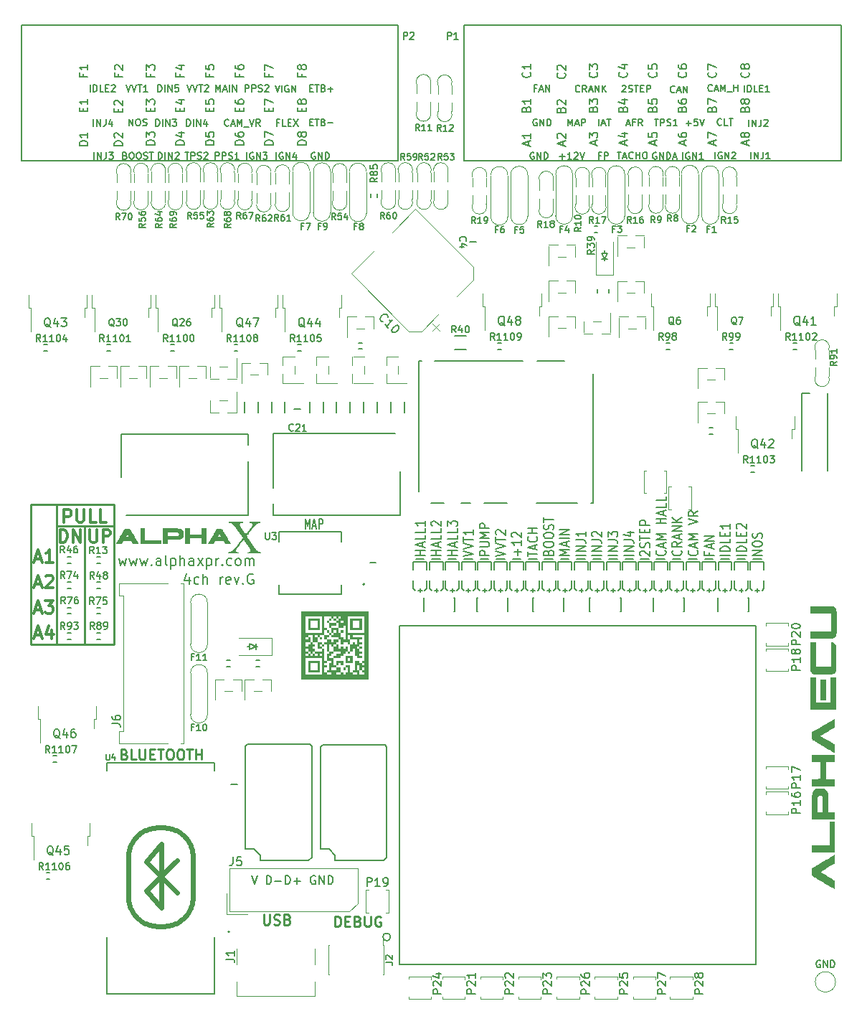
<source format=gto>
G04 #@! TF.GenerationSoftware,KiCad,Pcbnew,7.0.1-115-g2ece2719d0*
G04 #@! TF.CreationDate,2023-04-03T18:43:45+03:00*
G04 #@! TF.ProjectId,alphax_4ch,616c7068-6178-45f3-9463-682e6b696361,G*
G04 #@! TF.SameCoordinates,PX141f5e0PYa2cace0*
G04 #@! TF.FileFunction,Legend,Top*
G04 #@! TF.FilePolarity,Positive*
%FSLAX46Y46*%
G04 Gerber Fmt 4.6, Leading zero omitted, Abs format (unit mm)*
G04 Created by KiCad (PCBNEW 7.0.1-115-g2ece2719d0) date 2023-04-03 18:43:45*
%MOMM*%
%LPD*%
G01*
G04 APERTURE LIST*
%ADD10C,0.250000*%
%ADD11C,0.170000*%
%ADD12C,0.150000*%
%ADD13C,0.200000*%
%ADD14C,0.300000*%
%ADD15C,0.127000*%
%ADD16C,0.099060*%
%ADD17C,0.120000*%
%ADD18C,0.203200*%
%ADD19C,0.631031*%
G04 APERTURE END LIST*
D10*
X4000000Y58000000D02*
X4000000Y41500000D01*
X10800000Y41500000D02*
X10800000Y58000000D01*
X10800000Y55500000D02*
X4000000Y55500000D01*
X10800000Y58000000D02*
X1000000Y58000000D01*
X7300000Y41500000D02*
X7300000Y55500000D01*
X1000000Y58000000D02*
X1000000Y41500000D01*
X1000000Y41500000D02*
X10800000Y41500000D01*
D11*
X30297618Y103098953D02*
X30030952Y103098953D01*
X30030952Y102679905D02*
X30030952Y103479905D01*
X30030952Y103479905D02*
X30411904Y103479905D01*
X31097618Y102679905D02*
X30716666Y102679905D01*
X30716666Y102679905D02*
X30716666Y103479905D01*
X31364285Y103098953D02*
X31630951Y103098953D01*
X31745237Y102679905D02*
X31364285Y102679905D01*
X31364285Y102679905D02*
X31364285Y103479905D01*
X31364285Y103479905D02*
X31745237Y103479905D01*
X32011904Y103479905D02*
X32545238Y102679905D01*
X32545238Y103479905D02*
X32011904Y102679905D01*
X85765308Y102653317D02*
X85765308Y103453317D01*
X86146260Y102653317D02*
X86146260Y103453317D01*
X86146260Y103453317D02*
X86603403Y102653317D01*
X86603403Y102653317D02*
X86603403Y103453317D01*
X87212926Y103453317D02*
X87212926Y102881889D01*
X87212926Y102881889D02*
X87174831Y102767603D01*
X87174831Y102767603D02*
X87098640Y102691412D01*
X87098640Y102691412D02*
X86984355Y102653317D01*
X86984355Y102653317D02*
X86908164Y102653317D01*
X87555783Y103377127D02*
X87593879Y103415222D01*
X87593879Y103415222D02*
X87670069Y103453317D01*
X87670069Y103453317D02*
X87860545Y103453317D01*
X87860545Y103453317D02*
X87936736Y103415222D01*
X87936736Y103415222D02*
X87974831Y103377127D01*
X87974831Y103377127D02*
X88012926Y103300936D01*
X88012926Y103300936D02*
X88012926Y103224746D01*
X88012926Y103224746D02*
X87974831Y103110460D01*
X87974831Y103110460D02*
X87517688Y102653317D01*
X87517688Y102653317D02*
X88012926Y102653317D01*
D12*
X11338809Y108866667D02*
X11338809Y108533334D01*
X11862619Y108533334D02*
X10862619Y108533334D01*
X10862619Y108533334D02*
X10862619Y109009524D01*
X10957857Y109342858D02*
X10910238Y109390477D01*
X10910238Y109390477D02*
X10862619Y109485715D01*
X10862619Y109485715D02*
X10862619Y109723810D01*
X10862619Y109723810D02*
X10910238Y109819048D01*
X10910238Y109819048D02*
X10957857Y109866667D01*
X10957857Y109866667D02*
X11053095Y109914286D01*
X11053095Y109914286D02*
X11148333Y109914286D01*
X11148333Y109914286D02*
X11291190Y109866667D01*
X11291190Y109866667D02*
X11862619Y109295239D01*
X11862619Y109295239D02*
X11862619Y109914286D01*
D11*
X76993965Y106702148D02*
X76955869Y106664052D01*
X76955869Y106664052D02*
X76841584Y106625957D01*
X76841584Y106625957D02*
X76765393Y106625957D01*
X76765393Y106625957D02*
X76651107Y106664052D01*
X76651107Y106664052D02*
X76574917Y106740243D01*
X76574917Y106740243D02*
X76536822Y106816433D01*
X76536822Y106816433D02*
X76498726Y106968814D01*
X76498726Y106968814D02*
X76498726Y107083100D01*
X76498726Y107083100D02*
X76536822Y107235481D01*
X76536822Y107235481D02*
X76574917Y107311672D01*
X76574917Y107311672D02*
X76651107Y107387862D01*
X76651107Y107387862D02*
X76765393Y107425957D01*
X76765393Y107425957D02*
X76841584Y107425957D01*
X76841584Y107425957D02*
X76955869Y107387862D01*
X76955869Y107387862D02*
X76993965Y107349767D01*
X77298726Y106854529D02*
X77679679Y106854529D01*
X77222536Y106625957D02*
X77489203Y107425957D01*
X77489203Y107425957D02*
X77755869Y106625957D01*
X78022536Y106625957D02*
X78022536Y107425957D01*
X78022536Y107425957D02*
X78479679Y106625957D01*
X78479679Y106625957D02*
X78479679Y107425957D01*
D13*
X47539564Y52038096D02*
X46369564Y52038096D01*
X46926707Y52038096D02*
X46926707Y52609524D01*
X47539564Y52609524D02*
X46369564Y52609524D01*
X47205278Y53038096D02*
X47205278Y53514286D01*
X47539564Y52942858D02*
X46369564Y53276191D01*
X46369564Y53276191D02*
X47539564Y53609524D01*
X47539564Y54419048D02*
X47539564Y53942858D01*
X47539564Y53942858D02*
X46369564Y53942858D01*
X47539564Y55228572D02*
X47539564Y54752382D01*
X47539564Y54752382D02*
X46369564Y54752382D01*
X47539564Y56085715D02*
X47539564Y55514287D01*
X47539564Y55800001D02*
X46369564Y55800001D01*
X46369564Y55800001D02*
X46536707Y55704763D01*
X46536707Y55704763D02*
X46648135Y55609525D01*
X46648135Y55609525D02*
X46703850Y55514287D01*
X49434964Y52038096D02*
X48264964Y52038096D01*
X48822107Y52038096D02*
X48822107Y52609524D01*
X49434964Y52609524D02*
X48264964Y52609524D01*
X49100678Y53038096D02*
X49100678Y53514286D01*
X49434964Y52942858D02*
X48264964Y53276191D01*
X48264964Y53276191D02*
X49434964Y53609524D01*
X49434964Y54419048D02*
X49434964Y53942858D01*
X49434964Y53942858D02*
X48264964Y53942858D01*
X49434964Y55228572D02*
X49434964Y54752382D01*
X49434964Y54752382D02*
X48264964Y54752382D01*
X48376392Y55514287D02*
X48320678Y55561906D01*
X48320678Y55561906D02*
X48264964Y55657144D01*
X48264964Y55657144D02*
X48264964Y55895239D01*
X48264964Y55895239D02*
X48320678Y55990477D01*
X48320678Y55990477D02*
X48376392Y56038096D01*
X48376392Y56038096D02*
X48487821Y56085715D01*
X48487821Y56085715D02*
X48599250Y56085715D01*
X48599250Y56085715D02*
X48766392Y56038096D01*
X48766392Y56038096D02*
X49434964Y55466668D01*
X49434964Y55466668D02*
X49434964Y56085715D01*
X51330364Y52038096D02*
X50160364Y52038096D01*
X50717507Y52038096D02*
X50717507Y52609524D01*
X51330364Y52609524D02*
X50160364Y52609524D01*
X50996078Y53038096D02*
X50996078Y53514286D01*
X51330364Y52942858D02*
X50160364Y53276191D01*
X50160364Y53276191D02*
X51330364Y53609524D01*
X51330364Y54419048D02*
X51330364Y53942858D01*
X51330364Y53942858D02*
X50160364Y53942858D01*
X51330364Y55228572D02*
X51330364Y54752382D01*
X51330364Y54752382D02*
X50160364Y54752382D01*
X50160364Y55466668D02*
X50160364Y56085715D01*
X50160364Y56085715D02*
X50606078Y55752382D01*
X50606078Y55752382D02*
X50606078Y55895239D01*
X50606078Y55895239D02*
X50661792Y55990477D01*
X50661792Y55990477D02*
X50717507Y56038096D01*
X50717507Y56038096D02*
X50828935Y56085715D01*
X50828935Y56085715D02*
X51107507Y56085715D01*
X51107507Y56085715D02*
X51218935Y56038096D01*
X51218935Y56038096D02*
X51274650Y55990477D01*
X51274650Y55990477D02*
X51330364Y55895239D01*
X51330364Y55895239D02*
X51330364Y55609525D01*
X51330364Y55609525D02*
X51274650Y55514287D01*
X51274650Y55514287D02*
X51218935Y55466668D01*
X52055764Y51895239D02*
X53225764Y52228572D01*
X53225764Y52228572D02*
X52055764Y52561905D01*
X52055764Y52752382D02*
X53225764Y53085715D01*
X53225764Y53085715D02*
X52055764Y53419048D01*
X52055764Y53609525D02*
X52055764Y54180953D01*
X53225764Y53895239D02*
X52055764Y53895239D01*
X53225764Y55038096D02*
X53225764Y54466668D01*
X53225764Y54752382D02*
X52055764Y54752382D01*
X52055764Y54752382D02*
X52222907Y54657144D01*
X52222907Y54657144D02*
X52334335Y54561906D01*
X52334335Y54561906D02*
X52390050Y54466668D01*
X55121164Y52038096D02*
X53951164Y52038096D01*
X53951164Y52038096D02*
X53951164Y52419048D01*
X53951164Y52419048D02*
X54006878Y52514286D01*
X54006878Y52514286D02*
X54062592Y52561905D01*
X54062592Y52561905D02*
X54174021Y52609524D01*
X54174021Y52609524D02*
X54341164Y52609524D01*
X54341164Y52609524D02*
X54452592Y52561905D01*
X54452592Y52561905D02*
X54508307Y52514286D01*
X54508307Y52514286D02*
X54564021Y52419048D01*
X54564021Y52419048D02*
X54564021Y52038096D01*
X53951164Y53038096D02*
X54898307Y53038096D01*
X54898307Y53038096D02*
X55009735Y53085715D01*
X55009735Y53085715D02*
X55065450Y53133334D01*
X55065450Y53133334D02*
X55121164Y53228572D01*
X55121164Y53228572D02*
X55121164Y53419048D01*
X55121164Y53419048D02*
X55065450Y53514286D01*
X55065450Y53514286D02*
X55009735Y53561905D01*
X55009735Y53561905D02*
X54898307Y53609524D01*
X54898307Y53609524D02*
X53951164Y53609524D01*
X55121164Y54085715D02*
X53951164Y54085715D01*
X53951164Y54085715D02*
X54786878Y54419048D01*
X54786878Y54419048D02*
X53951164Y54752381D01*
X53951164Y54752381D02*
X55121164Y54752381D01*
X55121164Y55228572D02*
X53951164Y55228572D01*
X53951164Y55228572D02*
X53951164Y55609524D01*
X53951164Y55609524D02*
X54006878Y55704762D01*
X54006878Y55704762D02*
X54062592Y55752381D01*
X54062592Y55752381D02*
X54174021Y55800000D01*
X54174021Y55800000D02*
X54341164Y55800000D01*
X54341164Y55800000D02*
X54452592Y55752381D01*
X54452592Y55752381D02*
X54508307Y55704762D01*
X54508307Y55704762D02*
X54564021Y55609524D01*
X54564021Y55609524D02*
X54564021Y55228572D01*
X55846564Y51895239D02*
X57016564Y52228572D01*
X57016564Y52228572D02*
X55846564Y52561905D01*
X55846564Y52752382D02*
X57016564Y53085715D01*
X57016564Y53085715D02*
X55846564Y53419048D01*
X55846564Y53609525D02*
X55846564Y54180953D01*
X57016564Y53895239D02*
X55846564Y53895239D01*
X55957992Y54466668D02*
X55902278Y54514287D01*
X55902278Y54514287D02*
X55846564Y54609525D01*
X55846564Y54609525D02*
X55846564Y54847620D01*
X55846564Y54847620D02*
X55902278Y54942858D01*
X55902278Y54942858D02*
X55957992Y54990477D01*
X55957992Y54990477D02*
X56069421Y55038096D01*
X56069421Y55038096D02*
X56180850Y55038096D01*
X56180850Y55038096D02*
X56347992Y54990477D01*
X56347992Y54990477D02*
X57016564Y54419049D01*
X57016564Y54419049D02*
X57016564Y55038096D01*
X58466250Y52038096D02*
X58466250Y52800000D01*
X58911964Y52419048D02*
X58020535Y52419048D01*
X58911964Y53800000D02*
X58911964Y53228572D01*
X58911964Y53514286D02*
X57741964Y53514286D01*
X57741964Y53514286D02*
X57909107Y53419048D01*
X57909107Y53419048D02*
X58020535Y53323810D01*
X58020535Y53323810D02*
X58076250Y53228572D01*
X57853392Y54180953D02*
X57797678Y54228572D01*
X57797678Y54228572D02*
X57741964Y54323810D01*
X57741964Y54323810D02*
X57741964Y54561905D01*
X57741964Y54561905D02*
X57797678Y54657143D01*
X57797678Y54657143D02*
X57853392Y54704762D01*
X57853392Y54704762D02*
X57964821Y54752381D01*
X57964821Y54752381D02*
X58076250Y54752381D01*
X58076250Y54752381D02*
X58243392Y54704762D01*
X58243392Y54704762D02*
X58911964Y54133334D01*
X58911964Y54133334D02*
X58911964Y54752381D01*
X59637364Y51895239D02*
X59637364Y52466667D01*
X60807364Y52180953D02*
X59637364Y52180953D01*
X60473078Y52752382D02*
X60473078Y53228572D01*
X60807364Y52657144D02*
X59637364Y52990477D01*
X59637364Y52990477D02*
X60807364Y53323810D01*
X60695935Y54228572D02*
X60751650Y54180953D01*
X60751650Y54180953D02*
X60807364Y54038096D01*
X60807364Y54038096D02*
X60807364Y53942858D01*
X60807364Y53942858D02*
X60751650Y53800001D01*
X60751650Y53800001D02*
X60640221Y53704763D01*
X60640221Y53704763D02*
X60528792Y53657144D01*
X60528792Y53657144D02*
X60305935Y53609525D01*
X60305935Y53609525D02*
X60138792Y53609525D01*
X60138792Y53609525D02*
X59915935Y53657144D01*
X59915935Y53657144D02*
X59804507Y53704763D01*
X59804507Y53704763D02*
X59693078Y53800001D01*
X59693078Y53800001D02*
X59637364Y53942858D01*
X59637364Y53942858D02*
X59637364Y54038096D01*
X59637364Y54038096D02*
X59693078Y54180953D01*
X59693078Y54180953D02*
X59748792Y54228572D01*
X60807364Y54657144D02*
X59637364Y54657144D01*
X60194507Y54657144D02*
X60194507Y55228572D01*
X60807364Y55228572D02*
X59637364Y55228572D01*
X62089907Y52371429D02*
X62145621Y52514286D01*
X62145621Y52514286D02*
X62201335Y52561905D01*
X62201335Y52561905D02*
X62312764Y52609524D01*
X62312764Y52609524D02*
X62479907Y52609524D01*
X62479907Y52609524D02*
X62591335Y52561905D01*
X62591335Y52561905D02*
X62647050Y52514286D01*
X62647050Y52514286D02*
X62702764Y52419048D01*
X62702764Y52419048D02*
X62702764Y52038096D01*
X62702764Y52038096D02*
X61532764Y52038096D01*
X61532764Y52038096D02*
X61532764Y52371429D01*
X61532764Y52371429D02*
X61588478Y52466667D01*
X61588478Y52466667D02*
X61644192Y52514286D01*
X61644192Y52514286D02*
X61755621Y52561905D01*
X61755621Y52561905D02*
X61867050Y52561905D01*
X61867050Y52561905D02*
X61978478Y52514286D01*
X61978478Y52514286D02*
X62034192Y52466667D01*
X62034192Y52466667D02*
X62089907Y52371429D01*
X62089907Y52371429D02*
X62089907Y52038096D01*
X61532764Y53228572D02*
X61532764Y53419048D01*
X61532764Y53419048D02*
X61588478Y53514286D01*
X61588478Y53514286D02*
X61699907Y53609524D01*
X61699907Y53609524D02*
X61922764Y53657143D01*
X61922764Y53657143D02*
X62312764Y53657143D01*
X62312764Y53657143D02*
X62535621Y53609524D01*
X62535621Y53609524D02*
X62647050Y53514286D01*
X62647050Y53514286D02*
X62702764Y53419048D01*
X62702764Y53419048D02*
X62702764Y53228572D01*
X62702764Y53228572D02*
X62647050Y53133334D01*
X62647050Y53133334D02*
X62535621Y53038096D01*
X62535621Y53038096D02*
X62312764Y52990477D01*
X62312764Y52990477D02*
X61922764Y52990477D01*
X61922764Y52990477D02*
X61699907Y53038096D01*
X61699907Y53038096D02*
X61588478Y53133334D01*
X61588478Y53133334D02*
X61532764Y53228572D01*
X61532764Y54276191D02*
X61532764Y54466667D01*
X61532764Y54466667D02*
X61588478Y54561905D01*
X61588478Y54561905D02*
X61699907Y54657143D01*
X61699907Y54657143D02*
X61922764Y54704762D01*
X61922764Y54704762D02*
X62312764Y54704762D01*
X62312764Y54704762D02*
X62535621Y54657143D01*
X62535621Y54657143D02*
X62647050Y54561905D01*
X62647050Y54561905D02*
X62702764Y54466667D01*
X62702764Y54466667D02*
X62702764Y54276191D01*
X62702764Y54276191D02*
X62647050Y54180953D01*
X62647050Y54180953D02*
X62535621Y54085715D01*
X62535621Y54085715D02*
X62312764Y54038096D01*
X62312764Y54038096D02*
X61922764Y54038096D01*
X61922764Y54038096D02*
X61699907Y54085715D01*
X61699907Y54085715D02*
X61588478Y54180953D01*
X61588478Y54180953D02*
X61532764Y54276191D01*
X62647050Y55085715D02*
X62702764Y55228572D01*
X62702764Y55228572D02*
X62702764Y55466667D01*
X62702764Y55466667D02*
X62647050Y55561905D01*
X62647050Y55561905D02*
X62591335Y55609524D01*
X62591335Y55609524D02*
X62479907Y55657143D01*
X62479907Y55657143D02*
X62368478Y55657143D01*
X62368478Y55657143D02*
X62257050Y55609524D01*
X62257050Y55609524D02*
X62201335Y55561905D01*
X62201335Y55561905D02*
X62145621Y55466667D01*
X62145621Y55466667D02*
X62089907Y55276191D01*
X62089907Y55276191D02*
X62034192Y55180953D01*
X62034192Y55180953D02*
X61978478Y55133334D01*
X61978478Y55133334D02*
X61867050Y55085715D01*
X61867050Y55085715D02*
X61755621Y55085715D01*
X61755621Y55085715D02*
X61644192Y55133334D01*
X61644192Y55133334D02*
X61588478Y55180953D01*
X61588478Y55180953D02*
X61532764Y55276191D01*
X61532764Y55276191D02*
X61532764Y55514286D01*
X61532764Y55514286D02*
X61588478Y55657143D01*
X61532764Y55942858D02*
X61532764Y56514286D01*
X62702764Y56228572D02*
X61532764Y56228572D01*
X64598164Y52038096D02*
X63428164Y52038096D01*
X63428164Y52038096D02*
X64263878Y52371429D01*
X64263878Y52371429D02*
X63428164Y52704762D01*
X63428164Y52704762D02*
X64598164Y52704762D01*
X64263878Y53133334D02*
X64263878Y53609524D01*
X64598164Y53038096D02*
X63428164Y53371429D01*
X63428164Y53371429D02*
X64598164Y53704762D01*
X64598164Y54038096D02*
X63428164Y54038096D01*
X64598164Y54514286D02*
X63428164Y54514286D01*
X63428164Y54514286D02*
X64598164Y55085714D01*
X64598164Y55085714D02*
X63428164Y55085714D01*
X66493564Y52038096D02*
X65323564Y52038096D01*
X66493564Y52514286D02*
X65323564Y52514286D01*
X65323564Y52514286D02*
X66493564Y53085714D01*
X66493564Y53085714D02*
X65323564Y53085714D01*
X65323564Y53847619D02*
X66159278Y53847619D01*
X66159278Y53847619D02*
X66326421Y53800000D01*
X66326421Y53800000D02*
X66437850Y53704762D01*
X66437850Y53704762D02*
X66493564Y53561905D01*
X66493564Y53561905D02*
X66493564Y53466667D01*
X66493564Y54847619D02*
X66493564Y54276191D01*
X66493564Y54561905D02*
X65323564Y54561905D01*
X65323564Y54561905D02*
X65490707Y54466667D01*
X65490707Y54466667D02*
X65602135Y54371429D01*
X65602135Y54371429D02*
X65657850Y54276191D01*
X68388964Y52038096D02*
X67218964Y52038096D01*
X68388964Y52514286D02*
X67218964Y52514286D01*
X67218964Y52514286D02*
X68388964Y53085714D01*
X68388964Y53085714D02*
X67218964Y53085714D01*
X67218964Y53847619D02*
X68054678Y53847619D01*
X68054678Y53847619D02*
X68221821Y53800000D01*
X68221821Y53800000D02*
X68333250Y53704762D01*
X68333250Y53704762D02*
X68388964Y53561905D01*
X68388964Y53561905D02*
X68388964Y53466667D01*
X67330392Y54276191D02*
X67274678Y54323810D01*
X67274678Y54323810D02*
X67218964Y54419048D01*
X67218964Y54419048D02*
X67218964Y54657143D01*
X67218964Y54657143D02*
X67274678Y54752381D01*
X67274678Y54752381D02*
X67330392Y54800000D01*
X67330392Y54800000D02*
X67441821Y54847619D01*
X67441821Y54847619D02*
X67553250Y54847619D01*
X67553250Y54847619D02*
X67720392Y54800000D01*
X67720392Y54800000D02*
X68388964Y54228572D01*
X68388964Y54228572D02*
X68388964Y54847619D01*
X70284364Y52038096D02*
X69114364Y52038096D01*
X70284364Y52514286D02*
X69114364Y52514286D01*
X69114364Y52514286D02*
X70284364Y53085714D01*
X70284364Y53085714D02*
X69114364Y53085714D01*
X69114364Y53847619D02*
X69950078Y53847619D01*
X69950078Y53847619D02*
X70117221Y53800000D01*
X70117221Y53800000D02*
X70228650Y53704762D01*
X70228650Y53704762D02*
X70284364Y53561905D01*
X70284364Y53561905D02*
X70284364Y53466667D01*
X69114364Y54228572D02*
X69114364Y54847619D01*
X69114364Y54847619D02*
X69560078Y54514286D01*
X69560078Y54514286D02*
X69560078Y54657143D01*
X69560078Y54657143D02*
X69615792Y54752381D01*
X69615792Y54752381D02*
X69671507Y54800000D01*
X69671507Y54800000D02*
X69782935Y54847619D01*
X69782935Y54847619D02*
X70061507Y54847619D01*
X70061507Y54847619D02*
X70172935Y54800000D01*
X70172935Y54800000D02*
X70228650Y54752381D01*
X70228650Y54752381D02*
X70284364Y54657143D01*
X70284364Y54657143D02*
X70284364Y54371429D01*
X70284364Y54371429D02*
X70228650Y54276191D01*
X70228650Y54276191D02*
X70172935Y54228572D01*
X72179764Y52038096D02*
X71009764Y52038096D01*
X72179764Y52514286D02*
X71009764Y52514286D01*
X71009764Y52514286D02*
X72179764Y53085714D01*
X72179764Y53085714D02*
X71009764Y53085714D01*
X71009764Y53847619D02*
X71845478Y53847619D01*
X71845478Y53847619D02*
X72012621Y53800000D01*
X72012621Y53800000D02*
X72124050Y53704762D01*
X72124050Y53704762D02*
X72179764Y53561905D01*
X72179764Y53561905D02*
X72179764Y53466667D01*
X71399764Y54752381D02*
X72179764Y54752381D01*
X70954050Y54514286D02*
X71789764Y54276191D01*
X71789764Y54276191D02*
X71789764Y54895238D01*
X73016592Y51990477D02*
X72960878Y52038096D01*
X72960878Y52038096D02*
X72905164Y52133334D01*
X72905164Y52133334D02*
X72905164Y52371429D01*
X72905164Y52371429D02*
X72960878Y52466667D01*
X72960878Y52466667D02*
X73016592Y52514286D01*
X73016592Y52514286D02*
X73128021Y52561905D01*
X73128021Y52561905D02*
X73239450Y52561905D01*
X73239450Y52561905D02*
X73406592Y52514286D01*
X73406592Y52514286D02*
X74075164Y51942858D01*
X74075164Y51942858D02*
X74075164Y52561905D01*
X74019450Y52942858D02*
X74075164Y53085715D01*
X74075164Y53085715D02*
X74075164Y53323810D01*
X74075164Y53323810D02*
X74019450Y53419048D01*
X74019450Y53419048D02*
X73963735Y53466667D01*
X73963735Y53466667D02*
X73852307Y53514286D01*
X73852307Y53514286D02*
X73740878Y53514286D01*
X73740878Y53514286D02*
X73629450Y53466667D01*
X73629450Y53466667D02*
X73573735Y53419048D01*
X73573735Y53419048D02*
X73518021Y53323810D01*
X73518021Y53323810D02*
X73462307Y53133334D01*
X73462307Y53133334D02*
X73406592Y53038096D01*
X73406592Y53038096D02*
X73350878Y52990477D01*
X73350878Y52990477D02*
X73239450Y52942858D01*
X73239450Y52942858D02*
X73128021Y52942858D01*
X73128021Y52942858D02*
X73016592Y52990477D01*
X73016592Y52990477D02*
X72960878Y53038096D01*
X72960878Y53038096D02*
X72905164Y53133334D01*
X72905164Y53133334D02*
X72905164Y53371429D01*
X72905164Y53371429D02*
X72960878Y53514286D01*
X72905164Y53800001D02*
X72905164Y54371429D01*
X74075164Y54085715D02*
X72905164Y54085715D01*
X73462307Y54704763D02*
X73462307Y55038096D01*
X74075164Y55180953D02*
X74075164Y54704763D01*
X74075164Y54704763D02*
X72905164Y54704763D01*
X72905164Y54704763D02*
X72905164Y55180953D01*
X74075164Y55609525D02*
X72905164Y55609525D01*
X72905164Y55609525D02*
X72905164Y55990477D01*
X72905164Y55990477D02*
X72960878Y56085715D01*
X72960878Y56085715D02*
X73016592Y56133334D01*
X73016592Y56133334D02*
X73128021Y56180953D01*
X73128021Y56180953D02*
X73295164Y56180953D01*
X73295164Y56180953D02*
X73406592Y56133334D01*
X73406592Y56133334D02*
X73462307Y56085715D01*
X73462307Y56085715D02*
X73518021Y55990477D01*
X73518021Y55990477D02*
X73518021Y55609525D01*
X75859135Y52609524D02*
X75914850Y52561905D01*
X75914850Y52561905D02*
X75970564Y52419048D01*
X75970564Y52419048D02*
X75970564Y52323810D01*
X75970564Y52323810D02*
X75914850Y52180953D01*
X75914850Y52180953D02*
X75803421Y52085715D01*
X75803421Y52085715D02*
X75691992Y52038096D01*
X75691992Y52038096D02*
X75469135Y51990477D01*
X75469135Y51990477D02*
X75301992Y51990477D01*
X75301992Y51990477D02*
X75079135Y52038096D01*
X75079135Y52038096D02*
X74967707Y52085715D01*
X74967707Y52085715D02*
X74856278Y52180953D01*
X74856278Y52180953D02*
X74800564Y52323810D01*
X74800564Y52323810D02*
X74800564Y52419048D01*
X74800564Y52419048D02*
X74856278Y52561905D01*
X74856278Y52561905D02*
X74911992Y52609524D01*
X75636278Y52990477D02*
X75636278Y53466667D01*
X75970564Y52895239D02*
X74800564Y53228572D01*
X74800564Y53228572D02*
X75970564Y53561905D01*
X75970564Y53895239D02*
X74800564Y53895239D01*
X74800564Y53895239D02*
X75636278Y54228572D01*
X75636278Y54228572D02*
X74800564Y54561905D01*
X74800564Y54561905D02*
X75970564Y54561905D01*
X75970564Y55800001D02*
X74800564Y55800001D01*
X75357707Y55800001D02*
X75357707Y56371429D01*
X75970564Y56371429D02*
X74800564Y56371429D01*
X75636278Y56800001D02*
X75636278Y57276191D01*
X75970564Y56704763D02*
X74800564Y57038096D01*
X74800564Y57038096D02*
X75970564Y57371429D01*
X75970564Y58180953D02*
X75970564Y57704763D01*
X75970564Y57704763D02*
X74800564Y57704763D01*
X75970564Y58990477D02*
X75970564Y58514287D01*
X75970564Y58514287D02*
X74800564Y58514287D01*
X77754535Y52609524D02*
X77810250Y52561905D01*
X77810250Y52561905D02*
X77865964Y52419048D01*
X77865964Y52419048D02*
X77865964Y52323810D01*
X77865964Y52323810D02*
X77810250Y52180953D01*
X77810250Y52180953D02*
X77698821Y52085715D01*
X77698821Y52085715D02*
X77587392Y52038096D01*
X77587392Y52038096D02*
X77364535Y51990477D01*
X77364535Y51990477D02*
X77197392Y51990477D01*
X77197392Y51990477D02*
X76974535Y52038096D01*
X76974535Y52038096D02*
X76863107Y52085715D01*
X76863107Y52085715D02*
X76751678Y52180953D01*
X76751678Y52180953D02*
X76695964Y52323810D01*
X76695964Y52323810D02*
X76695964Y52419048D01*
X76695964Y52419048D02*
X76751678Y52561905D01*
X76751678Y52561905D02*
X76807392Y52609524D01*
X77865964Y53609524D02*
X77308821Y53276191D01*
X77865964Y53038096D02*
X76695964Y53038096D01*
X76695964Y53038096D02*
X76695964Y53419048D01*
X76695964Y53419048D02*
X76751678Y53514286D01*
X76751678Y53514286D02*
X76807392Y53561905D01*
X76807392Y53561905D02*
X76918821Y53609524D01*
X76918821Y53609524D02*
X77085964Y53609524D01*
X77085964Y53609524D02*
X77197392Y53561905D01*
X77197392Y53561905D02*
X77253107Y53514286D01*
X77253107Y53514286D02*
X77308821Y53419048D01*
X77308821Y53419048D02*
X77308821Y53038096D01*
X77531678Y53990477D02*
X77531678Y54466667D01*
X77865964Y53895239D02*
X76695964Y54228572D01*
X76695964Y54228572D02*
X77865964Y54561905D01*
X77865964Y54895239D02*
X76695964Y54895239D01*
X76695964Y54895239D02*
X77865964Y55466667D01*
X77865964Y55466667D02*
X76695964Y55466667D01*
X77865964Y55942858D02*
X76695964Y55942858D01*
X77865964Y56514286D02*
X77197392Y56085715D01*
X76695964Y56514286D02*
X77364535Y55942858D01*
X79649935Y52609524D02*
X79705650Y52561905D01*
X79705650Y52561905D02*
X79761364Y52419048D01*
X79761364Y52419048D02*
X79761364Y52323810D01*
X79761364Y52323810D02*
X79705650Y52180953D01*
X79705650Y52180953D02*
X79594221Y52085715D01*
X79594221Y52085715D02*
X79482792Y52038096D01*
X79482792Y52038096D02*
X79259935Y51990477D01*
X79259935Y51990477D02*
X79092792Y51990477D01*
X79092792Y51990477D02*
X78869935Y52038096D01*
X78869935Y52038096D02*
X78758507Y52085715D01*
X78758507Y52085715D02*
X78647078Y52180953D01*
X78647078Y52180953D02*
X78591364Y52323810D01*
X78591364Y52323810D02*
X78591364Y52419048D01*
X78591364Y52419048D02*
X78647078Y52561905D01*
X78647078Y52561905D02*
X78702792Y52609524D01*
X79427078Y52990477D02*
X79427078Y53466667D01*
X79761364Y52895239D02*
X78591364Y53228572D01*
X78591364Y53228572D02*
X79761364Y53561905D01*
X79761364Y53895239D02*
X78591364Y53895239D01*
X78591364Y53895239D02*
X79427078Y54228572D01*
X79427078Y54228572D02*
X78591364Y54561905D01*
X78591364Y54561905D02*
X79761364Y54561905D01*
X78591364Y55657144D02*
X79761364Y55990477D01*
X79761364Y55990477D02*
X78591364Y56323810D01*
X79761364Y57228572D02*
X79204221Y56895239D01*
X79761364Y56657144D02*
X78591364Y56657144D01*
X78591364Y56657144D02*
X78591364Y57038096D01*
X78591364Y57038096D02*
X78647078Y57133334D01*
X78647078Y57133334D02*
X78702792Y57180953D01*
X78702792Y57180953D02*
X78814221Y57228572D01*
X78814221Y57228572D02*
X78981364Y57228572D01*
X78981364Y57228572D02*
X79092792Y57180953D01*
X79092792Y57180953D02*
X79148507Y57133334D01*
X79148507Y57133334D02*
X79204221Y57038096D01*
X79204221Y57038096D02*
X79204221Y56657144D01*
X81043907Y52371429D02*
X81043907Y52038096D01*
X81656764Y52038096D02*
X80486764Y52038096D01*
X80486764Y52038096D02*
X80486764Y52514286D01*
X81322478Y52847620D02*
X81322478Y53323810D01*
X81656764Y52752382D02*
X80486764Y53085715D01*
X80486764Y53085715D02*
X81656764Y53419048D01*
X81656764Y53752382D02*
X80486764Y53752382D01*
X80486764Y53752382D02*
X81656764Y54323810D01*
X81656764Y54323810D02*
X80486764Y54323810D01*
X83552164Y52038096D02*
X82382164Y52038096D01*
X83552164Y52514286D02*
X82382164Y52514286D01*
X82382164Y52514286D02*
X82382164Y52752381D01*
X82382164Y52752381D02*
X82437878Y52895238D01*
X82437878Y52895238D02*
X82549307Y52990476D01*
X82549307Y52990476D02*
X82660735Y53038095D01*
X82660735Y53038095D02*
X82883592Y53085714D01*
X82883592Y53085714D02*
X83050735Y53085714D01*
X83050735Y53085714D02*
X83273592Y53038095D01*
X83273592Y53038095D02*
X83385021Y52990476D01*
X83385021Y52990476D02*
X83496450Y52895238D01*
X83496450Y52895238D02*
X83552164Y52752381D01*
X83552164Y52752381D02*
X83552164Y52514286D01*
X83552164Y53990476D02*
X83552164Y53514286D01*
X83552164Y53514286D02*
X82382164Y53514286D01*
X82939307Y54323810D02*
X82939307Y54657143D01*
X83552164Y54800000D02*
X83552164Y54323810D01*
X83552164Y54323810D02*
X82382164Y54323810D01*
X82382164Y54323810D02*
X82382164Y54800000D01*
X83552164Y55752381D02*
X83552164Y55180953D01*
X83552164Y55466667D02*
X82382164Y55466667D01*
X82382164Y55466667D02*
X82549307Y55371429D01*
X82549307Y55371429D02*
X82660735Y55276191D01*
X82660735Y55276191D02*
X82716450Y55180953D01*
X85447564Y52038096D02*
X84277564Y52038096D01*
X85447564Y52514286D02*
X84277564Y52514286D01*
X84277564Y52514286D02*
X84277564Y52752381D01*
X84277564Y52752381D02*
X84333278Y52895238D01*
X84333278Y52895238D02*
X84444707Y52990476D01*
X84444707Y52990476D02*
X84556135Y53038095D01*
X84556135Y53038095D02*
X84778992Y53085714D01*
X84778992Y53085714D02*
X84946135Y53085714D01*
X84946135Y53085714D02*
X85168992Y53038095D01*
X85168992Y53038095D02*
X85280421Y52990476D01*
X85280421Y52990476D02*
X85391850Y52895238D01*
X85391850Y52895238D02*
X85447564Y52752381D01*
X85447564Y52752381D02*
X85447564Y52514286D01*
X85447564Y53990476D02*
X85447564Y53514286D01*
X85447564Y53514286D02*
X84277564Y53514286D01*
X84834707Y54323810D02*
X84834707Y54657143D01*
X85447564Y54800000D02*
X85447564Y54323810D01*
X85447564Y54323810D02*
X84277564Y54323810D01*
X84277564Y54323810D02*
X84277564Y54800000D01*
X84388992Y55180953D02*
X84333278Y55228572D01*
X84333278Y55228572D02*
X84277564Y55323810D01*
X84277564Y55323810D02*
X84277564Y55561905D01*
X84277564Y55561905D02*
X84333278Y55657143D01*
X84333278Y55657143D02*
X84388992Y55704762D01*
X84388992Y55704762D02*
X84500421Y55752381D01*
X84500421Y55752381D02*
X84611850Y55752381D01*
X84611850Y55752381D02*
X84778992Y55704762D01*
X84778992Y55704762D02*
X85447564Y55133334D01*
X85447564Y55133334D02*
X85447564Y55752381D01*
X87342964Y52038096D02*
X86172964Y52038096D01*
X86172964Y52038096D02*
X87342964Y52609524D01*
X87342964Y52609524D02*
X86172964Y52609524D01*
X86172964Y53276191D02*
X86172964Y53466667D01*
X86172964Y53466667D02*
X86228678Y53561905D01*
X86228678Y53561905D02*
X86340107Y53657143D01*
X86340107Y53657143D02*
X86562964Y53704762D01*
X86562964Y53704762D02*
X86952964Y53704762D01*
X86952964Y53704762D02*
X87175821Y53657143D01*
X87175821Y53657143D02*
X87287250Y53561905D01*
X87287250Y53561905D02*
X87342964Y53466667D01*
X87342964Y53466667D02*
X87342964Y53276191D01*
X87342964Y53276191D02*
X87287250Y53180953D01*
X87287250Y53180953D02*
X87175821Y53085715D01*
X87175821Y53085715D02*
X86952964Y53038096D01*
X86952964Y53038096D02*
X86562964Y53038096D01*
X86562964Y53038096D02*
X86340107Y53085715D01*
X86340107Y53085715D02*
X86228678Y53180953D01*
X86228678Y53180953D02*
X86172964Y53276191D01*
X87287250Y54085715D02*
X87342964Y54228572D01*
X87342964Y54228572D02*
X87342964Y54466667D01*
X87342964Y54466667D02*
X87287250Y54561905D01*
X87287250Y54561905D02*
X87231535Y54609524D01*
X87231535Y54609524D02*
X87120107Y54657143D01*
X87120107Y54657143D02*
X87008678Y54657143D01*
X87008678Y54657143D02*
X86897250Y54609524D01*
X86897250Y54609524D02*
X86841535Y54561905D01*
X86841535Y54561905D02*
X86785821Y54466667D01*
X86785821Y54466667D02*
X86730107Y54276191D01*
X86730107Y54276191D02*
X86674392Y54180953D01*
X86674392Y54180953D02*
X86618678Y54133334D01*
X86618678Y54133334D02*
X86507250Y54085715D01*
X86507250Y54085715D02*
X86395821Y54085715D01*
X86395821Y54085715D02*
X86284392Y54133334D01*
X86284392Y54133334D02*
X86228678Y54180953D01*
X86228678Y54180953D02*
X86172964Y54276191D01*
X86172964Y54276191D02*
X86172964Y54514286D01*
X86172964Y54514286D02*
X86228678Y54657143D01*
D11*
X60382159Y99541810D02*
X60305969Y99579905D01*
X60305969Y99579905D02*
X60191683Y99579905D01*
X60191683Y99579905D02*
X60077397Y99541810D01*
X60077397Y99541810D02*
X60001207Y99465620D01*
X60001207Y99465620D02*
X59963112Y99389429D01*
X59963112Y99389429D02*
X59925016Y99237048D01*
X59925016Y99237048D02*
X59925016Y99122762D01*
X59925016Y99122762D02*
X59963112Y98970381D01*
X59963112Y98970381D02*
X60001207Y98894191D01*
X60001207Y98894191D02*
X60077397Y98818000D01*
X60077397Y98818000D02*
X60191683Y98779905D01*
X60191683Y98779905D02*
X60267874Y98779905D01*
X60267874Y98779905D02*
X60382159Y98818000D01*
X60382159Y98818000D02*
X60420255Y98856096D01*
X60420255Y98856096D02*
X60420255Y99122762D01*
X60420255Y99122762D02*
X60267874Y99122762D01*
X60763112Y98779905D02*
X60763112Y99579905D01*
X60763112Y99579905D02*
X61220255Y98779905D01*
X61220255Y98779905D02*
X61220255Y99579905D01*
X61601207Y98779905D02*
X61601207Y99579905D01*
X61601207Y99579905D02*
X61791683Y99579905D01*
X61791683Y99579905D02*
X61905969Y99541810D01*
X61905969Y99541810D02*
X61982159Y99465620D01*
X61982159Y99465620D02*
X62020254Y99389429D01*
X62020254Y99389429D02*
X62058350Y99237048D01*
X62058350Y99237048D02*
X62058350Y99122762D01*
X62058350Y99122762D02*
X62020254Y98970381D01*
X62020254Y98970381D02*
X61982159Y98894191D01*
X61982159Y98894191D02*
X61905969Y98818000D01*
X61905969Y98818000D02*
X61791683Y98779905D01*
X61791683Y98779905D02*
X61601207Y98779905D01*
X19400000Y102679905D02*
X19400000Y103479905D01*
X19400000Y103479905D02*
X19590476Y103479905D01*
X19590476Y103479905D02*
X19704762Y103441810D01*
X19704762Y103441810D02*
X19780952Y103365620D01*
X19780952Y103365620D02*
X19819047Y103289429D01*
X19819047Y103289429D02*
X19857143Y103137048D01*
X19857143Y103137048D02*
X19857143Y103022762D01*
X19857143Y103022762D02*
X19819047Y102870381D01*
X19819047Y102870381D02*
X19780952Y102794191D01*
X19780952Y102794191D02*
X19704762Y102718000D01*
X19704762Y102718000D02*
X19590476Y102679905D01*
X19590476Y102679905D02*
X19400000Y102679905D01*
X20200000Y102679905D02*
X20200000Y103479905D01*
X20580952Y102679905D02*
X20580952Y103479905D01*
X20580952Y103479905D02*
X21038095Y102679905D01*
X21038095Y102679905D02*
X21038095Y103479905D01*
X21761904Y103213239D02*
X21761904Y102679905D01*
X21571428Y103518000D02*
X21380951Y102946572D01*
X21380951Y102946572D02*
X21876190Y102946572D01*
X26278571Y106729905D02*
X26278571Y107529905D01*
X26278571Y107529905D02*
X26583333Y107529905D01*
X26583333Y107529905D02*
X26659523Y107491810D01*
X26659523Y107491810D02*
X26697618Y107453715D01*
X26697618Y107453715D02*
X26735714Y107377524D01*
X26735714Y107377524D02*
X26735714Y107263239D01*
X26735714Y107263239D02*
X26697618Y107187048D01*
X26697618Y107187048D02*
X26659523Y107148953D01*
X26659523Y107148953D02*
X26583333Y107110858D01*
X26583333Y107110858D02*
X26278571Y107110858D01*
X27078571Y106729905D02*
X27078571Y107529905D01*
X27078571Y107529905D02*
X27383333Y107529905D01*
X27383333Y107529905D02*
X27459523Y107491810D01*
X27459523Y107491810D02*
X27497618Y107453715D01*
X27497618Y107453715D02*
X27535714Y107377524D01*
X27535714Y107377524D02*
X27535714Y107263239D01*
X27535714Y107263239D02*
X27497618Y107187048D01*
X27497618Y107187048D02*
X27459523Y107148953D01*
X27459523Y107148953D02*
X27383333Y107110858D01*
X27383333Y107110858D02*
X27078571Y107110858D01*
X27840475Y106768000D02*
X27954761Y106729905D01*
X27954761Y106729905D02*
X28145237Y106729905D01*
X28145237Y106729905D02*
X28221428Y106768000D01*
X28221428Y106768000D02*
X28259523Y106806096D01*
X28259523Y106806096D02*
X28297618Y106882286D01*
X28297618Y106882286D02*
X28297618Y106958477D01*
X28297618Y106958477D02*
X28259523Y107034667D01*
X28259523Y107034667D02*
X28221428Y107072762D01*
X28221428Y107072762D02*
X28145237Y107110858D01*
X28145237Y107110858D02*
X27992856Y107148953D01*
X27992856Y107148953D02*
X27916666Y107187048D01*
X27916666Y107187048D02*
X27878571Y107225143D01*
X27878571Y107225143D02*
X27840475Y107301334D01*
X27840475Y107301334D02*
X27840475Y107377524D01*
X27840475Y107377524D02*
X27878571Y107453715D01*
X27878571Y107453715D02*
X27916666Y107491810D01*
X27916666Y107491810D02*
X27992856Y107529905D01*
X27992856Y107529905D02*
X28183333Y107529905D01*
X28183333Y107529905D02*
X28297618Y107491810D01*
X28602380Y107453715D02*
X28640476Y107491810D01*
X28640476Y107491810D02*
X28716666Y107529905D01*
X28716666Y107529905D02*
X28907142Y107529905D01*
X28907142Y107529905D02*
X28983333Y107491810D01*
X28983333Y107491810D02*
X29021428Y107453715D01*
X29021428Y107453715D02*
X29059523Y107377524D01*
X29059523Y107377524D02*
X29059523Y107301334D01*
X29059523Y107301334D02*
X29021428Y107187048D01*
X29021428Y107187048D02*
X28564285Y106729905D01*
X28564285Y106729905D02*
X29059523Y106729905D01*
X12133333Y99198953D02*
X12247619Y99160858D01*
X12247619Y99160858D02*
X12285714Y99122762D01*
X12285714Y99122762D02*
X12323810Y99046572D01*
X12323810Y99046572D02*
X12323810Y98932286D01*
X12323810Y98932286D02*
X12285714Y98856096D01*
X12285714Y98856096D02*
X12247619Y98818000D01*
X12247619Y98818000D02*
X12171429Y98779905D01*
X12171429Y98779905D02*
X11866667Y98779905D01*
X11866667Y98779905D02*
X11866667Y99579905D01*
X11866667Y99579905D02*
X12133333Y99579905D01*
X12133333Y99579905D02*
X12209524Y99541810D01*
X12209524Y99541810D02*
X12247619Y99503715D01*
X12247619Y99503715D02*
X12285714Y99427524D01*
X12285714Y99427524D02*
X12285714Y99351334D01*
X12285714Y99351334D02*
X12247619Y99275143D01*
X12247619Y99275143D02*
X12209524Y99237048D01*
X12209524Y99237048D02*
X12133333Y99198953D01*
X12133333Y99198953D02*
X11866667Y99198953D01*
X12819048Y99579905D02*
X12971429Y99579905D01*
X12971429Y99579905D02*
X13047619Y99541810D01*
X13047619Y99541810D02*
X13123810Y99465620D01*
X13123810Y99465620D02*
X13161905Y99313239D01*
X13161905Y99313239D02*
X13161905Y99046572D01*
X13161905Y99046572D02*
X13123810Y98894191D01*
X13123810Y98894191D02*
X13047619Y98818000D01*
X13047619Y98818000D02*
X12971429Y98779905D01*
X12971429Y98779905D02*
X12819048Y98779905D01*
X12819048Y98779905D02*
X12742857Y98818000D01*
X12742857Y98818000D02*
X12666667Y98894191D01*
X12666667Y98894191D02*
X12628571Y99046572D01*
X12628571Y99046572D02*
X12628571Y99313239D01*
X12628571Y99313239D02*
X12666667Y99465620D01*
X12666667Y99465620D02*
X12742857Y99541810D01*
X12742857Y99541810D02*
X12819048Y99579905D01*
X13657143Y99579905D02*
X13809524Y99579905D01*
X13809524Y99579905D02*
X13885714Y99541810D01*
X13885714Y99541810D02*
X13961905Y99465620D01*
X13961905Y99465620D02*
X14000000Y99313239D01*
X14000000Y99313239D02*
X14000000Y99046572D01*
X14000000Y99046572D02*
X13961905Y98894191D01*
X13961905Y98894191D02*
X13885714Y98818000D01*
X13885714Y98818000D02*
X13809524Y98779905D01*
X13809524Y98779905D02*
X13657143Y98779905D01*
X13657143Y98779905D02*
X13580952Y98818000D01*
X13580952Y98818000D02*
X13504762Y98894191D01*
X13504762Y98894191D02*
X13466666Y99046572D01*
X13466666Y99046572D02*
X13466666Y99313239D01*
X13466666Y99313239D02*
X13504762Y99465620D01*
X13504762Y99465620D02*
X13580952Y99541810D01*
X13580952Y99541810D02*
X13657143Y99579905D01*
X14304761Y98818000D02*
X14419047Y98779905D01*
X14419047Y98779905D02*
X14609523Y98779905D01*
X14609523Y98779905D02*
X14685714Y98818000D01*
X14685714Y98818000D02*
X14723809Y98856096D01*
X14723809Y98856096D02*
X14761904Y98932286D01*
X14761904Y98932286D02*
X14761904Y99008477D01*
X14761904Y99008477D02*
X14723809Y99084667D01*
X14723809Y99084667D02*
X14685714Y99122762D01*
X14685714Y99122762D02*
X14609523Y99160858D01*
X14609523Y99160858D02*
X14457142Y99198953D01*
X14457142Y99198953D02*
X14380952Y99237048D01*
X14380952Y99237048D02*
X14342857Y99275143D01*
X14342857Y99275143D02*
X14304761Y99351334D01*
X14304761Y99351334D02*
X14304761Y99427524D01*
X14304761Y99427524D02*
X14342857Y99503715D01*
X14342857Y99503715D02*
X14380952Y99541810D01*
X14380952Y99541810D02*
X14457142Y99579905D01*
X14457142Y99579905D02*
X14647619Y99579905D01*
X14647619Y99579905D02*
X14761904Y99541810D01*
X14990476Y99579905D02*
X15447619Y99579905D01*
X15219047Y98779905D02*
X15219047Y99579905D01*
D13*
X19685715Y49444858D02*
X19685715Y48644858D01*
X19400000Y49902000D02*
X19114286Y49044858D01*
X19114286Y49044858D02*
X19857143Y49044858D01*
X20828572Y48702000D02*
X20714286Y48644858D01*
X20714286Y48644858D02*
X20485714Y48644858D01*
X20485714Y48644858D02*
X20371429Y48702000D01*
X20371429Y48702000D02*
X20314286Y48759143D01*
X20314286Y48759143D02*
X20257143Y48873429D01*
X20257143Y48873429D02*
X20257143Y49216286D01*
X20257143Y49216286D02*
X20314286Y49330572D01*
X20314286Y49330572D02*
X20371429Y49387715D01*
X20371429Y49387715D02*
X20485714Y49444858D01*
X20485714Y49444858D02*
X20714286Y49444858D01*
X20714286Y49444858D02*
X20828572Y49387715D01*
X21342857Y48644858D02*
X21342857Y49844858D01*
X21857143Y48644858D02*
X21857143Y49273429D01*
X21857143Y49273429D02*
X21800000Y49387715D01*
X21800000Y49387715D02*
X21685714Y49444858D01*
X21685714Y49444858D02*
X21514285Y49444858D01*
X21514285Y49444858D02*
X21400000Y49387715D01*
X21400000Y49387715D02*
X21342857Y49330572D01*
X23342857Y48644858D02*
X23342857Y49444858D01*
X23342857Y49216286D02*
X23400000Y49330572D01*
X23400000Y49330572D02*
X23457143Y49387715D01*
X23457143Y49387715D02*
X23571428Y49444858D01*
X23571428Y49444858D02*
X23685714Y49444858D01*
X24542857Y48702000D02*
X24428571Y48644858D01*
X24428571Y48644858D02*
X24200000Y48644858D01*
X24200000Y48644858D02*
X24085714Y48702000D01*
X24085714Y48702000D02*
X24028571Y48816286D01*
X24028571Y48816286D02*
X24028571Y49273429D01*
X24028571Y49273429D02*
X24085714Y49387715D01*
X24085714Y49387715D02*
X24200000Y49444858D01*
X24200000Y49444858D02*
X24428571Y49444858D01*
X24428571Y49444858D02*
X24542857Y49387715D01*
X24542857Y49387715D02*
X24600000Y49273429D01*
X24600000Y49273429D02*
X24600000Y49159143D01*
X24600000Y49159143D02*
X24028571Y49044858D01*
X24999999Y49444858D02*
X25285713Y48644858D01*
X25285713Y48644858D02*
X25571428Y49444858D01*
X26028571Y48759143D02*
X26085714Y48702000D01*
X26085714Y48702000D02*
X26028571Y48644858D01*
X26028571Y48644858D02*
X25971428Y48702000D01*
X25971428Y48702000D02*
X26028571Y48759143D01*
X26028571Y48759143D02*
X26028571Y48644858D01*
X27228571Y49787715D02*
X27114286Y49844858D01*
X27114286Y49844858D02*
X26942857Y49844858D01*
X26942857Y49844858D02*
X26771428Y49787715D01*
X26771428Y49787715D02*
X26657143Y49673429D01*
X26657143Y49673429D02*
X26600000Y49559143D01*
X26600000Y49559143D02*
X26542857Y49330572D01*
X26542857Y49330572D02*
X26542857Y49159143D01*
X26542857Y49159143D02*
X26600000Y48930572D01*
X26600000Y48930572D02*
X26657143Y48816286D01*
X26657143Y48816286D02*
X26771428Y48702000D01*
X26771428Y48702000D02*
X26942857Y48644858D01*
X26942857Y48644858D02*
X27057143Y48644858D01*
X27057143Y48644858D02*
X27228571Y48702000D01*
X27228571Y48702000D02*
X27285714Y48759143D01*
X27285714Y48759143D02*
X27285714Y49159143D01*
X27285714Y49159143D02*
X27057143Y49159143D01*
D12*
X27042857Y14237381D02*
X27376190Y13237381D01*
X27376190Y13237381D02*
X27709523Y14237381D01*
X28804762Y13237381D02*
X28804762Y14237381D01*
X28804762Y14237381D02*
X29042857Y14237381D01*
X29042857Y14237381D02*
X29185714Y14189762D01*
X29185714Y14189762D02*
X29280952Y14094524D01*
X29280952Y14094524D02*
X29328571Y13999286D01*
X29328571Y13999286D02*
X29376190Y13808810D01*
X29376190Y13808810D02*
X29376190Y13665953D01*
X29376190Y13665953D02*
X29328571Y13475477D01*
X29328571Y13475477D02*
X29280952Y13380239D01*
X29280952Y13380239D02*
X29185714Y13285000D01*
X29185714Y13285000D02*
X29042857Y13237381D01*
X29042857Y13237381D02*
X28804762Y13237381D01*
X29804762Y13618334D02*
X30566667Y13618334D01*
X31042857Y13237381D02*
X31042857Y14237381D01*
X31042857Y14237381D02*
X31280952Y14237381D01*
X31280952Y14237381D02*
X31423809Y14189762D01*
X31423809Y14189762D02*
X31519047Y14094524D01*
X31519047Y14094524D02*
X31566666Y13999286D01*
X31566666Y13999286D02*
X31614285Y13808810D01*
X31614285Y13808810D02*
X31614285Y13665953D01*
X31614285Y13665953D02*
X31566666Y13475477D01*
X31566666Y13475477D02*
X31519047Y13380239D01*
X31519047Y13380239D02*
X31423809Y13285000D01*
X31423809Y13285000D02*
X31280952Y13237381D01*
X31280952Y13237381D02*
X31042857Y13237381D01*
X32042857Y13618334D02*
X32804762Y13618334D01*
X32423809Y13237381D02*
X32423809Y13999286D01*
X34566666Y14189762D02*
X34471428Y14237381D01*
X34471428Y14237381D02*
X34328571Y14237381D01*
X34328571Y14237381D02*
X34185714Y14189762D01*
X34185714Y14189762D02*
X34090476Y14094524D01*
X34090476Y14094524D02*
X34042857Y13999286D01*
X34042857Y13999286D02*
X33995238Y13808810D01*
X33995238Y13808810D02*
X33995238Y13665953D01*
X33995238Y13665953D02*
X34042857Y13475477D01*
X34042857Y13475477D02*
X34090476Y13380239D01*
X34090476Y13380239D02*
X34185714Y13285000D01*
X34185714Y13285000D02*
X34328571Y13237381D01*
X34328571Y13237381D02*
X34423809Y13237381D01*
X34423809Y13237381D02*
X34566666Y13285000D01*
X34566666Y13285000D02*
X34614285Y13332620D01*
X34614285Y13332620D02*
X34614285Y13665953D01*
X34614285Y13665953D02*
X34423809Y13665953D01*
X35042857Y13237381D02*
X35042857Y14237381D01*
X35042857Y14237381D02*
X35614285Y13237381D01*
X35614285Y13237381D02*
X35614285Y14237381D01*
X36090476Y13237381D02*
X36090476Y14237381D01*
X36090476Y14237381D02*
X36328571Y14237381D01*
X36328571Y14237381D02*
X36471428Y14189762D01*
X36471428Y14189762D02*
X36566666Y14094524D01*
X36566666Y14094524D02*
X36614285Y13999286D01*
X36614285Y13999286D02*
X36661904Y13808810D01*
X36661904Y13808810D02*
X36661904Y13665953D01*
X36661904Y13665953D02*
X36614285Y13475477D01*
X36614285Y13475477D02*
X36566666Y13380239D01*
X36566666Y13380239D02*
X36471428Y13285000D01*
X36471428Y13285000D02*
X36328571Y13237381D01*
X36328571Y13237381D02*
X36090476Y13237381D01*
D14*
X4905085Y55919129D02*
X4905085Y57419129D01*
X4905085Y57419129D02*
X5476514Y57419129D01*
X5476514Y57419129D02*
X5619371Y57347700D01*
X5619371Y57347700D02*
X5690800Y57276272D01*
X5690800Y57276272D02*
X5762228Y57133415D01*
X5762228Y57133415D02*
X5762228Y56919129D01*
X5762228Y56919129D02*
X5690800Y56776272D01*
X5690800Y56776272D02*
X5619371Y56704843D01*
X5619371Y56704843D02*
X5476514Y56633415D01*
X5476514Y56633415D02*
X4905085Y56633415D01*
X6405085Y57419129D02*
X6405085Y56204843D01*
X6405085Y56204843D02*
X6476514Y56061986D01*
X6476514Y56061986D02*
X6547943Y55990557D01*
X6547943Y55990557D02*
X6690800Y55919129D01*
X6690800Y55919129D02*
X6976514Y55919129D01*
X6976514Y55919129D02*
X7119371Y55990557D01*
X7119371Y55990557D02*
X7190800Y56061986D01*
X7190800Y56061986D02*
X7262228Y56204843D01*
X7262228Y56204843D02*
X7262228Y57419129D01*
X8690800Y55919129D02*
X7976514Y55919129D01*
X7976514Y55919129D02*
X7976514Y57419129D01*
X9905086Y55919129D02*
X9190800Y55919129D01*
X9190800Y55919129D02*
X9190800Y57419129D01*
D11*
X70802030Y107432244D02*
X70840126Y107470339D01*
X70840126Y107470339D02*
X70916316Y107508434D01*
X70916316Y107508434D02*
X71106792Y107508434D01*
X71106792Y107508434D02*
X71182983Y107470339D01*
X71182983Y107470339D02*
X71221078Y107432244D01*
X71221078Y107432244D02*
X71259173Y107356053D01*
X71259173Y107356053D02*
X71259173Y107279863D01*
X71259173Y107279863D02*
X71221078Y107165577D01*
X71221078Y107165577D02*
X70763935Y106708434D01*
X70763935Y106708434D02*
X71259173Y106708434D01*
X71563935Y106746529D02*
X71678221Y106708434D01*
X71678221Y106708434D02*
X71868697Y106708434D01*
X71868697Y106708434D02*
X71944888Y106746529D01*
X71944888Y106746529D02*
X71982983Y106784625D01*
X71982983Y106784625D02*
X72021078Y106860815D01*
X72021078Y106860815D02*
X72021078Y106937006D01*
X72021078Y106937006D02*
X71982983Y107013196D01*
X71982983Y107013196D02*
X71944888Y107051291D01*
X71944888Y107051291D02*
X71868697Y107089387D01*
X71868697Y107089387D02*
X71716316Y107127482D01*
X71716316Y107127482D02*
X71640126Y107165577D01*
X71640126Y107165577D02*
X71602031Y107203672D01*
X71602031Y107203672D02*
X71563935Y107279863D01*
X71563935Y107279863D02*
X71563935Y107356053D01*
X71563935Y107356053D02*
X71602031Y107432244D01*
X71602031Y107432244D02*
X71640126Y107470339D01*
X71640126Y107470339D02*
X71716316Y107508434D01*
X71716316Y107508434D02*
X71906793Y107508434D01*
X71906793Y107508434D02*
X72021078Y107470339D01*
X72249650Y107508434D02*
X72706793Y107508434D01*
X72478221Y106708434D02*
X72478221Y107508434D01*
X72973460Y107127482D02*
X73240126Y107127482D01*
X73354412Y106708434D02*
X72973460Y106708434D01*
X72973460Y106708434D02*
X72973460Y107508434D01*
X72973460Y107508434D02*
X73354412Y107508434D01*
X73697270Y106708434D02*
X73697270Y107508434D01*
X73697270Y107508434D02*
X74002032Y107508434D01*
X74002032Y107508434D02*
X74078222Y107470339D01*
X74078222Y107470339D02*
X74116317Y107432244D01*
X74116317Y107432244D02*
X74154413Y107356053D01*
X74154413Y107356053D02*
X74154413Y107241768D01*
X74154413Y107241768D02*
X74116317Y107165577D01*
X74116317Y107165577D02*
X74078222Y107127482D01*
X74078222Y107127482D02*
X74002032Y107089387D01*
X74002032Y107089387D02*
X73697270Y107089387D01*
X65796228Y106784625D02*
X65758132Y106746529D01*
X65758132Y106746529D02*
X65643847Y106708434D01*
X65643847Y106708434D02*
X65567656Y106708434D01*
X65567656Y106708434D02*
X65453370Y106746529D01*
X65453370Y106746529D02*
X65377180Y106822720D01*
X65377180Y106822720D02*
X65339085Y106898910D01*
X65339085Y106898910D02*
X65300989Y107051291D01*
X65300989Y107051291D02*
X65300989Y107165577D01*
X65300989Y107165577D02*
X65339085Y107317958D01*
X65339085Y107317958D02*
X65377180Y107394149D01*
X65377180Y107394149D02*
X65453370Y107470339D01*
X65453370Y107470339D02*
X65567656Y107508434D01*
X65567656Y107508434D02*
X65643847Y107508434D01*
X65643847Y107508434D02*
X65758132Y107470339D01*
X65758132Y107470339D02*
X65796228Y107432244D01*
X66596228Y106708434D02*
X66329561Y107089387D01*
X66139085Y106708434D02*
X66139085Y107508434D01*
X66139085Y107508434D02*
X66443847Y107508434D01*
X66443847Y107508434D02*
X66520037Y107470339D01*
X66520037Y107470339D02*
X66558132Y107432244D01*
X66558132Y107432244D02*
X66596228Y107356053D01*
X66596228Y107356053D02*
X66596228Y107241768D01*
X66596228Y107241768D02*
X66558132Y107165577D01*
X66558132Y107165577D02*
X66520037Y107127482D01*
X66520037Y107127482D02*
X66443847Y107089387D01*
X66443847Y107089387D02*
X66139085Y107089387D01*
X66900989Y106937006D02*
X67281942Y106937006D01*
X66824799Y106708434D02*
X67091466Y107508434D01*
X67091466Y107508434D02*
X67358132Y106708434D01*
X67624799Y106708434D02*
X67624799Y107508434D01*
X67624799Y107508434D02*
X68081942Y106708434D01*
X68081942Y106708434D02*
X68081942Y107508434D01*
X68462894Y106708434D02*
X68462894Y107508434D01*
X68920037Y106708434D02*
X68577179Y107165577D01*
X68920037Y107508434D02*
X68462894Y107051291D01*
X64398735Y102699244D02*
X64398735Y103499244D01*
X64398735Y103499244D02*
X64665401Y102927816D01*
X64665401Y102927816D02*
X64932068Y103499244D01*
X64932068Y103499244D02*
X64932068Y102699244D01*
X65274925Y102927816D02*
X65655878Y102927816D01*
X65198735Y102699244D02*
X65465402Y103499244D01*
X65465402Y103499244D02*
X65732068Y102699244D01*
X65998735Y102699244D02*
X65998735Y103499244D01*
X65998735Y103499244D02*
X66303497Y103499244D01*
X66303497Y103499244D02*
X66379687Y103461149D01*
X66379687Y103461149D02*
X66417782Y103423054D01*
X66417782Y103423054D02*
X66455878Y103346863D01*
X66455878Y103346863D02*
X66455878Y103232578D01*
X66455878Y103232578D02*
X66417782Y103156387D01*
X66417782Y103156387D02*
X66379687Y103118292D01*
X66379687Y103118292D02*
X66303497Y103080197D01*
X66303497Y103080197D02*
X65998735Y103080197D01*
X63430476Y99094667D02*
X64040000Y99094667D01*
X63735238Y98789905D02*
X63735238Y99399429D01*
X64839999Y98789905D02*
X64382856Y98789905D01*
X64611428Y98789905D02*
X64611428Y99589905D01*
X64611428Y99589905D02*
X64535237Y99475620D01*
X64535237Y99475620D02*
X64459047Y99399429D01*
X64459047Y99399429D02*
X64382856Y99361334D01*
X65144761Y99513715D02*
X65182857Y99551810D01*
X65182857Y99551810D02*
X65259047Y99589905D01*
X65259047Y99589905D02*
X65449523Y99589905D01*
X65449523Y99589905D02*
X65525714Y99551810D01*
X65525714Y99551810D02*
X65563809Y99513715D01*
X65563809Y99513715D02*
X65601904Y99437524D01*
X65601904Y99437524D02*
X65601904Y99361334D01*
X65601904Y99361334D02*
X65563809Y99247048D01*
X65563809Y99247048D02*
X65106666Y98789905D01*
X65106666Y98789905D02*
X65601904Y98789905D01*
X65830476Y99589905D02*
X66097143Y98789905D01*
X66097143Y98789905D02*
X66363809Y99589905D01*
X77941683Y98769662D02*
X77941683Y99569662D01*
X78741682Y99531567D02*
X78665492Y99569662D01*
X78665492Y99569662D02*
X78551206Y99569662D01*
X78551206Y99569662D02*
X78436920Y99531567D01*
X78436920Y99531567D02*
X78360730Y99455377D01*
X78360730Y99455377D02*
X78322635Y99379186D01*
X78322635Y99379186D02*
X78284539Y99226805D01*
X78284539Y99226805D02*
X78284539Y99112519D01*
X78284539Y99112519D02*
X78322635Y98960138D01*
X78322635Y98960138D02*
X78360730Y98883948D01*
X78360730Y98883948D02*
X78436920Y98807757D01*
X78436920Y98807757D02*
X78551206Y98769662D01*
X78551206Y98769662D02*
X78627397Y98769662D01*
X78627397Y98769662D02*
X78741682Y98807757D01*
X78741682Y98807757D02*
X78779778Y98845853D01*
X78779778Y98845853D02*
X78779778Y99112519D01*
X78779778Y99112519D02*
X78627397Y99112519D01*
X79122635Y98769662D02*
X79122635Y99569662D01*
X79122635Y99569662D02*
X79579778Y98769662D01*
X79579778Y98769662D02*
X79579778Y99569662D01*
X80379777Y98769662D02*
X79922634Y98769662D01*
X80151206Y98769662D02*
X80151206Y99569662D01*
X80151206Y99569662D02*
X80075015Y99455377D01*
X80075015Y99455377D02*
X79998825Y99379186D01*
X79998825Y99379186D02*
X79922634Y99341091D01*
X71336567Y102946302D02*
X71717520Y102946302D01*
X71260377Y102717730D02*
X71527044Y103517730D01*
X71527044Y103517730D02*
X71793710Y102717730D01*
X72327043Y103136778D02*
X72060377Y103136778D01*
X72060377Y102717730D02*
X72060377Y103517730D01*
X72060377Y103517730D02*
X72441329Y103517730D01*
X73203234Y102717730D02*
X72936567Y103098683D01*
X72746091Y102717730D02*
X72746091Y103517730D01*
X72746091Y103517730D02*
X73050853Y103517730D01*
X73050853Y103517730D02*
X73127043Y103479635D01*
X73127043Y103479635D02*
X73165138Y103441540D01*
X73165138Y103441540D02*
X73203234Y103365349D01*
X73203234Y103365349D02*
X73203234Y103251064D01*
X73203234Y103251064D02*
X73165138Y103174873D01*
X73165138Y103174873D02*
X73127043Y103136778D01*
X73127043Y103136778D02*
X73050853Y103098683D01*
X73050853Y103098683D02*
X72746091Y103098683D01*
X7983333Y106729905D02*
X7983333Y107529905D01*
X8364285Y106729905D02*
X8364285Y107529905D01*
X8364285Y107529905D02*
X8554761Y107529905D01*
X8554761Y107529905D02*
X8669047Y107491810D01*
X8669047Y107491810D02*
X8745237Y107415620D01*
X8745237Y107415620D02*
X8783332Y107339429D01*
X8783332Y107339429D02*
X8821428Y107187048D01*
X8821428Y107187048D02*
X8821428Y107072762D01*
X8821428Y107072762D02*
X8783332Y106920381D01*
X8783332Y106920381D02*
X8745237Y106844191D01*
X8745237Y106844191D02*
X8669047Y106768000D01*
X8669047Y106768000D02*
X8554761Y106729905D01*
X8554761Y106729905D02*
X8364285Y106729905D01*
X9545237Y106729905D02*
X9164285Y106729905D01*
X9164285Y106729905D02*
X9164285Y107529905D01*
X9811904Y107148953D02*
X10078570Y107148953D01*
X10192856Y106729905D02*
X9811904Y106729905D01*
X9811904Y106729905D02*
X9811904Y107529905D01*
X9811904Y107529905D02*
X10192856Y107529905D01*
X10497618Y107453715D02*
X10535714Y107491810D01*
X10535714Y107491810D02*
X10611904Y107529905D01*
X10611904Y107529905D02*
X10802380Y107529905D01*
X10802380Y107529905D02*
X10878571Y107491810D01*
X10878571Y107491810D02*
X10916666Y107453715D01*
X10916666Y107453715D02*
X10954761Y107377524D01*
X10954761Y107377524D02*
X10954761Y107301334D01*
X10954761Y107301334D02*
X10916666Y107187048D01*
X10916666Y107187048D02*
X10459523Y106729905D01*
X10459523Y106729905D02*
X10954761Y106729905D01*
X60665768Y107148953D02*
X60399102Y107148953D01*
X60399102Y106729905D02*
X60399102Y107529905D01*
X60399102Y107529905D02*
X60780054Y107529905D01*
X61046720Y106958477D02*
X61427673Y106958477D01*
X60970530Y106729905D02*
X61237197Y107529905D01*
X61237197Y107529905D02*
X61503863Y106729905D01*
X61770530Y106729905D02*
X61770530Y107529905D01*
X61770530Y107529905D02*
X62227673Y106729905D01*
X62227673Y106729905D02*
X62227673Y107529905D01*
X8445238Y98779905D02*
X8445238Y99579905D01*
X8826190Y98779905D02*
X8826190Y99579905D01*
X8826190Y99579905D02*
X9283333Y98779905D01*
X9283333Y98779905D02*
X9283333Y99579905D01*
X9892856Y99579905D02*
X9892856Y99008477D01*
X9892856Y99008477D02*
X9854761Y98894191D01*
X9854761Y98894191D02*
X9778570Y98818000D01*
X9778570Y98818000D02*
X9664285Y98779905D01*
X9664285Y98779905D02*
X9588094Y98779905D01*
X10197618Y99579905D02*
X10692856Y99579905D01*
X10692856Y99579905D02*
X10426190Y99275143D01*
X10426190Y99275143D02*
X10540475Y99275143D01*
X10540475Y99275143D02*
X10616666Y99237048D01*
X10616666Y99237048D02*
X10654761Y99198953D01*
X10654761Y99198953D02*
X10692856Y99122762D01*
X10692856Y99122762D02*
X10692856Y98932286D01*
X10692856Y98932286D02*
X10654761Y98856096D01*
X10654761Y98856096D02*
X10616666Y98818000D01*
X10616666Y98818000D02*
X10540475Y98779905D01*
X10540475Y98779905D02*
X10311904Y98779905D01*
X10311904Y98779905D02*
X10235713Y98818000D01*
X10235713Y98818000D02*
X10197618Y98856096D01*
X60725366Y103491810D02*
X60649176Y103529905D01*
X60649176Y103529905D02*
X60534890Y103529905D01*
X60534890Y103529905D02*
X60420604Y103491810D01*
X60420604Y103491810D02*
X60344414Y103415620D01*
X60344414Y103415620D02*
X60306319Y103339429D01*
X60306319Y103339429D02*
X60268223Y103187048D01*
X60268223Y103187048D02*
X60268223Y103072762D01*
X60268223Y103072762D02*
X60306319Y102920381D01*
X60306319Y102920381D02*
X60344414Y102844191D01*
X60344414Y102844191D02*
X60420604Y102768000D01*
X60420604Y102768000D02*
X60534890Y102729905D01*
X60534890Y102729905D02*
X60611081Y102729905D01*
X60611081Y102729905D02*
X60725366Y102768000D01*
X60725366Y102768000D02*
X60763462Y102806096D01*
X60763462Y102806096D02*
X60763462Y103072762D01*
X60763462Y103072762D02*
X60611081Y103072762D01*
X61106319Y102729905D02*
X61106319Y103529905D01*
X61106319Y103529905D02*
X61563462Y102729905D01*
X61563462Y102729905D02*
X61563462Y103529905D01*
X61944414Y102729905D02*
X61944414Y103529905D01*
X61944414Y103529905D02*
X62134890Y103529905D01*
X62134890Y103529905D02*
X62249176Y103491810D01*
X62249176Y103491810D02*
X62325366Y103415620D01*
X62325366Y103415620D02*
X62363461Y103339429D01*
X62363461Y103339429D02*
X62401557Y103187048D01*
X62401557Y103187048D02*
X62401557Y103072762D01*
X62401557Y103072762D02*
X62363461Y102920381D01*
X62363461Y102920381D02*
X62325366Y102844191D01*
X62325366Y102844191D02*
X62249176Y102768000D01*
X62249176Y102768000D02*
X62134890Y102729905D01*
X62134890Y102729905D02*
X61944414Y102729905D01*
X81423810Y106842257D02*
X81385714Y106804161D01*
X81385714Y106804161D02*
X81271429Y106766066D01*
X81271429Y106766066D02*
X81195238Y106766066D01*
X81195238Y106766066D02*
X81080952Y106804161D01*
X81080952Y106804161D02*
X81004762Y106880352D01*
X81004762Y106880352D02*
X80966667Y106956542D01*
X80966667Y106956542D02*
X80928571Y107108923D01*
X80928571Y107108923D02*
X80928571Y107223209D01*
X80928571Y107223209D02*
X80966667Y107375590D01*
X80966667Y107375590D02*
X81004762Y107451781D01*
X81004762Y107451781D02*
X81080952Y107527971D01*
X81080952Y107527971D02*
X81195238Y107566066D01*
X81195238Y107566066D02*
X81271429Y107566066D01*
X81271429Y107566066D02*
X81385714Y107527971D01*
X81385714Y107527971D02*
X81423810Y107489876D01*
X81728571Y106994638D02*
X82109524Y106994638D01*
X81652381Y106766066D02*
X81919048Y107566066D01*
X81919048Y107566066D02*
X82185714Y106766066D01*
X82452381Y106766066D02*
X82452381Y107566066D01*
X82452381Y107566066D02*
X82719047Y106994638D01*
X82719047Y106994638D02*
X82985714Y107566066D01*
X82985714Y107566066D02*
X82985714Y106766066D01*
X83176191Y106689876D02*
X83785714Y106689876D01*
X83976191Y106766066D02*
X83976191Y107566066D01*
X83976191Y107185114D02*
X84433334Y107185114D01*
X84433334Y106766066D02*
X84433334Y107566066D01*
X16050000Y98779905D02*
X16050000Y99579905D01*
X16050000Y99579905D02*
X16240476Y99579905D01*
X16240476Y99579905D02*
X16354762Y99541810D01*
X16354762Y99541810D02*
X16430952Y99465620D01*
X16430952Y99465620D02*
X16469047Y99389429D01*
X16469047Y99389429D02*
X16507143Y99237048D01*
X16507143Y99237048D02*
X16507143Y99122762D01*
X16507143Y99122762D02*
X16469047Y98970381D01*
X16469047Y98970381D02*
X16430952Y98894191D01*
X16430952Y98894191D02*
X16354762Y98818000D01*
X16354762Y98818000D02*
X16240476Y98779905D01*
X16240476Y98779905D02*
X16050000Y98779905D01*
X16850000Y98779905D02*
X16850000Y99579905D01*
X17230952Y98779905D02*
X17230952Y99579905D01*
X17230952Y99579905D02*
X17688095Y98779905D01*
X17688095Y98779905D02*
X17688095Y99579905D01*
X18030951Y99503715D02*
X18069047Y99541810D01*
X18069047Y99541810D02*
X18145237Y99579905D01*
X18145237Y99579905D02*
X18335713Y99579905D01*
X18335713Y99579905D02*
X18411904Y99541810D01*
X18411904Y99541810D02*
X18449999Y99503715D01*
X18449999Y99503715D02*
X18488094Y99427524D01*
X18488094Y99427524D02*
X18488094Y99351334D01*
X18488094Y99351334D02*
X18449999Y99237048D01*
X18449999Y99237048D02*
X17992856Y98779905D01*
X17992856Y98779905D02*
X18488094Y98779905D01*
X12254762Y107529905D02*
X12521429Y106729905D01*
X12521429Y106729905D02*
X12788095Y107529905D01*
X12940476Y107529905D02*
X13207143Y106729905D01*
X13207143Y106729905D02*
X13473809Y107529905D01*
X13626190Y107529905D02*
X14083333Y107529905D01*
X13854761Y106729905D02*
X13854761Y107529905D01*
X14769047Y106729905D02*
X14311904Y106729905D01*
X14540476Y106729905D02*
X14540476Y107529905D01*
X14540476Y107529905D02*
X14464285Y107415620D01*
X14464285Y107415620D02*
X14388095Y107339429D01*
X14388095Y107339429D02*
X14311904Y107301334D01*
X34540476Y99541810D02*
X34464286Y99579905D01*
X34464286Y99579905D02*
X34350000Y99579905D01*
X34350000Y99579905D02*
X34235714Y99541810D01*
X34235714Y99541810D02*
X34159524Y99465620D01*
X34159524Y99465620D02*
X34121429Y99389429D01*
X34121429Y99389429D02*
X34083333Y99237048D01*
X34083333Y99237048D02*
X34083333Y99122762D01*
X34083333Y99122762D02*
X34121429Y98970381D01*
X34121429Y98970381D02*
X34159524Y98894191D01*
X34159524Y98894191D02*
X34235714Y98818000D01*
X34235714Y98818000D02*
X34350000Y98779905D01*
X34350000Y98779905D02*
X34426191Y98779905D01*
X34426191Y98779905D02*
X34540476Y98818000D01*
X34540476Y98818000D02*
X34578572Y98856096D01*
X34578572Y98856096D02*
X34578572Y99122762D01*
X34578572Y99122762D02*
X34426191Y99122762D01*
X34921429Y98779905D02*
X34921429Y99579905D01*
X34921429Y99579905D02*
X35378572Y98779905D01*
X35378572Y98779905D02*
X35378572Y99579905D01*
X35759524Y98779905D02*
X35759524Y99579905D01*
X35759524Y99579905D02*
X35950000Y99579905D01*
X35950000Y99579905D02*
X36064286Y99541810D01*
X36064286Y99541810D02*
X36140476Y99465620D01*
X36140476Y99465620D02*
X36178571Y99389429D01*
X36178571Y99389429D02*
X36216667Y99237048D01*
X36216667Y99237048D02*
X36216667Y99122762D01*
X36216667Y99122762D02*
X36178571Y98970381D01*
X36178571Y98970381D02*
X36140476Y98894191D01*
X36140476Y98894191D02*
X36064286Y98818000D01*
X36064286Y98818000D02*
X35950000Y98779905D01*
X35950000Y98779905D02*
X35759524Y98779905D01*
D14*
X1485714Y51612143D02*
X2200000Y51612143D01*
X1342857Y51183572D02*
X1842857Y52683572D01*
X1842857Y52683572D02*
X2342857Y51183572D01*
X3628571Y51183572D02*
X2771428Y51183572D01*
X3199999Y51183572D02*
X3199999Y52683572D01*
X3199999Y52683572D02*
X3057142Y52469286D01*
X3057142Y52469286D02*
X2914285Y52326429D01*
X2914285Y52326429D02*
X2771428Y52255000D01*
D11*
X19454762Y107529905D02*
X19721429Y106729905D01*
X19721429Y106729905D02*
X19988095Y107529905D01*
X20140476Y107529905D02*
X20407143Y106729905D01*
X20407143Y106729905D02*
X20673809Y107529905D01*
X20826190Y107529905D02*
X21283333Y107529905D01*
X21054761Y106729905D02*
X21054761Y107529905D01*
X21511904Y107453715D02*
X21550000Y107491810D01*
X21550000Y107491810D02*
X21626190Y107529905D01*
X21626190Y107529905D02*
X21816666Y107529905D01*
X21816666Y107529905D02*
X21892857Y107491810D01*
X21892857Y107491810D02*
X21930952Y107453715D01*
X21930952Y107453715D02*
X21969047Y107377524D01*
X21969047Y107377524D02*
X21969047Y107301334D01*
X21969047Y107301334D02*
X21930952Y107187048D01*
X21930952Y107187048D02*
X21473809Y106729905D01*
X21473809Y106729905D02*
X21969047Y106729905D01*
X94175237Y4201604D02*
X94097142Y4240652D01*
X94097142Y4240652D02*
X93979999Y4240652D01*
X93979999Y4240652D02*
X93862856Y4201604D01*
X93862856Y4201604D02*
X93784761Y4123509D01*
X93784761Y4123509D02*
X93745714Y4045414D01*
X93745714Y4045414D02*
X93706666Y3889223D01*
X93706666Y3889223D02*
X93706666Y3772080D01*
X93706666Y3772080D02*
X93745714Y3615890D01*
X93745714Y3615890D02*
X93784761Y3537795D01*
X93784761Y3537795D02*
X93862856Y3459699D01*
X93862856Y3459699D02*
X93979999Y3420652D01*
X93979999Y3420652D02*
X94058095Y3420652D01*
X94058095Y3420652D02*
X94175237Y3459699D01*
X94175237Y3459699D02*
X94214285Y3498747D01*
X94214285Y3498747D02*
X94214285Y3772080D01*
X94214285Y3772080D02*
X94058095Y3772080D01*
X94565714Y3420652D02*
X94565714Y4240652D01*
X94565714Y4240652D02*
X95034285Y3420652D01*
X95034285Y3420652D02*
X95034285Y4240652D01*
X95424762Y3420652D02*
X95424762Y4240652D01*
X95424762Y4240652D02*
X95620000Y4240652D01*
X95620000Y4240652D02*
X95737143Y4201604D01*
X95737143Y4201604D02*
X95815238Y4123509D01*
X95815238Y4123509D02*
X95854285Y4045414D01*
X95854285Y4045414D02*
X95893333Y3889223D01*
X95893333Y3889223D02*
X95893333Y3772080D01*
X95893333Y3772080D02*
X95854285Y3615890D01*
X95854285Y3615890D02*
X95815238Y3537795D01*
X95815238Y3537795D02*
X95737143Y3459699D01*
X95737143Y3459699D02*
X95620000Y3420652D01*
X95620000Y3420652D02*
X95424762Y3420652D01*
X86015238Y98799905D02*
X86015238Y99599905D01*
X86396190Y98799905D02*
X86396190Y99599905D01*
X86396190Y99599905D02*
X86853333Y98799905D01*
X86853333Y98799905D02*
X86853333Y99599905D01*
X87462856Y99599905D02*
X87462856Y99028477D01*
X87462856Y99028477D02*
X87424761Y98914191D01*
X87424761Y98914191D02*
X87348570Y98838000D01*
X87348570Y98838000D02*
X87234285Y98799905D01*
X87234285Y98799905D02*
X87158094Y98799905D01*
X88262856Y98799905D02*
X87805713Y98799905D01*
X88034285Y98799905D02*
X88034285Y99599905D01*
X88034285Y99599905D02*
X87958094Y99485620D01*
X87958094Y99485620D02*
X87881904Y99409429D01*
X87881904Y99409429D02*
X87805713Y99371334D01*
X12571429Y102729905D02*
X12571429Y103529905D01*
X12571429Y103529905D02*
X13028572Y102729905D01*
X13028572Y102729905D02*
X13028572Y103529905D01*
X13561905Y103529905D02*
X13714286Y103529905D01*
X13714286Y103529905D02*
X13790476Y103491810D01*
X13790476Y103491810D02*
X13866667Y103415620D01*
X13866667Y103415620D02*
X13904762Y103263239D01*
X13904762Y103263239D02*
X13904762Y102996572D01*
X13904762Y102996572D02*
X13866667Y102844191D01*
X13866667Y102844191D02*
X13790476Y102768000D01*
X13790476Y102768000D02*
X13714286Y102729905D01*
X13714286Y102729905D02*
X13561905Y102729905D01*
X13561905Y102729905D02*
X13485714Y102768000D01*
X13485714Y102768000D02*
X13409524Y102844191D01*
X13409524Y102844191D02*
X13371428Y102996572D01*
X13371428Y102996572D02*
X13371428Y103263239D01*
X13371428Y103263239D02*
X13409524Y103415620D01*
X13409524Y103415620D02*
X13485714Y103491810D01*
X13485714Y103491810D02*
X13561905Y103529905D01*
X14209523Y102768000D02*
X14323809Y102729905D01*
X14323809Y102729905D02*
X14514285Y102729905D01*
X14514285Y102729905D02*
X14590476Y102768000D01*
X14590476Y102768000D02*
X14628571Y102806096D01*
X14628571Y102806096D02*
X14666666Y102882286D01*
X14666666Y102882286D02*
X14666666Y102958477D01*
X14666666Y102958477D02*
X14628571Y103034667D01*
X14628571Y103034667D02*
X14590476Y103072762D01*
X14590476Y103072762D02*
X14514285Y103110858D01*
X14514285Y103110858D02*
X14361904Y103148953D01*
X14361904Y103148953D02*
X14285714Y103187048D01*
X14285714Y103187048D02*
X14247619Y103225143D01*
X14247619Y103225143D02*
X14209523Y103301334D01*
X14209523Y103301334D02*
X14209523Y103377524D01*
X14209523Y103377524D02*
X14247619Y103453715D01*
X14247619Y103453715D02*
X14285714Y103491810D01*
X14285714Y103491810D02*
X14361904Y103529905D01*
X14361904Y103529905D02*
X14552381Y103529905D01*
X14552381Y103529905D02*
X14666666Y103491810D01*
X33928571Y103148953D02*
X34195237Y103148953D01*
X34309523Y102729905D02*
X33928571Y102729905D01*
X33928571Y102729905D02*
X33928571Y103529905D01*
X33928571Y103529905D02*
X34309523Y103529905D01*
X34538095Y103529905D02*
X34995238Y103529905D01*
X34766666Y102729905D02*
X34766666Y103529905D01*
X35528571Y103148953D02*
X35642857Y103110858D01*
X35642857Y103110858D02*
X35680952Y103072762D01*
X35680952Y103072762D02*
X35719048Y102996572D01*
X35719048Y102996572D02*
X35719048Y102882286D01*
X35719048Y102882286D02*
X35680952Y102806096D01*
X35680952Y102806096D02*
X35642857Y102768000D01*
X35642857Y102768000D02*
X35566667Y102729905D01*
X35566667Y102729905D02*
X35261905Y102729905D01*
X35261905Y102729905D02*
X35261905Y103529905D01*
X35261905Y103529905D02*
X35528571Y103529905D01*
X35528571Y103529905D02*
X35604762Y103491810D01*
X35604762Y103491810D02*
X35642857Y103453715D01*
X35642857Y103453715D02*
X35680952Y103377524D01*
X35680952Y103377524D02*
X35680952Y103301334D01*
X35680952Y103301334D02*
X35642857Y103225143D01*
X35642857Y103225143D02*
X35604762Y103187048D01*
X35604762Y103187048D02*
X35528571Y103148953D01*
X35528571Y103148953D02*
X35261905Y103148953D01*
X36061905Y103034667D02*
X36671429Y103034667D01*
X33928571Y107148953D02*
X34195237Y107148953D01*
X34309523Y106729905D02*
X33928571Y106729905D01*
X33928571Y106729905D02*
X33928571Y107529905D01*
X33928571Y107529905D02*
X34309523Y107529905D01*
X34538095Y107529905D02*
X34995238Y107529905D01*
X34766666Y106729905D02*
X34766666Y107529905D01*
X35528571Y107148953D02*
X35642857Y107110858D01*
X35642857Y107110858D02*
X35680952Y107072762D01*
X35680952Y107072762D02*
X35719048Y106996572D01*
X35719048Y106996572D02*
X35719048Y106882286D01*
X35719048Y106882286D02*
X35680952Y106806096D01*
X35680952Y106806096D02*
X35642857Y106768000D01*
X35642857Y106768000D02*
X35566667Y106729905D01*
X35566667Y106729905D02*
X35261905Y106729905D01*
X35261905Y106729905D02*
X35261905Y107529905D01*
X35261905Y107529905D02*
X35528571Y107529905D01*
X35528571Y107529905D02*
X35604762Y107491810D01*
X35604762Y107491810D02*
X35642857Y107453715D01*
X35642857Y107453715D02*
X35680952Y107377524D01*
X35680952Y107377524D02*
X35680952Y107301334D01*
X35680952Y107301334D02*
X35642857Y107225143D01*
X35642857Y107225143D02*
X35604762Y107187048D01*
X35604762Y107187048D02*
X35528571Y107148953D01*
X35528571Y107148953D02*
X35261905Y107148953D01*
X36061905Y107034667D02*
X36671429Y107034667D01*
X36366667Y106729905D02*
X36366667Y107339429D01*
X24350000Y102756096D02*
X24311904Y102718000D01*
X24311904Y102718000D02*
X24197619Y102679905D01*
X24197619Y102679905D02*
X24121428Y102679905D01*
X24121428Y102679905D02*
X24007142Y102718000D01*
X24007142Y102718000D02*
X23930952Y102794191D01*
X23930952Y102794191D02*
X23892857Y102870381D01*
X23892857Y102870381D02*
X23854761Y103022762D01*
X23854761Y103022762D02*
X23854761Y103137048D01*
X23854761Y103137048D02*
X23892857Y103289429D01*
X23892857Y103289429D02*
X23930952Y103365620D01*
X23930952Y103365620D02*
X24007142Y103441810D01*
X24007142Y103441810D02*
X24121428Y103479905D01*
X24121428Y103479905D02*
X24197619Y103479905D01*
X24197619Y103479905D02*
X24311904Y103441810D01*
X24311904Y103441810D02*
X24350000Y103403715D01*
X24654761Y102908477D02*
X25035714Y102908477D01*
X24578571Y102679905D02*
X24845238Y103479905D01*
X24845238Y103479905D02*
X25111904Y102679905D01*
X25378571Y102679905D02*
X25378571Y103479905D01*
X25378571Y103479905D02*
X25645237Y102908477D01*
X25645237Y102908477D02*
X25911904Y103479905D01*
X25911904Y103479905D02*
X25911904Y102679905D01*
X26102381Y102603715D02*
X26711904Y102603715D01*
X26788095Y103479905D02*
X27054762Y102679905D01*
X27054762Y102679905D02*
X27321428Y103479905D01*
X28045238Y102679905D02*
X27778571Y103060858D01*
X27588095Y102679905D02*
X27588095Y103479905D01*
X27588095Y103479905D02*
X27892857Y103479905D01*
X27892857Y103479905D02*
X27969047Y103441810D01*
X27969047Y103441810D02*
X28007142Y103403715D01*
X28007142Y103403715D02*
X28045238Y103327524D01*
X28045238Y103327524D02*
X28045238Y103213239D01*
X28045238Y103213239D02*
X28007142Y103137048D01*
X28007142Y103137048D02*
X27969047Y103098953D01*
X27969047Y103098953D02*
X27892857Y103060858D01*
X27892857Y103060858D02*
X27588095Y103060858D01*
X22778571Y98779905D02*
X22778571Y99579905D01*
X22778571Y99579905D02*
X23083333Y99579905D01*
X23083333Y99579905D02*
X23159523Y99541810D01*
X23159523Y99541810D02*
X23197618Y99503715D01*
X23197618Y99503715D02*
X23235714Y99427524D01*
X23235714Y99427524D02*
X23235714Y99313239D01*
X23235714Y99313239D02*
X23197618Y99237048D01*
X23197618Y99237048D02*
X23159523Y99198953D01*
X23159523Y99198953D02*
X23083333Y99160858D01*
X23083333Y99160858D02*
X22778571Y99160858D01*
X23578571Y98779905D02*
X23578571Y99579905D01*
X23578571Y99579905D02*
X23883333Y99579905D01*
X23883333Y99579905D02*
X23959523Y99541810D01*
X23959523Y99541810D02*
X23997618Y99503715D01*
X23997618Y99503715D02*
X24035714Y99427524D01*
X24035714Y99427524D02*
X24035714Y99313239D01*
X24035714Y99313239D02*
X23997618Y99237048D01*
X23997618Y99237048D02*
X23959523Y99198953D01*
X23959523Y99198953D02*
X23883333Y99160858D01*
X23883333Y99160858D02*
X23578571Y99160858D01*
X24340475Y98818000D02*
X24454761Y98779905D01*
X24454761Y98779905D02*
X24645237Y98779905D01*
X24645237Y98779905D02*
X24721428Y98818000D01*
X24721428Y98818000D02*
X24759523Y98856096D01*
X24759523Y98856096D02*
X24797618Y98932286D01*
X24797618Y98932286D02*
X24797618Y99008477D01*
X24797618Y99008477D02*
X24759523Y99084667D01*
X24759523Y99084667D02*
X24721428Y99122762D01*
X24721428Y99122762D02*
X24645237Y99160858D01*
X24645237Y99160858D02*
X24492856Y99198953D01*
X24492856Y99198953D02*
X24416666Y99237048D01*
X24416666Y99237048D02*
X24378571Y99275143D01*
X24378571Y99275143D02*
X24340475Y99351334D01*
X24340475Y99351334D02*
X24340475Y99427524D01*
X24340475Y99427524D02*
X24378571Y99503715D01*
X24378571Y99503715D02*
X24416666Y99541810D01*
X24416666Y99541810D02*
X24492856Y99579905D01*
X24492856Y99579905D02*
X24683333Y99579905D01*
X24683333Y99579905D02*
X24797618Y99541810D01*
X25559523Y98779905D02*
X25102380Y98779905D01*
X25330952Y98779905D02*
X25330952Y99579905D01*
X25330952Y99579905D02*
X25254761Y99465620D01*
X25254761Y99465620D02*
X25178571Y99389429D01*
X25178571Y99389429D02*
X25102380Y99351334D01*
X19189523Y99569905D02*
X19646666Y99569905D01*
X19418094Y98769905D02*
X19418094Y99569905D01*
X19913333Y98769905D02*
X19913333Y99569905D01*
X19913333Y99569905D02*
X20218095Y99569905D01*
X20218095Y99569905D02*
X20294285Y99531810D01*
X20294285Y99531810D02*
X20332380Y99493715D01*
X20332380Y99493715D02*
X20370476Y99417524D01*
X20370476Y99417524D02*
X20370476Y99303239D01*
X20370476Y99303239D02*
X20332380Y99227048D01*
X20332380Y99227048D02*
X20294285Y99188953D01*
X20294285Y99188953D02*
X20218095Y99150858D01*
X20218095Y99150858D02*
X19913333Y99150858D01*
X20675237Y98808000D02*
X20789523Y98769905D01*
X20789523Y98769905D02*
X20979999Y98769905D01*
X20979999Y98769905D02*
X21056190Y98808000D01*
X21056190Y98808000D02*
X21094285Y98846096D01*
X21094285Y98846096D02*
X21132380Y98922286D01*
X21132380Y98922286D02*
X21132380Y98998477D01*
X21132380Y98998477D02*
X21094285Y99074667D01*
X21094285Y99074667D02*
X21056190Y99112762D01*
X21056190Y99112762D02*
X20979999Y99150858D01*
X20979999Y99150858D02*
X20827618Y99188953D01*
X20827618Y99188953D02*
X20751428Y99227048D01*
X20751428Y99227048D02*
X20713333Y99265143D01*
X20713333Y99265143D02*
X20675237Y99341334D01*
X20675237Y99341334D02*
X20675237Y99417524D01*
X20675237Y99417524D02*
X20713333Y99493715D01*
X20713333Y99493715D02*
X20751428Y99531810D01*
X20751428Y99531810D02*
X20827618Y99569905D01*
X20827618Y99569905D02*
X21018095Y99569905D01*
X21018095Y99569905D02*
X21132380Y99531810D01*
X21437142Y99493715D02*
X21475238Y99531810D01*
X21475238Y99531810D02*
X21551428Y99569905D01*
X21551428Y99569905D02*
X21741904Y99569905D01*
X21741904Y99569905D02*
X21818095Y99531810D01*
X21818095Y99531810D02*
X21856190Y99493715D01*
X21856190Y99493715D02*
X21894285Y99417524D01*
X21894285Y99417524D02*
X21894285Y99341334D01*
X21894285Y99341334D02*
X21856190Y99227048D01*
X21856190Y99227048D02*
X21399047Y98769905D01*
X21399047Y98769905D02*
X21894285Y98769905D01*
D14*
X1485714Y42612143D02*
X2200000Y42612143D01*
X1342857Y42183572D02*
X1842857Y43683572D01*
X1842857Y43683572D02*
X2342857Y42183572D01*
X3485714Y43183572D02*
X3485714Y42183572D01*
X3128571Y43755000D02*
X2771428Y42683572D01*
X2771428Y42683572D02*
X3699999Y42683572D01*
D11*
X78348177Y103022492D02*
X78957701Y103022492D01*
X78652939Y102717730D02*
X78652939Y103327254D01*
X79719605Y103517730D02*
X79338653Y103517730D01*
X79338653Y103517730D02*
X79300557Y103136778D01*
X79300557Y103136778D02*
X79338653Y103174873D01*
X79338653Y103174873D02*
X79414843Y103212968D01*
X79414843Y103212968D02*
X79605319Y103212968D01*
X79605319Y103212968D02*
X79681510Y103174873D01*
X79681510Y103174873D02*
X79719605Y103136778D01*
X79719605Y103136778D02*
X79757700Y103060587D01*
X79757700Y103060587D02*
X79757700Y102870111D01*
X79757700Y102870111D02*
X79719605Y102793921D01*
X79719605Y102793921D02*
X79681510Y102755825D01*
X79681510Y102755825D02*
X79605319Y102717730D01*
X79605319Y102717730D02*
X79414843Y102717730D01*
X79414843Y102717730D02*
X79338653Y102755825D01*
X79338653Y102755825D02*
X79300557Y102793921D01*
X79986272Y103517730D02*
X80252939Y102717730D01*
X80252939Y102717730D02*
X80519605Y103517730D01*
X68054267Y102727156D02*
X68054267Y103527156D01*
X68397123Y102955728D02*
X68778076Y102955728D01*
X68320933Y102727156D02*
X68587600Y103527156D01*
X68587600Y103527156D02*
X68854266Y102727156D01*
X69006647Y103527156D02*
X69463790Y103527156D01*
X69235218Y102727156D02*
X69235218Y103527156D01*
X85217520Y106717881D02*
X85217520Y107517881D01*
X85598472Y106717881D02*
X85598472Y107517881D01*
X85598472Y107517881D02*
X85788948Y107517881D01*
X85788948Y107517881D02*
X85903234Y107479786D01*
X85903234Y107479786D02*
X85979424Y107403596D01*
X85979424Y107403596D02*
X86017519Y107327405D01*
X86017519Y107327405D02*
X86055615Y107175024D01*
X86055615Y107175024D02*
X86055615Y107060738D01*
X86055615Y107060738D02*
X86017519Y106908357D01*
X86017519Y106908357D02*
X85979424Y106832167D01*
X85979424Y106832167D02*
X85903234Y106755976D01*
X85903234Y106755976D02*
X85788948Y106717881D01*
X85788948Y106717881D02*
X85598472Y106717881D01*
X86779424Y106717881D02*
X86398472Y106717881D01*
X86398472Y106717881D02*
X86398472Y107517881D01*
X87046091Y107136929D02*
X87312757Y107136929D01*
X87427043Y106717881D02*
X87046091Y106717881D01*
X87046091Y106717881D02*
X87046091Y107517881D01*
X87046091Y107517881D02*
X87427043Y107517881D01*
X88188948Y106717881D02*
X87731805Y106717881D01*
X87960377Y106717881D02*
X87960377Y107517881D01*
X87960377Y107517881D02*
X87884186Y107403596D01*
X87884186Y107403596D02*
X87807996Y107327405D01*
X87807996Y107327405D02*
X87731805Y107289310D01*
X29950000Y98779905D02*
X29950000Y99579905D01*
X30749999Y99541810D02*
X30673809Y99579905D01*
X30673809Y99579905D02*
X30559523Y99579905D01*
X30559523Y99579905D02*
X30445237Y99541810D01*
X30445237Y99541810D02*
X30369047Y99465620D01*
X30369047Y99465620D02*
X30330952Y99389429D01*
X30330952Y99389429D02*
X30292856Y99237048D01*
X30292856Y99237048D02*
X30292856Y99122762D01*
X30292856Y99122762D02*
X30330952Y98970381D01*
X30330952Y98970381D02*
X30369047Y98894191D01*
X30369047Y98894191D02*
X30445237Y98818000D01*
X30445237Y98818000D02*
X30559523Y98779905D01*
X30559523Y98779905D02*
X30635714Y98779905D01*
X30635714Y98779905D02*
X30749999Y98818000D01*
X30749999Y98818000D02*
X30788095Y98856096D01*
X30788095Y98856096D02*
X30788095Y99122762D01*
X30788095Y99122762D02*
X30635714Y99122762D01*
X31130952Y98779905D02*
X31130952Y99579905D01*
X31130952Y99579905D02*
X31588095Y98779905D01*
X31588095Y98779905D02*
X31588095Y99579905D01*
X32311904Y99313239D02*
X32311904Y98779905D01*
X32121428Y99618000D02*
X31930951Y99046572D01*
X31930951Y99046572D02*
X32426190Y99046572D01*
D10*
X28485714Y9644858D02*
X28485714Y8673429D01*
X28485714Y8673429D02*
X28542857Y8559143D01*
X28542857Y8559143D02*
X28600000Y8502000D01*
X28600000Y8502000D02*
X28714285Y8444858D01*
X28714285Y8444858D02*
X28942857Y8444858D01*
X28942857Y8444858D02*
X29057142Y8502000D01*
X29057142Y8502000D02*
X29114285Y8559143D01*
X29114285Y8559143D02*
X29171428Y8673429D01*
X29171428Y8673429D02*
X29171428Y9644858D01*
X29685714Y8502000D02*
X29857143Y8444858D01*
X29857143Y8444858D02*
X30142857Y8444858D01*
X30142857Y8444858D02*
X30257143Y8502000D01*
X30257143Y8502000D02*
X30314285Y8559143D01*
X30314285Y8559143D02*
X30371428Y8673429D01*
X30371428Y8673429D02*
X30371428Y8787715D01*
X30371428Y8787715D02*
X30314285Y8902000D01*
X30314285Y8902000D02*
X30257143Y8959143D01*
X30257143Y8959143D02*
X30142857Y9016286D01*
X30142857Y9016286D02*
X29914285Y9073429D01*
X29914285Y9073429D02*
X29800000Y9130572D01*
X29800000Y9130572D02*
X29742857Y9187715D01*
X29742857Y9187715D02*
X29685714Y9302000D01*
X29685714Y9302000D02*
X29685714Y9416286D01*
X29685714Y9416286D02*
X29742857Y9530572D01*
X29742857Y9530572D02*
X29800000Y9587715D01*
X29800000Y9587715D02*
X29914285Y9644858D01*
X29914285Y9644858D02*
X30200000Y9644858D01*
X30200000Y9644858D02*
X30371428Y9587715D01*
X31285714Y9073429D02*
X31457142Y9016286D01*
X31457142Y9016286D02*
X31514285Y8959143D01*
X31514285Y8959143D02*
X31571428Y8844858D01*
X31571428Y8844858D02*
X31571428Y8673429D01*
X31571428Y8673429D02*
X31514285Y8559143D01*
X31514285Y8559143D02*
X31457142Y8502000D01*
X31457142Y8502000D02*
X31342857Y8444858D01*
X31342857Y8444858D02*
X30885714Y8444858D01*
X30885714Y8444858D02*
X30885714Y9644858D01*
X30885714Y9644858D02*
X31285714Y9644858D01*
X31285714Y9644858D02*
X31400000Y9587715D01*
X31400000Y9587715D02*
X31457142Y9530572D01*
X31457142Y9530572D02*
X31514285Y9416286D01*
X31514285Y9416286D02*
X31514285Y9302000D01*
X31514285Y9302000D02*
X31457142Y9187715D01*
X31457142Y9187715D02*
X31400000Y9130572D01*
X31400000Y9130572D02*
X31285714Y9073429D01*
X31285714Y9073429D02*
X30885714Y9073429D01*
X36914286Y8244858D02*
X36914286Y9444858D01*
X36914286Y9444858D02*
X37200000Y9444858D01*
X37200000Y9444858D02*
X37371429Y9387715D01*
X37371429Y9387715D02*
X37485714Y9273429D01*
X37485714Y9273429D02*
X37542857Y9159143D01*
X37542857Y9159143D02*
X37600000Y8930572D01*
X37600000Y8930572D02*
X37600000Y8759143D01*
X37600000Y8759143D02*
X37542857Y8530572D01*
X37542857Y8530572D02*
X37485714Y8416286D01*
X37485714Y8416286D02*
X37371429Y8302000D01*
X37371429Y8302000D02*
X37200000Y8244858D01*
X37200000Y8244858D02*
X36914286Y8244858D01*
X38114286Y8873429D02*
X38514286Y8873429D01*
X38685714Y8244858D02*
X38114286Y8244858D01*
X38114286Y8244858D02*
X38114286Y9444858D01*
X38114286Y9444858D02*
X38685714Y9444858D01*
X39600000Y8873429D02*
X39771428Y8816286D01*
X39771428Y8816286D02*
X39828571Y8759143D01*
X39828571Y8759143D02*
X39885714Y8644858D01*
X39885714Y8644858D02*
X39885714Y8473429D01*
X39885714Y8473429D02*
X39828571Y8359143D01*
X39828571Y8359143D02*
X39771428Y8302000D01*
X39771428Y8302000D02*
X39657143Y8244858D01*
X39657143Y8244858D02*
X39200000Y8244858D01*
X39200000Y8244858D02*
X39200000Y9444858D01*
X39200000Y9444858D02*
X39600000Y9444858D01*
X39600000Y9444858D02*
X39714286Y9387715D01*
X39714286Y9387715D02*
X39771428Y9330572D01*
X39771428Y9330572D02*
X39828571Y9216286D01*
X39828571Y9216286D02*
X39828571Y9102000D01*
X39828571Y9102000D02*
X39771428Y8987715D01*
X39771428Y8987715D02*
X39714286Y8930572D01*
X39714286Y8930572D02*
X39600000Y8873429D01*
X39600000Y8873429D02*
X39200000Y8873429D01*
X40400000Y9444858D02*
X40400000Y8473429D01*
X40400000Y8473429D02*
X40457143Y8359143D01*
X40457143Y8359143D02*
X40514286Y8302000D01*
X40514286Y8302000D02*
X40628571Y8244858D01*
X40628571Y8244858D02*
X40857143Y8244858D01*
X40857143Y8244858D02*
X40971428Y8302000D01*
X40971428Y8302000D02*
X41028571Y8359143D01*
X41028571Y8359143D02*
X41085714Y8473429D01*
X41085714Y8473429D02*
X41085714Y9444858D01*
X42285714Y9387715D02*
X42171429Y9444858D01*
X42171429Y9444858D02*
X42000000Y9444858D01*
X42000000Y9444858D02*
X41828571Y9387715D01*
X41828571Y9387715D02*
X41714286Y9273429D01*
X41714286Y9273429D02*
X41657143Y9159143D01*
X41657143Y9159143D02*
X41600000Y8930572D01*
X41600000Y8930572D02*
X41600000Y8759143D01*
X41600000Y8759143D02*
X41657143Y8530572D01*
X41657143Y8530572D02*
X41714286Y8416286D01*
X41714286Y8416286D02*
X41828571Y8302000D01*
X41828571Y8302000D02*
X42000000Y8244858D01*
X42000000Y8244858D02*
X42114286Y8244858D01*
X42114286Y8244858D02*
X42285714Y8302000D01*
X42285714Y8302000D02*
X42342857Y8359143D01*
X42342857Y8359143D02*
X42342857Y8759143D01*
X42342857Y8759143D02*
X42114286Y8759143D01*
D11*
X82538484Y102836862D02*
X82500388Y102798766D01*
X82500388Y102798766D02*
X82386103Y102760671D01*
X82386103Y102760671D02*
X82309912Y102760671D01*
X82309912Y102760671D02*
X82195626Y102798766D01*
X82195626Y102798766D02*
X82119436Y102874957D01*
X82119436Y102874957D02*
X82081341Y102951147D01*
X82081341Y102951147D02*
X82043245Y103103528D01*
X82043245Y103103528D02*
X82043245Y103217814D01*
X82043245Y103217814D02*
X82081341Y103370195D01*
X82081341Y103370195D02*
X82119436Y103446386D01*
X82119436Y103446386D02*
X82195626Y103522576D01*
X82195626Y103522576D02*
X82309912Y103560671D01*
X82309912Y103560671D02*
X82386103Y103560671D01*
X82386103Y103560671D02*
X82500388Y103522576D01*
X82500388Y103522576D02*
X82538484Y103484481D01*
X83262293Y102760671D02*
X82881341Y102760671D01*
X82881341Y102760671D02*
X82881341Y103560671D01*
X83414674Y103560671D02*
X83871817Y103560671D01*
X83643245Y102760671D02*
X83643245Y103560671D01*
X29823810Y107479905D02*
X30090477Y106679905D01*
X30090477Y106679905D02*
X30357143Y107479905D01*
X30623810Y106679905D02*
X30623810Y107479905D01*
X31423809Y107441810D02*
X31347619Y107479905D01*
X31347619Y107479905D02*
X31233333Y107479905D01*
X31233333Y107479905D02*
X31119047Y107441810D01*
X31119047Y107441810D02*
X31042857Y107365620D01*
X31042857Y107365620D02*
X31004762Y107289429D01*
X31004762Y107289429D02*
X30966666Y107137048D01*
X30966666Y107137048D02*
X30966666Y107022762D01*
X30966666Y107022762D02*
X31004762Y106870381D01*
X31004762Y106870381D02*
X31042857Y106794191D01*
X31042857Y106794191D02*
X31119047Y106718000D01*
X31119047Y106718000D02*
X31233333Y106679905D01*
X31233333Y106679905D02*
X31309524Y106679905D01*
X31309524Y106679905D02*
X31423809Y106718000D01*
X31423809Y106718000D02*
X31461905Y106756096D01*
X31461905Y106756096D02*
X31461905Y107022762D01*
X31461905Y107022762D02*
X31309524Y107022762D01*
X31804762Y106679905D02*
X31804762Y107479905D01*
X31804762Y107479905D02*
X32261905Y106679905D01*
X32261905Y106679905D02*
X32261905Y107479905D01*
X81775461Y98834318D02*
X81775461Y99634318D01*
X82575460Y99596223D02*
X82499270Y99634318D01*
X82499270Y99634318D02*
X82384984Y99634318D01*
X82384984Y99634318D02*
X82270698Y99596223D01*
X82270698Y99596223D02*
X82194508Y99520033D01*
X82194508Y99520033D02*
X82156413Y99443842D01*
X82156413Y99443842D02*
X82118317Y99291461D01*
X82118317Y99291461D02*
X82118317Y99177175D01*
X82118317Y99177175D02*
X82156413Y99024794D01*
X82156413Y99024794D02*
X82194508Y98948604D01*
X82194508Y98948604D02*
X82270698Y98872413D01*
X82270698Y98872413D02*
X82384984Y98834318D01*
X82384984Y98834318D02*
X82461175Y98834318D01*
X82461175Y98834318D02*
X82575460Y98872413D01*
X82575460Y98872413D02*
X82613556Y98910509D01*
X82613556Y98910509D02*
X82613556Y99177175D01*
X82613556Y99177175D02*
X82461175Y99177175D01*
X82956413Y98834318D02*
X82956413Y99634318D01*
X82956413Y99634318D02*
X83413556Y98834318D01*
X83413556Y98834318D02*
X83413556Y99634318D01*
X83756412Y99558128D02*
X83794508Y99596223D01*
X83794508Y99596223D02*
X83870698Y99634318D01*
X83870698Y99634318D02*
X84061174Y99634318D01*
X84061174Y99634318D02*
X84137365Y99596223D01*
X84137365Y99596223D02*
X84175460Y99558128D01*
X84175460Y99558128D02*
X84213555Y99481937D01*
X84213555Y99481937D02*
X84213555Y99405747D01*
X84213555Y99405747D02*
X84175460Y99291461D01*
X84175460Y99291461D02*
X83718317Y98834318D01*
X83718317Y98834318D02*
X84213555Y98834318D01*
D14*
X7957142Y55083572D02*
X7957142Y53869286D01*
X7957142Y53869286D02*
X8028571Y53726429D01*
X8028571Y53726429D02*
X8100000Y53655000D01*
X8100000Y53655000D02*
X8242857Y53583572D01*
X8242857Y53583572D02*
X8528571Y53583572D01*
X8528571Y53583572D02*
X8671428Y53655000D01*
X8671428Y53655000D02*
X8742857Y53726429D01*
X8742857Y53726429D02*
X8814285Y53869286D01*
X8814285Y53869286D02*
X8814285Y55083572D01*
X9528571Y53583572D02*
X9528571Y55083572D01*
X9528571Y55083572D02*
X10100000Y55083572D01*
X10100000Y55083572D02*
X10242857Y55012143D01*
X10242857Y55012143D02*
X10314286Y54940715D01*
X10314286Y54940715D02*
X10385714Y54797858D01*
X10385714Y54797858D02*
X10385714Y54583572D01*
X10385714Y54583572D02*
X10314286Y54440715D01*
X10314286Y54440715D02*
X10242857Y54369286D01*
X10242857Y54369286D02*
X10100000Y54297858D01*
X10100000Y54297858D02*
X9528571Y54297858D01*
X1485714Y45612143D02*
X2200000Y45612143D01*
X1342857Y45183572D02*
X1842857Y46683572D01*
X1842857Y46683572D02*
X2342857Y45183572D01*
X2699999Y46683572D02*
X3628571Y46683572D01*
X3628571Y46683572D02*
X3128571Y46112143D01*
X3128571Y46112143D02*
X3342856Y46112143D01*
X3342856Y46112143D02*
X3485714Y46040715D01*
X3485714Y46040715D02*
X3557142Y45969286D01*
X3557142Y45969286D02*
X3628571Y45826429D01*
X3628571Y45826429D02*
X3628571Y45469286D01*
X3628571Y45469286D02*
X3557142Y45326429D01*
X3557142Y45326429D02*
X3485714Y45255000D01*
X3485714Y45255000D02*
X3342856Y45183572D01*
X3342856Y45183572D02*
X2914285Y45183572D01*
X2914285Y45183572D02*
X2771428Y45255000D01*
X2771428Y45255000D02*
X2699999Y45326429D01*
D11*
X70215810Y99612847D02*
X70672953Y99612847D01*
X70444381Y98812847D02*
X70444381Y99612847D01*
X70901524Y99041419D02*
X71282477Y99041419D01*
X70825334Y98812847D02*
X71092001Y99612847D01*
X71092001Y99612847D02*
X71358667Y98812847D01*
X72082477Y98889038D02*
X72044381Y98850942D01*
X72044381Y98850942D02*
X71930096Y98812847D01*
X71930096Y98812847D02*
X71853905Y98812847D01*
X71853905Y98812847D02*
X71739619Y98850942D01*
X71739619Y98850942D02*
X71663429Y98927133D01*
X71663429Y98927133D02*
X71625334Y99003323D01*
X71625334Y99003323D02*
X71587238Y99155704D01*
X71587238Y99155704D02*
X71587238Y99269990D01*
X71587238Y99269990D02*
X71625334Y99422371D01*
X71625334Y99422371D02*
X71663429Y99498562D01*
X71663429Y99498562D02*
X71739619Y99574752D01*
X71739619Y99574752D02*
X71853905Y99612847D01*
X71853905Y99612847D02*
X71930096Y99612847D01*
X71930096Y99612847D02*
X72044381Y99574752D01*
X72044381Y99574752D02*
X72082477Y99536657D01*
X72425334Y98812847D02*
X72425334Y99612847D01*
X72425334Y99231895D02*
X72882477Y99231895D01*
X72882477Y98812847D02*
X72882477Y99612847D01*
X73415810Y99612847D02*
X73568191Y99612847D01*
X73568191Y99612847D02*
X73644381Y99574752D01*
X73644381Y99574752D02*
X73720572Y99498562D01*
X73720572Y99498562D02*
X73758667Y99346181D01*
X73758667Y99346181D02*
X73758667Y99079514D01*
X73758667Y99079514D02*
X73720572Y98927133D01*
X73720572Y98927133D02*
X73644381Y98850942D01*
X73644381Y98850942D02*
X73568191Y98812847D01*
X73568191Y98812847D02*
X73415810Y98812847D01*
X73415810Y98812847D02*
X73339619Y98850942D01*
X73339619Y98850942D02*
X73263429Y98927133D01*
X73263429Y98927133D02*
X73225333Y99079514D01*
X73225333Y99079514D02*
X73225333Y99346181D01*
X73225333Y99346181D02*
X73263429Y99498562D01*
X73263429Y99498562D02*
X73339619Y99574752D01*
X73339619Y99574752D02*
X73415810Y99612847D01*
X74830349Y99531810D02*
X74754159Y99569905D01*
X74754159Y99569905D02*
X74639873Y99569905D01*
X74639873Y99569905D02*
X74525587Y99531810D01*
X74525587Y99531810D02*
X74449397Y99455620D01*
X74449397Y99455620D02*
X74411302Y99379429D01*
X74411302Y99379429D02*
X74373206Y99227048D01*
X74373206Y99227048D02*
X74373206Y99112762D01*
X74373206Y99112762D02*
X74411302Y98960381D01*
X74411302Y98960381D02*
X74449397Y98884191D01*
X74449397Y98884191D02*
X74525587Y98808000D01*
X74525587Y98808000D02*
X74639873Y98769905D01*
X74639873Y98769905D02*
X74716064Y98769905D01*
X74716064Y98769905D02*
X74830349Y98808000D01*
X74830349Y98808000D02*
X74868445Y98846096D01*
X74868445Y98846096D02*
X74868445Y99112762D01*
X74868445Y99112762D02*
X74716064Y99112762D01*
X75211302Y98769905D02*
X75211302Y99569905D01*
X75211302Y99569905D02*
X75668445Y98769905D01*
X75668445Y98769905D02*
X75668445Y99569905D01*
X76049397Y98769905D02*
X76049397Y99569905D01*
X76049397Y99569905D02*
X76239873Y99569905D01*
X76239873Y99569905D02*
X76354159Y99531810D01*
X76354159Y99531810D02*
X76430349Y99455620D01*
X76430349Y99455620D02*
X76468444Y99379429D01*
X76468444Y99379429D02*
X76506540Y99227048D01*
X76506540Y99227048D02*
X76506540Y99112762D01*
X76506540Y99112762D02*
X76468444Y98960381D01*
X76468444Y98960381D02*
X76430349Y98884191D01*
X76430349Y98884191D02*
X76354159Y98808000D01*
X76354159Y98808000D02*
X76239873Y98769905D01*
X76239873Y98769905D02*
X76049397Y98769905D01*
X76811301Y98998477D02*
X77192254Y98998477D01*
X76735111Y98769905D02*
X77001778Y99569905D01*
X77001778Y99569905D02*
X77268444Y98769905D01*
D13*
X11371429Y51644858D02*
X11600001Y50844858D01*
X11600001Y50844858D02*
X11828572Y51416286D01*
X11828572Y51416286D02*
X12057143Y50844858D01*
X12057143Y50844858D02*
X12285715Y51644858D01*
X12628572Y51644858D02*
X12857144Y50844858D01*
X12857144Y50844858D02*
X13085715Y51416286D01*
X13085715Y51416286D02*
X13314286Y50844858D01*
X13314286Y50844858D02*
X13542858Y51644858D01*
X13885715Y51644858D02*
X14114287Y50844858D01*
X14114287Y50844858D02*
X14342858Y51416286D01*
X14342858Y51416286D02*
X14571429Y50844858D01*
X14571429Y50844858D02*
X14800001Y51644858D01*
X15257144Y50959143D02*
X15314287Y50902000D01*
X15314287Y50902000D02*
X15257144Y50844858D01*
X15257144Y50844858D02*
X15200001Y50902000D01*
X15200001Y50902000D02*
X15257144Y50959143D01*
X15257144Y50959143D02*
X15257144Y50844858D01*
X16342859Y50844858D02*
X16342859Y51473429D01*
X16342859Y51473429D02*
X16285716Y51587715D01*
X16285716Y51587715D02*
X16171430Y51644858D01*
X16171430Y51644858D02*
X15942859Y51644858D01*
X15942859Y51644858D02*
X15828573Y51587715D01*
X16342859Y50902000D02*
X16228573Y50844858D01*
X16228573Y50844858D02*
X15942859Y50844858D01*
X15942859Y50844858D02*
X15828573Y50902000D01*
X15828573Y50902000D02*
X15771430Y51016286D01*
X15771430Y51016286D02*
X15771430Y51130572D01*
X15771430Y51130572D02*
X15828573Y51244858D01*
X15828573Y51244858D02*
X15942859Y51302000D01*
X15942859Y51302000D02*
X16228573Y51302000D01*
X16228573Y51302000D02*
X16342859Y51359143D01*
X17085715Y50844858D02*
X16971430Y50902000D01*
X16971430Y50902000D02*
X16914287Y51016286D01*
X16914287Y51016286D02*
X16914287Y52044858D01*
X17542858Y51644858D02*
X17542858Y50444858D01*
X17542858Y51587715D02*
X17657144Y51644858D01*
X17657144Y51644858D02*
X17885715Y51644858D01*
X17885715Y51644858D02*
X18000001Y51587715D01*
X18000001Y51587715D02*
X18057144Y51530572D01*
X18057144Y51530572D02*
X18114286Y51416286D01*
X18114286Y51416286D02*
X18114286Y51073429D01*
X18114286Y51073429D02*
X18057144Y50959143D01*
X18057144Y50959143D02*
X18000001Y50902000D01*
X18000001Y50902000D02*
X17885715Y50844858D01*
X17885715Y50844858D02*
X17657144Y50844858D01*
X17657144Y50844858D02*
X17542858Y50902000D01*
X18628572Y50844858D02*
X18628572Y52044858D01*
X19142858Y50844858D02*
X19142858Y51473429D01*
X19142858Y51473429D02*
X19085715Y51587715D01*
X19085715Y51587715D02*
X18971429Y51644858D01*
X18971429Y51644858D02*
X18800000Y51644858D01*
X18800000Y51644858D02*
X18685715Y51587715D01*
X18685715Y51587715D02*
X18628572Y51530572D01*
X20228572Y50844858D02*
X20228572Y51473429D01*
X20228572Y51473429D02*
X20171429Y51587715D01*
X20171429Y51587715D02*
X20057143Y51644858D01*
X20057143Y51644858D02*
X19828572Y51644858D01*
X19828572Y51644858D02*
X19714286Y51587715D01*
X20228572Y50902000D02*
X20114286Y50844858D01*
X20114286Y50844858D02*
X19828572Y50844858D01*
X19828572Y50844858D02*
X19714286Y50902000D01*
X19714286Y50902000D02*
X19657143Y51016286D01*
X19657143Y51016286D02*
X19657143Y51130572D01*
X19657143Y51130572D02*
X19714286Y51244858D01*
X19714286Y51244858D02*
X19828572Y51302000D01*
X19828572Y51302000D02*
X20114286Y51302000D01*
X20114286Y51302000D02*
X20228572Y51359143D01*
X20685714Y50844858D02*
X21314286Y51644858D01*
X20685714Y51644858D02*
X21314286Y50844858D01*
X21771429Y51644858D02*
X21771429Y50444858D01*
X21771429Y51587715D02*
X21885715Y51644858D01*
X21885715Y51644858D02*
X22114286Y51644858D01*
X22114286Y51644858D02*
X22228572Y51587715D01*
X22228572Y51587715D02*
X22285715Y51530572D01*
X22285715Y51530572D02*
X22342857Y51416286D01*
X22342857Y51416286D02*
X22342857Y51073429D01*
X22342857Y51073429D02*
X22285715Y50959143D01*
X22285715Y50959143D02*
X22228572Y50902000D01*
X22228572Y50902000D02*
X22114286Y50844858D01*
X22114286Y50844858D02*
X21885715Y50844858D01*
X21885715Y50844858D02*
X21771429Y50902000D01*
X22857143Y50844858D02*
X22857143Y51644858D01*
X22857143Y51416286D02*
X22914286Y51530572D01*
X22914286Y51530572D02*
X22971429Y51587715D01*
X22971429Y51587715D02*
X23085714Y51644858D01*
X23085714Y51644858D02*
X23200000Y51644858D01*
X23600000Y50959143D02*
X23657143Y50902000D01*
X23657143Y50902000D02*
X23600000Y50844858D01*
X23600000Y50844858D02*
X23542857Y50902000D01*
X23542857Y50902000D02*
X23600000Y50959143D01*
X23600000Y50959143D02*
X23600000Y50844858D01*
X24685715Y50902000D02*
X24571429Y50844858D01*
X24571429Y50844858D02*
X24342857Y50844858D01*
X24342857Y50844858D02*
X24228572Y50902000D01*
X24228572Y50902000D02*
X24171429Y50959143D01*
X24171429Y50959143D02*
X24114286Y51073429D01*
X24114286Y51073429D02*
X24114286Y51416286D01*
X24114286Y51416286D02*
X24171429Y51530572D01*
X24171429Y51530572D02*
X24228572Y51587715D01*
X24228572Y51587715D02*
X24342857Y51644858D01*
X24342857Y51644858D02*
X24571429Y51644858D01*
X24571429Y51644858D02*
X24685715Y51587715D01*
X25371428Y50844858D02*
X25257143Y50902000D01*
X25257143Y50902000D02*
X25200000Y50959143D01*
X25200000Y50959143D02*
X25142857Y51073429D01*
X25142857Y51073429D02*
X25142857Y51416286D01*
X25142857Y51416286D02*
X25200000Y51530572D01*
X25200000Y51530572D02*
X25257143Y51587715D01*
X25257143Y51587715D02*
X25371428Y51644858D01*
X25371428Y51644858D02*
X25542857Y51644858D01*
X25542857Y51644858D02*
X25657143Y51587715D01*
X25657143Y51587715D02*
X25714286Y51530572D01*
X25714286Y51530572D02*
X25771428Y51416286D01*
X25771428Y51416286D02*
X25771428Y51073429D01*
X25771428Y51073429D02*
X25714286Y50959143D01*
X25714286Y50959143D02*
X25657143Y50902000D01*
X25657143Y50902000D02*
X25542857Y50844858D01*
X25542857Y50844858D02*
X25371428Y50844858D01*
X26285714Y50844858D02*
X26285714Y51644858D01*
X26285714Y51530572D02*
X26342857Y51587715D01*
X26342857Y51587715D02*
X26457142Y51644858D01*
X26457142Y51644858D02*
X26628571Y51644858D01*
X26628571Y51644858D02*
X26742857Y51587715D01*
X26742857Y51587715D02*
X26800000Y51473429D01*
X26800000Y51473429D02*
X26800000Y50844858D01*
X26800000Y51473429D02*
X26857142Y51587715D01*
X26857142Y51587715D02*
X26971428Y51644858D01*
X26971428Y51644858D02*
X27142857Y51644858D01*
X27142857Y51644858D02*
X27257142Y51587715D01*
X27257142Y51587715D02*
X27314285Y51473429D01*
X27314285Y51473429D02*
X27314285Y50844858D01*
D11*
X26450000Y98779905D02*
X26450000Y99579905D01*
X27249999Y99541810D02*
X27173809Y99579905D01*
X27173809Y99579905D02*
X27059523Y99579905D01*
X27059523Y99579905D02*
X26945237Y99541810D01*
X26945237Y99541810D02*
X26869047Y99465620D01*
X26869047Y99465620D02*
X26830952Y99389429D01*
X26830952Y99389429D02*
X26792856Y99237048D01*
X26792856Y99237048D02*
X26792856Y99122762D01*
X26792856Y99122762D02*
X26830952Y98970381D01*
X26830952Y98970381D02*
X26869047Y98894191D01*
X26869047Y98894191D02*
X26945237Y98818000D01*
X26945237Y98818000D02*
X27059523Y98779905D01*
X27059523Y98779905D02*
X27135714Y98779905D01*
X27135714Y98779905D02*
X27249999Y98818000D01*
X27249999Y98818000D02*
X27288095Y98856096D01*
X27288095Y98856096D02*
X27288095Y99122762D01*
X27288095Y99122762D02*
X27135714Y99122762D01*
X27630952Y98779905D02*
X27630952Y99579905D01*
X27630952Y99579905D02*
X28088095Y98779905D01*
X28088095Y98779905D02*
X28088095Y99579905D01*
X28392856Y99579905D02*
X28888094Y99579905D01*
X28888094Y99579905D02*
X28621428Y99275143D01*
X28621428Y99275143D02*
X28735713Y99275143D01*
X28735713Y99275143D02*
X28811904Y99237048D01*
X28811904Y99237048D02*
X28849999Y99198953D01*
X28849999Y99198953D02*
X28888094Y99122762D01*
X28888094Y99122762D02*
X28888094Y98932286D01*
X28888094Y98932286D02*
X28849999Y98856096D01*
X28849999Y98856096D02*
X28811904Y98818000D01*
X28811904Y98818000D02*
X28735713Y98779905D01*
X28735713Y98779905D02*
X28507142Y98779905D01*
X28507142Y98779905D02*
X28430951Y98818000D01*
X28430951Y98818000D02*
X28392856Y98856096D01*
X15750000Y102679905D02*
X15750000Y103479905D01*
X15750000Y103479905D02*
X15940476Y103479905D01*
X15940476Y103479905D02*
X16054762Y103441810D01*
X16054762Y103441810D02*
X16130952Y103365620D01*
X16130952Y103365620D02*
X16169047Y103289429D01*
X16169047Y103289429D02*
X16207143Y103137048D01*
X16207143Y103137048D02*
X16207143Y103022762D01*
X16207143Y103022762D02*
X16169047Y102870381D01*
X16169047Y102870381D02*
X16130952Y102794191D01*
X16130952Y102794191D02*
X16054762Y102718000D01*
X16054762Y102718000D02*
X15940476Y102679905D01*
X15940476Y102679905D02*
X15750000Y102679905D01*
X16550000Y102679905D02*
X16550000Y103479905D01*
X16930952Y102679905D02*
X16930952Y103479905D01*
X16930952Y103479905D02*
X17388095Y102679905D01*
X17388095Y102679905D02*
X17388095Y103479905D01*
X17692856Y103479905D02*
X18188094Y103479905D01*
X18188094Y103479905D02*
X17921428Y103175143D01*
X17921428Y103175143D02*
X18035713Y103175143D01*
X18035713Y103175143D02*
X18111904Y103137048D01*
X18111904Y103137048D02*
X18149999Y103098953D01*
X18149999Y103098953D02*
X18188094Y103022762D01*
X18188094Y103022762D02*
X18188094Y102832286D01*
X18188094Y102832286D02*
X18149999Y102756096D01*
X18149999Y102756096D02*
X18111904Y102718000D01*
X18111904Y102718000D02*
X18035713Y102679905D01*
X18035713Y102679905D02*
X17807142Y102679905D01*
X17807142Y102679905D02*
X17730951Y102718000D01*
X17730951Y102718000D02*
X17692856Y102756096D01*
X74609523Y103529905D02*
X75066666Y103529905D01*
X74838094Y102729905D02*
X74838094Y103529905D01*
X75333333Y102729905D02*
X75333333Y103529905D01*
X75333333Y103529905D02*
X75638095Y103529905D01*
X75638095Y103529905D02*
X75714285Y103491810D01*
X75714285Y103491810D02*
X75752380Y103453715D01*
X75752380Y103453715D02*
X75790476Y103377524D01*
X75790476Y103377524D02*
X75790476Y103263239D01*
X75790476Y103263239D02*
X75752380Y103187048D01*
X75752380Y103187048D02*
X75714285Y103148953D01*
X75714285Y103148953D02*
X75638095Y103110858D01*
X75638095Y103110858D02*
X75333333Y103110858D01*
X76095237Y102768000D02*
X76209523Y102729905D01*
X76209523Y102729905D02*
X76399999Y102729905D01*
X76399999Y102729905D02*
X76476190Y102768000D01*
X76476190Y102768000D02*
X76514285Y102806096D01*
X76514285Y102806096D02*
X76552380Y102882286D01*
X76552380Y102882286D02*
X76552380Y102958477D01*
X76552380Y102958477D02*
X76514285Y103034667D01*
X76514285Y103034667D02*
X76476190Y103072762D01*
X76476190Y103072762D02*
X76399999Y103110858D01*
X76399999Y103110858D02*
X76247618Y103148953D01*
X76247618Y103148953D02*
X76171428Y103187048D01*
X76171428Y103187048D02*
X76133333Y103225143D01*
X76133333Y103225143D02*
X76095237Y103301334D01*
X76095237Y103301334D02*
X76095237Y103377524D01*
X76095237Y103377524D02*
X76133333Y103453715D01*
X76133333Y103453715D02*
X76171428Y103491810D01*
X76171428Y103491810D02*
X76247618Y103529905D01*
X76247618Y103529905D02*
X76438095Y103529905D01*
X76438095Y103529905D02*
X76552380Y103491810D01*
X77314285Y102729905D02*
X76857142Y102729905D01*
X77085714Y102729905D02*
X77085714Y103529905D01*
X77085714Y103529905D02*
X77009523Y103415620D01*
X77009523Y103415620D02*
X76933333Y103339429D01*
X76933333Y103339429D02*
X76857142Y103301334D01*
X22830953Y106729905D02*
X22830953Y107529905D01*
X22830953Y107529905D02*
X23097619Y106958477D01*
X23097619Y106958477D02*
X23364286Y107529905D01*
X23364286Y107529905D02*
X23364286Y106729905D01*
X23707143Y106958477D02*
X24088096Y106958477D01*
X23630953Y106729905D02*
X23897620Y107529905D01*
X23897620Y107529905D02*
X24164286Y106729905D01*
X24430953Y106729905D02*
X24430953Y107529905D01*
X24811905Y106729905D02*
X24811905Y107529905D01*
X24811905Y107529905D02*
X25269048Y106729905D01*
X25269048Y106729905D02*
X25269048Y107529905D01*
X68304285Y99188953D02*
X68037619Y99188953D01*
X68037619Y98769905D02*
X68037619Y99569905D01*
X68037619Y99569905D02*
X68418571Y99569905D01*
X68723333Y98769905D02*
X68723333Y99569905D01*
X68723333Y99569905D02*
X69028095Y99569905D01*
X69028095Y99569905D02*
X69104285Y99531810D01*
X69104285Y99531810D02*
X69142380Y99493715D01*
X69142380Y99493715D02*
X69180476Y99417524D01*
X69180476Y99417524D02*
X69180476Y99303239D01*
X69180476Y99303239D02*
X69142380Y99227048D01*
X69142380Y99227048D02*
X69104285Y99188953D01*
X69104285Y99188953D02*
X69028095Y99150858D01*
X69028095Y99150858D02*
X68723333Y99150858D01*
X8395238Y102679905D02*
X8395238Y103479905D01*
X8776190Y102679905D02*
X8776190Y103479905D01*
X8776190Y103479905D02*
X9233333Y102679905D01*
X9233333Y102679905D02*
X9233333Y103479905D01*
X9842856Y103479905D02*
X9842856Y102908477D01*
X9842856Y102908477D02*
X9804761Y102794191D01*
X9804761Y102794191D02*
X9728570Y102718000D01*
X9728570Y102718000D02*
X9614285Y102679905D01*
X9614285Y102679905D02*
X9538094Y102679905D01*
X10566666Y103213239D02*
X10566666Y102679905D01*
X10376190Y103518000D02*
X10185713Y102946572D01*
X10185713Y102946572D02*
X10680952Y102946572D01*
D13*
X33390476Y55144858D02*
X33390476Y56344858D01*
X33390476Y56344858D02*
X33657142Y55487715D01*
X33657142Y55487715D02*
X33923809Y56344858D01*
X33923809Y56344858D02*
X33923809Y55144858D01*
X34266666Y55487715D02*
X34647619Y55487715D01*
X34190476Y55144858D02*
X34457143Y56344858D01*
X34457143Y56344858D02*
X34723809Y55144858D01*
X34990476Y55144858D02*
X34990476Y56344858D01*
X34990476Y56344858D02*
X35295238Y56344858D01*
X35295238Y56344858D02*
X35371428Y56287715D01*
X35371428Y56287715D02*
X35409523Y56230572D01*
X35409523Y56230572D02*
X35447619Y56116286D01*
X35447619Y56116286D02*
X35447619Y55944858D01*
X35447619Y55944858D02*
X35409523Y55830572D01*
X35409523Y55830572D02*
X35371428Y55773429D01*
X35371428Y55773429D02*
X35295238Y55716286D01*
X35295238Y55716286D02*
X34990476Y55716286D01*
D14*
X1485714Y48612143D02*
X2200000Y48612143D01*
X1342857Y48183572D02*
X1842857Y49683572D01*
X1842857Y49683572D02*
X2342857Y48183572D01*
X2771428Y49540715D02*
X2842856Y49612143D01*
X2842856Y49612143D02*
X2985714Y49683572D01*
X2985714Y49683572D02*
X3342856Y49683572D01*
X3342856Y49683572D02*
X3485714Y49612143D01*
X3485714Y49612143D02*
X3557142Y49540715D01*
X3557142Y49540715D02*
X3628571Y49397858D01*
X3628571Y49397858D02*
X3628571Y49255000D01*
X3628571Y49255000D02*
X3557142Y49040715D01*
X3557142Y49040715D02*
X2699999Y48183572D01*
X2699999Y48183572D02*
X3628571Y48183572D01*
D11*
X16000000Y106729905D02*
X16000000Y107529905D01*
X16000000Y107529905D02*
X16190476Y107529905D01*
X16190476Y107529905D02*
X16304762Y107491810D01*
X16304762Y107491810D02*
X16380952Y107415620D01*
X16380952Y107415620D02*
X16419047Y107339429D01*
X16419047Y107339429D02*
X16457143Y107187048D01*
X16457143Y107187048D02*
X16457143Y107072762D01*
X16457143Y107072762D02*
X16419047Y106920381D01*
X16419047Y106920381D02*
X16380952Y106844191D01*
X16380952Y106844191D02*
X16304762Y106768000D01*
X16304762Y106768000D02*
X16190476Y106729905D01*
X16190476Y106729905D02*
X16000000Y106729905D01*
X16800000Y106729905D02*
X16800000Y107529905D01*
X17180952Y106729905D02*
X17180952Y107529905D01*
X17180952Y107529905D02*
X17638095Y106729905D01*
X17638095Y106729905D02*
X17638095Y107529905D01*
X18399999Y107529905D02*
X18019047Y107529905D01*
X18019047Y107529905D02*
X17980951Y107148953D01*
X17980951Y107148953D02*
X18019047Y107187048D01*
X18019047Y107187048D02*
X18095237Y107225143D01*
X18095237Y107225143D02*
X18285713Y107225143D01*
X18285713Y107225143D02*
X18361904Y107187048D01*
X18361904Y107187048D02*
X18399999Y107148953D01*
X18399999Y107148953D02*
X18438094Y107072762D01*
X18438094Y107072762D02*
X18438094Y106882286D01*
X18438094Y106882286D02*
X18399999Y106806096D01*
X18399999Y106806096D02*
X18361904Y106768000D01*
X18361904Y106768000D02*
X18285713Y106729905D01*
X18285713Y106729905D02*
X18095237Y106729905D01*
X18095237Y106729905D02*
X18019047Y106768000D01*
X18019047Y106768000D02*
X17980951Y106806096D01*
D10*
X12028571Y28573429D02*
X12199999Y28516286D01*
X12199999Y28516286D02*
X12257142Y28459143D01*
X12257142Y28459143D02*
X12314285Y28344858D01*
X12314285Y28344858D02*
X12314285Y28173429D01*
X12314285Y28173429D02*
X12257142Y28059143D01*
X12257142Y28059143D02*
X12199999Y28002000D01*
X12199999Y28002000D02*
X12085714Y27944858D01*
X12085714Y27944858D02*
X11628571Y27944858D01*
X11628571Y27944858D02*
X11628571Y29144858D01*
X11628571Y29144858D02*
X12028571Y29144858D01*
X12028571Y29144858D02*
X12142857Y29087715D01*
X12142857Y29087715D02*
X12199999Y29030572D01*
X12199999Y29030572D02*
X12257142Y28916286D01*
X12257142Y28916286D02*
X12257142Y28802000D01*
X12257142Y28802000D02*
X12199999Y28687715D01*
X12199999Y28687715D02*
X12142857Y28630572D01*
X12142857Y28630572D02*
X12028571Y28573429D01*
X12028571Y28573429D02*
X11628571Y28573429D01*
X13399999Y27944858D02*
X12828571Y27944858D01*
X12828571Y27944858D02*
X12828571Y29144858D01*
X13800000Y29144858D02*
X13800000Y28173429D01*
X13800000Y28173429D02*
X13857143Y28059143D01*
X13857143Y28059143D02*
X13914286Y28002000D01*
X13914286Y28002000D02*
X14028571Y27944858D01*
X14028571Y27944858D02*
X14257143Y27944858D01*
X14257143Y27944858D02*
X14371428Y28002000D01*
X14371428Y28002000D02*
X14428571Y28059143D01*
X14428571Y28059143D02*
X14485714Y28173429D01*
X14485714Y28173429D02*
X14485714Y29144858D01*
X15057143Y28573429D02*
X15457143Y28573429D01*
X15628571Y27944858D02*
X15057143Y27944858D01*
X15057143Y27944858D02*
X15057143Y29144858D01*
X15057143Y29144858D02*
X15628571Y29144858D01*
X15971428Y29144858D02*
X16657143Y29144858D01*
X16314285Y27944858D02*
X16314285Y29144858D01*
X17285714Y29144858D02*
X17514286Y29144858D01*
X17514286Y29144858D02*
X17628571Y29087715D01*
X17628571Y29087715D02*
X17742857Y28973429D01*
X17742857Y28973429D02*
X17800000Y28744858D01*
X17800000Y28744858D02*
X17800000Y28344858D01*
X17800000Y28344858D02*
X17742857Y28116286D01*
X17742857Y28116286D02*
X17628571Y28002000D01*
X17628571Y28002000D02*
X17514286Y27944858D01*
X17514286Y27944858D02*
X17285714Y27944858D01*
X17285714Y27944858D02*
X17171429Y28002000D01*
X17171429Y28002000D02*
X17057143Y28116286D01*
X17057143Y28116286D02*
X17000000Y28344858D01*
X17000000Y28344858D02*
X17000000Y28744858D01*
X17000000Y28744858D02*
X17057143Y28973429D01*
X17057143Y28973429D02*
X17171429Y29087715D01*
X17171429Y29087715D02*
X17285714Y29144858D01*
X18542857Y29144858D02*
X18771429Y29144858D01*
X18771429Y29144858D02*
X18885714Y29087715D01*
X18885714Y29087715D02*
X19000000Y28973429D01*
X19000000Y28973429D02*
X19057143Y28744858D01*
X19057143Y28744858D02*
X19057143Y28344858D01*
X19057143Y28344858D02*
X19000000Y28116286D01*
X19000000Y28116286D02*
X18885714Y28002000D01*
X18885714Y28002000D02*
X18771429Y27944858D01*
X18771429Y27944858D02*
X18542857Y27944858D01*
X18542857Y27944858D02*
X18428572Y28002000D01*
X18428572Y28002000D02*
X18314286Y28116286D01*
X18314286Y28116286D02*
X18257143Y28344858D01*
X18257143Y28344858D02*
X18257143Y28744858D01*
X18257143Y28744858D02*
X18314286Y28973429D01*
X18314286Y28973429D02*
X18428572Y29087715D01*
X18428572Y29087715D02*
X18542857Y29144858D01*
X19400000Y29144858D02*
X20085715Y29144858D01*
X19742857Y27944858D02*
X19742857Y29144858D01*
X20485715Y27944858D02*
X20485715Y29144858D01*
X20485715Y28573429D02*
X21171429Y28573429D01*
X21171429Y27944858D02*
X21171429Y29144858D01*
D14*
X4457142Y53583572D02*
X4457142Y55083572D01*
X4457142Y55083572D02*
X4814285Y55083572D01*
X4814285Y55083572D02*
X5028571Y55012143D01*
X5028571Y55012143D02*
X5171428Y54869286D01*
X5171428Y54869286D02*
X5242857Y54726429D01*
X5242857Y54726429D02*
X5314285Y54440715D01*
X5314285Y54440715D02*
X5314285Y54226429D01*
X5314285Y54226429D02*
X5242857Y53940715D01*
X5242857Y53940715D02*
X5171428Y53797858D01*
X5171428Y53797858D02*
X5028571Y53655000D01*
X5028571Y53655000D02*
X4814285Y53583572D01*
X4814285Y53583572D02*
X4457142Y53583572D01*
X5957142Y53583572D02*
X5957142Y55083572D01*
X5957142Y55083572D02*
X6814285Y53583572D01*
X6814285Y53583572D02*
X6814285Y55083572D01*
D15*
G04 #@! TO.C,R8*
X76623000Y91452825D02*
X76369000Y91815682D01*
X76187571Y91452825D02*
X76187571Y92214825D01*
X76187571Y92214825D02*
X76477857Y92214825D01*
X76477857Y92214825D02*
X76550428Y92178539D01*
X76550428Y92178539D02*
X76586714Y92142253D01*
X76586714Y92142253D02*
X76623000Y92069682D01*
X76623000Y92069682D02*
X76623000Y91960825D01*
X76623000Y91960825D02*
X76586714Y91888253D01*
X76586714Y91888253D02*
X76550428Y91851968D01*
X76550428Y91851968D02*
X76477857Y91815682D01*
X76477857Y91815682D02*
X76187571Y91815682D01*
X77058428Y91888253D02*
X76985857Y91924539D01*
X76985857Y91924539D02*
X76949571Y91960825D01*
X76949571Y91960825D02*
X76913285Y92033396D01*
X76913285Y92033396D02*
X76913285Y92069682D01*
X76913285Y92069682D02*
X76949571Y92142253D01*
X76949571Y92142253D02*
X76985857Y92178539D01*
X76985857Y92178539D02*
X77058428Y92214825D01*
X77058428Y92214825D02*
X77203571Y92214825D01*
X77203571Y92214825D02*
X77276143Y92178539D01*
X77276143Y92178539D02*
X77312428Y92142253D01*
X77312428Y92142253D02*
X77348714Y92069682D01*
X77348714Y92069682D02*
X77348714Y92033396D01*
X77348714Y92033396D02*
X77312428Y91960825D01*
X77312428Y91960825D02*
X77276143Y91924539D01*
X77276143Y91924539D02*
X77203571Y91888253D01*
X77203571Y91888253D02*
X77058428Y91888253D01*
X77058428Y91888253D02*
X76985857Y91851968D01*
X76985857Y91851968D02*
X76949571Y91815682D01*
X76949571Y91815682D02*
X76913285Y91743110D01*
X76913285Y91743110D02*
X76913285Y91597968D01*
X76913285Y91597968D02*
X76949571Y91525396D01*
X76949571Y91525396D02*
X76985857Y91489110D01*
X76985857Y91489110D02*
X77058428Y91452825D01*
X77058428Y91452825D02*
X77203571Y91452825D01*
X77203571Y91452825D02*
X77276143Y91489110D01*
X77276143Y91489110D02*
X77312428Y91525396D01*
X77312428Y91525396D02*
X77348714Y91597968D01*
X77348714Y91597968D02*
X77348714Y91743110D01*
X77348714Y91743110D02*
X77312428Y91815682D01*
X77312428Y91815682D02*
X77276143Y91851968D01*
X77276143Y91851968D02*
X77203571Y91888253D01*
D12*
G04 #@! TO.C,P18*
X91812619Y38485715D02*
X90812619Y38485715D01*
X90812619Y38485715D02*
X90812619Y38866667D01*
X90812619Y38866667D02*
X90860238Y38961905D01*
X90860238Y38961905D02*
X90907857Y39009524D01*
X90907857Y39009524D02*
X91003095Y39057143D01*
X91003095Y39057143D02*
X91145952Y39057143D01*
X91145952Y39057143D02*
X91241190Y39009524D01*
X91241190Y39009524D02*
X91288809Y38961905D01*
X91288809Y38961905D02*
X91336428Y38866667D01*
X91336428Y38866667D02*
X91336428Y38485715D01*
X91812619Y40009524D02*
X91812619Y39438096D01*
X91812619Y39723810D02*
X90812619Y39723810D01*
X90812619Y39723810D02*
X90955476Y39628572D01*
X90955476Y39628572D02*
X91050714Y39533334D01*
X91050714Y39533334D02*
X91098333Y39438096D01*
X91241190Y40580953D02*
X91193571Y40485715D01*
X91193571Y40485715D02*
X91145952Y40438096D01*
X91145952Y40438096D02*
X91050714Y40390477D01*
X91050714Y40390477D02*
X91003095Y40390477D01*
X91003095Y40390477D02*
X90907857Y40438096D01*
X90907857Y40438096D02*
X90860238Y40485715D01*
X90860238Y40485715D02*
X90812619Y40580953D01*
X90812619Y40580953D02*
X90812619Y40771429D01*
X90812619Y40771429D02*
X90860238Y40866667D01*
X90860238Y40866667D02*
X90907857Y40914286D01*
X90907857Y40914286D02*
X91003095Y40961905D01*
X91003095Y40961905D02*
X91050714Y40961905D01*
X91050714Y40961905D02*
X91145952Y40914286D01*
X91145952Y40914286D02*
X91193571Y40866667D01*
X91193571Y40866667D02*
X91241190Y40771429D01*
X91241190Y40771429D02*
X91241190Y40580953D01*
X91241190Y40580953D02*
X91288809Y40485715D01*
X91288809Y40485715D02*
X91336428Y40438096D01*
X91336428Y40438096D02*
X91431666Y40390477D01*
X91431666Y40390477D02*
X91622142Y40390477D01*
X91622142Y40390477D02*
X91717380Y40438096D01*
X91717380Y40438096D02*
X91765000Y40485715D01*
X91765000Y40485715D02*
X91812619Y40580953D01*
X91812619Y40580953D02*
X91812619Y40771429D01*
X91812619Y40771429D02*
X91765000Y40866667D01*
X91765000Y40866667D02*
X91717380Y40914286D01*
X91717380Y40914286D02*
X91622142Y40961905D01*
X91622142Y40961905D02*
X91431666Y40961905D01*
X91431666Y40961905D02*
X91336428Y40914286D01*
X91336428Y40914286D02*
X91288809Y40866667D01*
X91288809Y40866667D02*
X91241190Y40771429D01*
D15*
G04 #@! TO.C,F10*
X20223143Y31746628D02*
X19969143Y31746628D01*
X19969143Y31347485D02*
X19969143Y32109485D01*
X19969143Y32109485D02*
X20332000Y32109485D01*
X21021429Y31347485D02*
X20586000Y31347485D01*
X20803715Y31347485D02*
X20803715Y32109485D01*
X20803715Y32109485D02*
X20731143Y32000628D01*
X20731143Y32000628D02*
X20658572Y31928056D01*
X20658572Y31928056D02*
X20586000Y31891770D01*
X21493143Y32109485D02*
X21565714Y32109485D01*
X21565714Y32109485D02*
X21638286Y32073199D01*
X21638286Y32073199D02*
X21674572Y32036913D01*
X21674572Y32036913D02*
X21710857Y31964342D01*
X21710857Y31964342D02*
X21747143Y31819199D01*
X21747143Y31819199D02*
X21747143Y31637770D01*
X21747143Y31637770D02*
X21710857Y31492628D01*
X21710857Y31492628D02*
X21674572Y31420056D01*
X21674572Y31420056D02*
X21638286Y31383770D01*
X21638286Y31383770D02*
X21565714Y31347485D01*
X21565714Y31347485D02*
X21493143Y31347485D01*
X21493143Y31347485D02*
X21420572Y31383770D01*
X21420572Y31383770D02*
X21384286Y31420056D01*
X21384286Y31420056D02*
X21348000Y31492628D01*
X21348000Y31492628D02*
X21311714Y31637770D01*
X21311714Y31637770D02*
X21311714Y31819199D01*
X21311714Y31819199D02*
X21348000Y31964342D01*
X21348000Y31964342D02*
X21384286Y32036913D01*
X21384286Y32036913D02*
X21420572Y32073199D01*
X21420572Y32073199D02*
X21493143Y32109485D01*
D12*
G04 #@! TO.C,P23*
X62462619Y285715D02*
X61462619Y285715D01*
X61462619Y285715D02*
X61462619Y666667D01*
X61462619Y666667D02*
X61510238Y761905D01*
X61510238Y761905D02*
X61557857Y809524D01*
X61557857Y809524D02*
X61653095Y857143D01*
X61653095Y857143D02*
X61795952Y857143D01*
X61795952Y857143D02*
X61891190Y809524D01*
X61891190Y809524D02*
X61938809Y761905D01*
X61938809Y761905D02*
X61986428Y666667D01*
X61986428Y666667D02*
X61986428Y285715D01*
X61557857Y1238096D02*
X61510238Y1285715D01*
X61510238Y1285715D02*
X61462619Y1380953D01*
X61462619Y1380953D02*
X61462619Y1619048D01*
X61462619Y1619048D02*
X61510238Y1714286D01*
X61510238Y1714286D02*
X61557857Y1761905D01*
X61557857Y1761905D02*
X61653095Y1809524D01*
X61653095Y1809524D02*
X61748333Y1809524D01*
X61748333Y1809524D02*
X61891190Y1761905D01*
X61891190Y1761905D02*
X62462619Y1190477D01*
X62462619Y1190477D02*
X62462619Y1809524D01*
X61462619Y2142858D02*
X61462619Y2761905D01*
X61462619Y2761905D02*
X61843571Y2428572D01*
X61843571Y2428572D02*
X61843571Y2571429D01*
X61843571Y2571429D02*
X61891190Y2666667D01*
X61891190Y2666667D02*
X61938809Y2714286D01*
X61938809Y2714286D02*
X62034047Y2761905D01*
X62034047Y2761905D02*
X62272142Y2761905D01*
X62272142Y2761905D02*
X62367380Y2714286D01*
X62367380Y2714286D02*
X62415000Y2666667D01*
X62415000Y2666667D02*
X62462619Y2571429D01*
X62462619Y2571429D02*
X62462619Y2285715D01*
X62462619Y2285715D02*
X62415000Y2190477D01*
X62415000Y2190477D02*
X62367380Y2142858D01*
D11*
G04 #@! TO.C,R1105*
X32128250Y77254175D02*
X31854917Y77644651D01*
X31659679Y77254175D02*
X31659679Y78074175D01*
X31659679Y78074175D02*
X31972060Y78074175D01*
X31972060Y78074175D02*
X32050155Y78035127D01*
X32050155Y78035127D02*
X32089202Y77996080D01*
X32089202Y77996080D02*
X32128250Y77917984D01*
X32128250Y77917984D02*
X32128250Y77800842D01*
X32128250Y77800842D02*
X32089202Y77722746D01*
X32089202Y77722746D02*
X32050155Y77683699D01*
X32050155Y77683699D02*
X31972060Y77644651D01*
X31972060Y77644651D02*
X31659679Y77644651D01*
X32909202Y77254175D02*
X32440631Y77254175D01*
X32674917Y77254175D02*
X32674917Y78074175D01*
X32674917Y78074175D02*
X32596821Y77957032D01*
X32596821Y77957032D02*
X32518726Y77878937D01*
X32518726Y77878937D02*
X32440631Y77839889D01*
X33690154Y77254175D02*
X33221583Y77254175D01*
X33455869Y77254175D02*
X33455869Y78074175D01*
X33455869Y78074175D02*
X33377773Y77957032D01*
X33377773Y77957032D02*
X33299678Y77878937D01*
X33299678Y77878937D02*
X33221583Y77839889D01*
X34197773Y78074175D02*
X34275868Y78074175D01*
X34275868Y78074175D02*
X34353964Y78035127D01*
X34353964Y78035127D02*
X34393011Y77996080D01*
X34393011Y77996080D02*
X34432059Y77917984D01*
X34432059Y77917984D02*
X34471106Y77761794D01*
X34471106Y77761794D02*
X34471106Y77566556D01*
X34471106Y77566556D02*
X34432059Y77410365D01*
X34432059Y77410365D02*
X34393011Y77332270D01*
X34393011Y77332270D02*
X34353964Y77293222D01*
X34353964Y77293222D02*
X34275868Y77254175D01*
X34275868Y77254175D02*
X34197773Y77254175D01*
X34197773Y77254175D02*
X34119678Y77293222D01*
X34119678Y77293222D02*
X34080630Y77332270D01*
X34080630Y77332270D02*
X34041583Y77410365D01*
X34041583Y77410365D02*
X34002535Y77566556D01*
X34002535Y77566556D02*
X34002535Y77761794D01*
X34002535Y77761794D02*
X34041583Y77917984D01*
X34041583Y77917984D02*
X34080630Y77996080D01*
X34080630Y77996080D02*
X34119678Y78035127D01*
X34119678Y78035127D02*
X34197773Y78074175D01*
X35213011Y78074175D02*
X34822535Y78074175D01*
X34822535Y78074175D02*
X34783487Y77683699D01*
X34783487Y77683699D02*
X34822535Y77722746D01*
X34822535Y77722746D02*
X34900630Y77761794D01*
X34900630Y77761794D02*
X35095868Y77761794D01*
X35095868Y77761794D02*
X35173963Y77722746D01*
X35173963Y77722746D02*
X35213011Y77683699D01*
X35213011Y77683699D02*
X35252058Y77605603D01*
X35252058Y77605603D02*
X35252058Y77410365D01*
X35252058Y77410365D02*
X35213011Y77332270D01*
X35213011Y77332270D02*
X35173963Y77293222D01*
X35173963Y77293222D02*
X35095868Y77254175D01*
X35095868Y77254175D02*
X34900630Y77254175D01*
X34900630Y77254175D02*
X34822535Y77293222D01*
X34822535Y77293222D02*
X34783487Y77332270D01*
G04 #@! TO.C,R93*
X4996163Y43303981D02*
X4722830Y43694457D01*
X4527592Y43303981D02*
X4527592Y44123981D01*
X4527592Y44123981D02*
X4839973Y44123981D01*
X4839973Y44123981D02*
X4918068Y44084933D01*
X4918068Y44084933D02*
X4957115Y44045886D01*
X4957115Y44045886D02*
X4996163Y43967790D01*
X4996163Y43967790D02*
X4996163Y43850648D01*
X4996163Y43850648D02*
X4957115Y43772552D01*
X4957115Y43772552D02*
X4918068Y43733505D01*
X4918068Y43733505D02*
X4839973Y43694457D01*
X4839973Y43694457D02*
X4527592Y43694457D01*
X5386639Y43303981D02*
X5542830Y43303981D01*
X5542830Y43303981D02*
X5620925Y43343028D01*
X5620925Y43343028D02*
X5659973Y43382076D01*
X5659973Y43382076D02*
X5738068Y43499219D01*
X5738068Y43499219D02*
X5777115Y43655409D01*
X5777115Y43655409D02*
X5777115Y43967790D01*
X5777115Y43967790D02*
X5738068Y44045886D01*
X5738068Y44045886D02*
X5699020Y44084933D01*
X5699020Y44084933D02*
X5620925Y44123981D01*
X5620925Y44123981D02*
X5464734Y44123981D01*
X5464734Y44123981D02*
X5386639Y44084933D01*
X5386639Y44084933D02*
X5347592Y44045886D01*
X5347592Y44045886D02*
X5308544Y43967790D01*
X5308544Y43967790D02*
X5308544Y43772552D01*
X5308544Y43772552D02*
X5347592Y43694457D01*
X5347592Y43694457D02*
X5386639Y43655409D01*
X5386639Y43655409D02*
X5464734Y43616362D01*
X5464734Y43616362D02*
X5620925Y43616362D01*
X5620925Y43616362D02*
X5699020Y43655409D01*
X5699020Y43655409D02*
X5738068Y43694457D01*
X5738068Y43694457D02*
X5777115Y43772552D01*
X6050448Y44123981D02*
X6558067Y44123981D01*
X6558067Y44123981D02*
X6284734Y43811600D01*
X6284734Y43811600D02*
X6401877Y43811600D01*
X6401877Y43811600D02*
X6479972Y43772552D01*
X6479972Y43772552D02*
X6519020Y43733505D01*
X6519020Y43733505D02*
X6558067Y43655409D01*
X6558067Y43655409D02*
X6558067Y43460171D01*
X6558067Y43460171D02*
X6519020Y43382076D01*
X6519020Y43382076D02*
X6479972Y43343028D01*
X6479972Y43343028D02*
X6401877Y43303981D01*
X6401877Y43303981D02*
X6167591Y43303981D01*
X6167591Y43303981D02*
X6089496Y43343028D01*
X6089496Y43343028D02*
X6050448Y43382076D01*
D15*
G04 #@! TO.C,R59*
X45110143Y98697485D02*
X44856143Y99060342D01*
X44674714Y98697485D02*
X44674714Y99459485D01*
X44674714Y99459485D02*
X44965000Y99459485D01*
X44965000Y99459485D02*
X45037571Y99423199D01*
X45037571Y99423199D02*
X45073857Y99386913D01*
X45073857Y99386913D02*
X45110143Y99314342D01*
X45110143Y99314342D02*
X45110143Y99205485D01*
X45110143Y99205485D02*
X45073857Y99132913D01*
X45073857Y99132913D02*
X45037571Y99096628D01*
X45037571Y99096628D02*
X44965000Y99060342D01*
X44965000Y99060342D02*
X44674714Y99060342D01*
X45799571Y99459485D02*
X45436714Y99459485D01*
X45436714Y99459485D02*
X45400428Y99096628D01*
X45400428Y99096628D02*
X45436714Y99132913D01*
X45436714Y99132913D02*
X45509286Y99169199D01*
X45509286Y99169199D02*
X45690714Y99169199D01*
X45690714Y99169199D02*
X45763286Y99132913D01*
X45763286Y99132913D02*
X45799571Y99096628D01*
X45799571Y99096628D02*
X45835857Y99024056D01*
X45835857Y99024056D02*
X45835857Y98842628D01*
X45835857Y98842628D02*
X45799571Y98770056D01*
X45799571Y98770056D02*
X45763286Y98733770D01*
X45763286Y98733770D02*
X45690714Y98697485D01*
X45690714Y98697485D02*
X45509286Y98697485D01*
X45509286Y98697485D02*
X45436714Y98733770D01*
X45436714Y98733770D02*
X45400428Y98770056D01*
X46198714Y98697485D02*
X46343857Y98697485D01*
X46343857Y98697485D02*
X46416428Y98733770D01*
X46416428Y98733770D02*
X46452714Y98770056D01*
X46452714Y98770056D02*
X46525285Y98878913D01*
X46525285Y98878913D02*
X46561571Y99024056D01*
X46561571Y99024056D02*
X46561571Y99314342D01*
X46561571Y99314342D02*
X46525285Y99386913D01*
X46525285Y99386913D02*
X46489000Y99423199D01*
X46489000Y99423199D02*
X46416428Y99459485D01*
X46416428Y99459485D02*
X46271285Y99459485D01*
X46271285Y99459485D02*
X46198714Y99423199D01*
X46198714Y99423199D02*
X46162428Y99386913D01*
X46162428Y99386913D02*
X46126142Y99314342D01*
X46126142Y99314342D02*
X46126142Y99132913D01*
X46126142Y99132913D02*
X46162428Y99060342D01*
X46162428Y99060342D02*
X46198714Y99024056D01*
X46198714Y99024056D02*
X46271285Y98987770D01*
X46271285Y98987770D02*
X46416428Y98987770D01*
X46416428Y98987770D02*
X46489000Y99024056D01*
X46489000Y99024056D02*
X46525285Y99060342D01*
X46525285Y99060342D02*
X46561571Y99132913D01*
G04 #@! TO.C,R9*
X74673000Y91297485D02*
X74419000Y91660342D01*
X74237571Y91297485D02*
X74237571Y92059485D01*
X74237571Y92059485D02*
X74527857Y92059485D01*
X74527857Y92059485D02*
X74600428Y92023199D01*
X74600428Y92023199D02*
X74636714Y91986913D01*
X74636714Y91986913D02*
X74673000Y91914342D01*
X74673000Y91914342D02*
X74673000Y91805485D01*
X74673000Y91805485D02*
X74636714Y91732913D01*
X74636714Y91732913D02*
X74600428Y91696628D01*
X74600428Y91696628D02*
X74527857Y91660342D01*
X74527857Y91660342D02*
X74237571Y91660342D01*
X75035857Y91297485D02*
X75181000Y91297485D01*
X75181000Y91297485D02*
X75253571Y91333770D01*
X75253571Y91333770D02*
X75289857Y91370056D01*
X75289857Y91370056D02*
X75362428Y91478913D01*
X75362428Y91478913D02*
X75398714Y91624056D01*
X75398714Y91624056D02*
X75398714Y91914342D01*
X75398714Y91914342D02*
X75362428Y91986913D01*
X75362428Y91986913D02*
X75326143Y92023199D01*
X75326143Y92023199D02*
X75253571Y92059485D01*
X75253571Y92059485D02*
X75108428Y92059485D01*
X75108428Y92059485D02*
X75035857Y92023199D01*
X75035857Y92023199D02*
X74999571Y91986913D01*
X74999571Y91986913D02*
X74963285Y91914342D01*
X74963285Y91914342D02*
X74963285Y91732913D01*
X74963285Y91732913D02*
X74999571Y91660342D01*
X74999571Y91660342D02*
X75035857Y91624056D01*
X75035857Y91624056D02*
X75108428Y91587770D01*
X75108428Y91587770D02*
X75253571Y91587770D01*
X75253571Y91587770D02*
X75326143Y91624056D01*
X75326143Y91624056D02*
X75362428Y91660342D01*
X75362428Y91660342D02*
X75398714Y91732913D01*
G04 #@! TO.C,R68*
X24572515Y91140144D02*
X24209658Y90886144D01*
X24572515Y90704715D02*
X23810515Y90704715D01*
X23810515Y90704715D02*
X23810515Y90995001D01*
X23810515Y90995001D02*
X23846801Y91067572D01*
X23846801Y91067572D02*
X23883087Y91103858D01*
X23883087Y91103858D02*
X23955658Y91140144D01*
X23955658Y91140144D02*
X24064515Y91140144D01*
X24064515Y91140144D02*
X24137087Y91103858D01*
X24137087Y91103858D02*
X24173372Y91067572D01*
X24173372Y91067572D02*
X24209658Y90995001D01*
X24209658Y90995001D02*
X24209658Y90704715D01*
X23810515Y91793286D02*
X23810515Y91648144D01*
X23810515Y91648144D02*
X23846801Y91575572D01*
X23846801Y91575572D02*
X23883087Y91539286D01*
X23883087Y91539286D02*
X23991944Y91466715D01*
X23991944Y91466715D02*
X24137087Y91430429D01*
X24137087Y91430429D02*
X24427372Y91430429D01*
X24427372Y91430429D02*
X24499944Y91466715D01*
X24499944Y91466715D02*
X24536230Y91503001D01*
X24536230Y91503001D02*
X24572515Y91575572D01*
X24572515Y91575572D02*
X24572515Y91720715D01*
X24572515Y91720715D02*
X24536230Y91793286D01*
X24536230Y91793286D02*
X24499944Y91829572D01*
X24499944Y91829572D02*
X24427372Y91865858D01*
X24427372Y91865858D02*
X24245944Y91865858D01*
X24245944Y91865858D02*
X24173372Y91829572D01*
X24173372Y91829572D02*
X24137087Y91793286D01*
X24137087Y91793286D02*
X24100801Y91720715D01*
X24100801Y91720715D02*
X24100801Y91575572D01*
X24100801Y91575572D02*
X24137087Y91503001D01*
X24137087Y91503001D02*
X24173372Y91466715D01*
X24173372Y91466715D02*
X24245944Y91430429D01*
X24137087Y92301286D02*
X24100801Y92228715D01*
X24100801Y92228715D02*
X24064515Y92192429D01*
X24064515Y92192429D02*
X23991944Y92156143D01*
X23991944Y92156143D02*
X23955658Y92156143D01*
X23955658Y92156143D02*
X23883087Y92192429D01*
X23883087Y92192429D02*
X23846801Y92228715D01*
X23846801Y92228715D02*
X23810515Y92301286D01*
X23810515Y92301286D02*
X23810515Y92446429D01*
X23810515Y92446429D02*
X23846801Y92519000D01*
X23846801Y92519000D02*
X23883087Y92555286D01*
X23883087Y92555286D02*
X23955658Y92591572D01*
X23955658Y92591572D02*
X23991944Y92591572D01*
X23991944Y92591572D02*
X24064515Y92555286D01*
X24064515Y92555286D02*
X24100801Y92519000D01*
X24100801Y92519000D02*
X24137087Y92446429D01*
X24137087Y92446429D02*
X24137087Y92301286D01*
X24137087Y92301286D02*
X24173372Y92228715D01*
X24173372Y92228715D02*
X24209658Y92192429D01*
X24209658Y92192429D02*
X24282230Y92156143D01*
X24282230Y92156143D02*
X24427372Y92156143D01*
X24427372Y92156143D02*
X24499944Y92192429D01*
X24499944Y92192429D02*
X24536230Y92228715D01*
X24536230Y92228715D02*
X24572515Y92301286D01*
X24572515Y92301286D02*
X24572515Y92446429D01*
X24572515Y92446429D02*
X24536230Y92519000D01*
X24536230Y92519000D02*
X24499944Y92555286D01*
X24499944Y92555286D02*
X24427372Y92591572D01*
X24427372Y92591572D02*
X24282230Y92591572D01*
X24282230Y92591572D02*
X24209658Y92555286D01*
X24209658Y92555286D02*
X24173372Y92519000D01*
X24173372Y92519000D02*
X24137087Y92446429D01*
D12*
G04 #@! TO.C,Q47*
X26033571Y78942143D02*
X25938333Y78989762D01*
X25938333Y78989762D02*
X25843095Y79085000D01*
X25843095Y79085000D02*
X25700238Y79227858D01*
X25700238Y79227858D02*
X25605000Y79275477D01*
X25605000Y79275477D02*
X25509762Y79275477D01*
X25557381Y79037381D02*
X25462143Y79085000D01*
X25462143Y79085000D02*
X25366905Y79180239D01*
X25366905Y79180239D02*
X25319286Y79370715D01*
X25319286Y79370715D02*
X25319286Y79704048D01*
X25319286Y79704048D02*
X25366905Y79894524D01*
X25366905Y79894524D02*
X25462143Y79989762D01*
X25462143Y79989762D02*
X25557381Y80037381D01*
X25557381Y80037381D02*
X25747857Y80037381D01*
X25747857Y80037381D02*
X25843095Y79989762D01*
X25843095Y79989762D02*
X25938333Y79894524D01*
X25938333Y79894524D02*
X25985952Y79704048D01*
X25985952Y79704048D02*
X25985952Y79370715D01*
X25985952Y79370715D02*
X25938333Y79180239D01*
X25938333Y79180239D02*
X25843095Y79085000D01*
X25843095Y79085000D02*
X25747857Y79037381D01*
X25747857Y79037381D02*
X25557381Y79037381D01*
X26843095Y79704048D02*
X26843095Y79037381D01*
X26605000Y80085000D02*
X26366905Y79370715D01*
X26366905Y79370715D02*
X26985952Y79370715D01*
X27271667Y80037381D02*
X27938333Y80037381D01*
X27938333Y80037381D02*
X27509762Y79037381D01*
G04 #@! TO.C,J5*
X24866666Y16437381D02*
X24866666Y15723096D01*
X24866666Y15723096D02*
X24819047Y15580239D01*
X24819047Y15580239D02*
X24723809Y15485000D01*
X24723809Y15485000D02*
X24580952Y15437381D01*
X24580952Y15437381D02*
X24485714Y15437381D01*
X25819047Y16437381D02*
X25342857Y16437381D01*
X25342857Y16437381D02*
X25295238Y15961191D01*
X25295238Y15961191D02*
X25342857Y16008810D01*
X25342857Y16008810D02*
X25438095Y16056429D01*
X25438095Y16056429D02*
X25676190Y16056429D01*
X25676190Y16056429D02*
X25771428Y16008810D01*
X25771428Y16008810D02*
X25819047Y15961191D01*
X25819047Y15961191D02*
X25866666Y15865953D01*
X25866666Y15865953D02*
X25866666Y15627858D01*
X25866666Y15627858D02*
X25819047Y15532620D01*
X25819047Y15532620D02*
X25771428Y15485000D01*
X25771428Y15485000D02*
X25676190Y15437381D01*
X25676190Y15437381D02*
X25438095Y15437381D01*
X25438095Y15437381D02*
X25342857Y15485000D01*
X25342857Y15485000D02*
X25295238Y15532620D01*
D15*
G04 #@! TO.C,F4*
X63746000Y90546628D02*
X63492000Y90546628D01*
X63492000Y90147485D02*
X63492000Y90909485D01*
X63492000Y90909485D02*
X63854857Y90909485D01*
X64471715Y90655485D02*
X64471715Y90147485D01*
X64290286Y90945770D02*
X64108857Y90401485D01*
X64108857Y90401485D02*
X64580572Y90401485D01*
G04 #@! TO.C,R91*
X96122515Y74920144D02*
X95759658Y74666144D01*
X96122515Y74484715D02*
X95360515Y74484715D01*
X95360515Y74484715D02*
X95360515Y74775001D01*
X95360515Y74775001D02*
X95396801Y74847572D01*
X95396801Y74847572D02*
X95433087Y74883858D01*
X95433087Y74883858D02*
X95505658Y74920144D01*
X95505658Y74920144D02*
X95614515Y74920144D01*
X95614515Y74920144D02*
X95687087Y74883858D01*
X95687087Y74883858D02*
X95723372Y74847572D01*
X95723372Y74847572D02*
X95759658Y74775001D01*
X95759658Y74775001D02*
X95759658Y74484715D01*
X96122515Y75283001D02*
X96122515Y75428144D01*
X96122515Y75428144D02*
X96086230Y75500715D01*
X96086230Y75500715D02*
X96049944Y75537001D01*
X96049944Y75537001D02*
X95941087Y75609572D01*
X95941087Y75609572D02*
X95795944Y75645858D01*
X95795944Y75645858D02*
X95505658Y75645858D01*
X95505658Y75645858D02*
X95433087Y75609572D01*
X95433087Y75609572D02*
X95396801Y75573286D01*
X95396801Y75573286D02*
X95360515Y75500715D01*
X95360515Y75500715D02*
X95360515Y75355572D01*
X95360515Y75355572D02*
X95396801Y75283001D01*
X95396801Y75283001D02*
X95433087Y75246715D01*
X95433087Y75246715D02*
X95505658Y75210429D01*
X95505658Y75210429D02*
X95687087Y75210429D01*
X95687087Y75210429D02*
X95759658Y75246715D01*
X95759658Y75246715D02*
X95795944Y75283001D01*
X95795944Y75283001D02*
X95832230Y75355572D01*
X95832230Y75355572D02*
X95832230Y75500715D01*
X95832230Y75500715D02*
X95795944Y75573286D01*
X95795944Y75573286D02*
X95759658Y75609572D01*
X95759658Y75609572D02*
X95687087Y75645858D01*
X96122515Y76371572D02*
X96122515Y75936143D01*
X96122515Y76153858D02*
X95360515Y76153858D01*
X95360515Y76153858D02*
X95469372Y76081286D01*
X95469372Y76081286D02*
X95541944Y76008715D01*
X95541944Y76008715D02*
X95578230Y75936143D01*
D11*
G04 #@! TO.C,R98*
X75628250Y77454175D02*
X75354917Y77844651D01*
X75159679Y77454175D02*
X75159679Y78274175D01*
X75159679Y78274175D02*
X75472060Y78274175D01*
X75472060Y78274175D02*
X75550155Y78235127D01*
X75550155Y78235127D02*
X75589202Y78196080D01*
X75589202Y78196080D02*
X75628250Y78117984D01*
X75628250Y78117984D02*
X75628250Y78000842D01*
X75628250Y78000842D02*
X75589202Y77922746D01*
X75589202Y77922746D02*
X75550155Y77883699D01*
X75550155Y77883699D02*
X75472060Y77844651D01*
X75472060Y77844651D02*
X75159679Y77844651D01*
X76018726Y77454175D02*
X76174917Y77454175D01*
X76174917Y77454175D02*
X76253012Y77493222D01*
X76253012Y77493222D02*
X76292060Y77532270D01*
X76292060Y77532270D02*
X76370155Y77649413D01*
X76370155Y77649413D02*
X76409202Y77805603D01*
X76409202Y77805603D02*
X76409202Y78117984D01*
X76409202Y78117984D02*
X76370155Y78196080D01*
X76370155Y78196080D02*
X76331107Y78235127D01*
X76331107Y78235127D02*
X76253012Y78274175D01*
X76253012Y78274175D02*
X76096821Y78274175D01*
X76096821Y78274175D02*
X76018726Y78235127D01*
X76018726Y78235127D02*
X75979679Y78196080D01*
X75979679Y78196080D02*
X75940631Y78117984D01*
X75940631Y78117984D02*
X75940631Y77922746D01*
X75940631Y77922746D02*
X75979679Y77844651D01*
X75979679Y77844651D02*
X76018726Y77805603D01*
X76018726Y77805603D02*
X76096821Y77766556D01*
X76096821Y77766556D02*
X76253012Y77766556D01*
X76253012Y77766556D02*
X76331107Y77805603D01*
X76331107Y77805603D02*
X76370155Y77844651D01*
X76370155Y77844651D02*
X76409202Y77922746D01*
X76877773Y77922746D02*
X76799678Y77961794D01*
X76799678Y77961794D02*
X76760631Y78000842D01*
X76760631Y78000842D02*
X76721583Y78078937D01*
X76721583Y78078937D02*
X76721583Y78117984D01*
X76721583Y78117984D02*
X76760631Y78196080D01*
X76760631Y78196080D02*
X76799678Y78235127D01*
X76799678Y78235127D02*
X76877773Y78274175D01*
X76877773Y78274175D02*
X77033964Y78274175D01*
X77033964Y78274175D02*
X77112059Y78235127D01*
X77112059Y78235127D02*
X77151107Y78196080D01*
X77151107Y78196080D02*
X77190154Y78117984D01*
X77190154Y78117984D02*
X77190154Y78078937D01*
X77190154Y78078937D02*
X77151107Y78000842D01*
X77151107Y78000842D02*
X77112059Y77961794D01*
X77112059Y77961794D02*
X77033964Y77922746D01*
X77033964Y77922746D02*
X76877773Y77922746D01*
X76877773Y77922746D02*
X76799678Y77883699D01*
X76799678Y77883699D02*
X76760631Y77844651D01*
X76760631Y77844651D02*
X76721583Y77766556D01*
X76721583Y77766556D02*
X76721583Y77610365D01*
X76721583Y77610365D02*
X76760631Y77532270D01*
X76760631Y77532270D02*
X76799678Y77493222D01*
X76799678Y77493222D02*
X76877773Y77454175D01*
X76877773Y77454175D02*
X77033964Y77454175D01*
X77033964Y77454175D02*
X77112059Y77493222D01*
X77112059Y77493222D02*
X77151107Y77532270D01*
X77151107Y77532270D02*
X77190154Y77610365D01*
X77190154Y77610365D02*
X77190154Y77766556D01*
X77190154Y77766556D02*
X77151107Y77844651D01*
X77151107Y77844651D02*
X77112059Y77883699D01*
X77112059Y77883699D02*
X77033964Y77922746D01*
G04 #@! TO.C,C4*
X51678447Y89136190D02*
X51639400Y89175238D01*
X51639400Y89175238D02*
X51600352Y89292381D01*
X51600352Y89292381D02*
X51600352Y89370476D01*
X51600352Y89370476D02*
X51639400Y89487619D01*
X51639400Y89487619D02*
X51717495Y89565714D01*
X51717495Y89565714D02*
X51795590Y89604762D01*
X51795590Y89604762D02*
X51951781Y89643810D01*
X51951781Y89643810D02*
X52068924Y89643810D01*
X52068924Y89643810D02*
X52225115Y89604762D01*
X52225115Y89604762D02*
X52303210Y89565714D01*
X52303210Y89565714D02*
X52381305Y89487619D01*
X52381305Y89487619D02*
X52420353Y89370476D01*
X52420353Y89370476D02*
X52420353Y89292381D01*
X52420353Y89292381D02*
X52381305Y89175238D01*
X52381305Y89175238D02*
X52342258Y89136190D01*
X52147019Y88433332D02*
X51600352Y88433332D01*
X52459401Y88628570D02*
X51873686Y88823809D01*
X51873686Y88823809D02*
X51873686Y88316189D01*
G04 #@! TO.C,R1102*
X90628250Y77454175D02*
X90354917Y77844651D01*
X90159679Y77454175D02*
X90159679Y78274175D01*
X90159679Y78274175D02*
X90472060Y78274175D01*
X90472060Y78274175D02*
X90550155Y78235127D01*
X90550155Y78235127D02*
X90589202Y78196080D01*
X90589202Y78196080D02*
X90628250Y78117984D01*
X90628250Y78117984D02*
X90628250Y78000842D01*
X90628250Y78000842D02*
X90589202Y77922746D01*
X90589202Y77922746D02*
X90550155Y77883699D01*
X90550155Y77883699D02*
X90472060Y77844651D01*
X90472060Y77844651D02*
X90159679Y77844651D01*
X91409202Y77454175D02*
X90940631Y77454175D01*
X91174917Y77454175D02*
X91174917Y78274175D01*
X91174917Y78274175D02*
X91096821Y78157032D01*
X91096821Y78157032D02*
X91018726Y78078937D01*
X91018726Y78078937D02*
X90940631Y78039889D01*
X92190154Y77454175D02*
X91721583Y77454175D01*
X91955869Y77454175D02*
X91955869Y78274175D01*
X91955869Y78274175D02*
X91877773Y78157032D01*
X91877773Y78157032D02*
X91799678Y78078937D01*
X91799678Y78078937D02*
X91721583Y78039889D01*
X92697773Y78274175D02*
X92775868Y78274175D01*
X92775868Y78274175D02*
X92853964Y78235127D01*
X92853964Y78235127D02*
X92893011Y78196080D01*
X92893011Y78196080D02*
X92932059Y78117984D01*
X92932059Y78117984D02*
X92971106Y77961794D01*
X92971106Y77961794D02*
X92971106Y77766556D01*
X92971106Y77766556D02*
X92932059Y77610365D01*
X92932059Y77610365D02*
X92893011Y77532270D01*
X92893011Y77532270D02*
X92853964Y77493222D01*
X92853964Y77493222D02*
X92775868Y77454175D01*
X92775868Y77454175D02*
X92697773Y77454175D01*
X92697773Y77454175D02*
X92619678Y77493222D01*
X92619678Y77493222D02*
X92580630Y77532270D01*
X92580630Y77532270D02*
X92541583Y77610365D01*
X92541583Y77610365D02*
X92502535Y77766556D01*
X92502535Y77766556D02*
X92502535Y77961794D01*
X92502535Y77961794D02*
X92541583Y78117984D01*
X92541583Y78117984D02*
X92580630Y78196080D01*
X92580630Y78196080D02*
X92619678Y78235127D01*
X92619678Y78235127D02*
X92697773Y78274175D01*
X93283487Y78196080D02*
X93322535Y78235127D01*
X93322535Y78235127D02*
X93400630Y78274175D01*
X93400630Y78274175D02*
X93595868Y78274175D01*
X93595868Y78274175D02*
X93673963Y78235127D01*
X93673963Y78235127D02*
X93713011Y78196080D01*
X93713011Y78196080D02*
X93752058Y78117984D01*
X93752058Y78117984D02*
X93752058Y78039889D01*
X93752058Y78039889D02*
X93713011Y77922746D01*
X93713011Y77922746D02*
X93244439Y77454175D01*
X93244439Y77454175D02*
X93752058Y77454175D01*
D12*
G04 #@! TO.C,Q48*
X56948571Y79142143D02*
X56853333Y79189762D01*
X56853333Y79189762D02*
X56758095Y79285000D01*
X56758095Y79285000D02*
X56615238Y79427858D01*
X56615238Y79427858D02*
X56520000Y79475477D01*
X56520000Y79475477D02*
X56424762Y79475477D01*
X56472381Y79237381D02*
X56377143Y79285000D01*
X56377143Y79285000D02*
X56281905Y79380239D01*
X56281905Y79380239D02*
X56234286Y79570715D01*
X56234286Y79570715D02*
X56234286Y79904048D01*
X56234286Y79904048D02*
X56281905Y80094524D01*
X56281905Y80094524D02*
X56377143Y80189762D01*
X56377143Y80189762D02*
X56472381Y80237381D01*
X56472381Y80237381D02*
X56662857Y80237381D01*
X56662857Y80237381D02*
X56758095Y80189762D01*
X56758095Y80189762D02*
X56853333Y80094524D01*
X56853333Y80094524D02*
X56900952Y79904048D01*
X56900952Y79904048D02*
X56900952Y79570715D01*
X56900952Y79570715D02*
X56853333Y79380239D01*
X56853333Y79380239D02*
X56758095Y79285000D01*
X56758095Y79285000D02*
X56662857Y79237381D01*
X56662857Y79237381D02*
X56472381Y79237381D01*
X57758095Y79904048D02*
X57758095Y79237381D01*
X57520000Y80285000D02*
X57281905Y79570715D01*
X57281905Y79570715D02*
X57900952Y79570715D01*
X58424762Y79808810D02*
X58329524Y79856429D01*
X58329524Y79856429D02*
X58281905Y79904048D01*
X58281905Y79904048D02*
X58234286Y79999286D01*
X58234286Y79999286D02*
X58234286Y80046905D01*
X58234286Y80046905D02*
X58281905Y80142143D01*
X58281905Y80142143D02*
X58329524Y80189762D01*
X58329524Y80189762D02*
X58424762Y80237381D01*
X58424762Y80237381D02*
X58615238Y80237381D01*
X58615238Y80237381D02*
X58710476Y80189762D01*
X58710476Y80189762D02*
X58758095Y80142143D01*
X58758095Y80142143D02*
X58805714Y80046905D01*
X58805714Y80046905D02*
X58805714Y79999286D01*
X58805714Y79999286D02*
X58758095Y79904048D01*
X58758095Y79904048D02*
X58710476Y79856429D01*
X58710476Y79856429D02*
X58615238Y79808810D01*
X58615238Y79808810D02*
X58424762Y79808810D01*
X58424762Y79808810D02*
X58329524Y79761191D01*
X58329524Y79761191D02*
X58281905Y79713572D01*
X58281905Y79713572D02*
X58234286Y79618334D01*
X58234286Y79618334D02*
X58234286Y79427858D01*
X58234286Y79427858D02*
X58281905Y79332620D01*
X58281905Y79332620D02*
X58329524Y79285000D01*
X58329524Y79285000D02*
X58424762Y79237381D01*
X58424762Y79237381D02*
X58615238Y79237381D01*
X58615238Y79237381D02*
X58710476Y79285000D01*
X58710476Y79285000D02*
X58758095Y79332620D01*
X58758095Y79332620D02*
X58805714Y79427858D01*
X58805714Y79427858D02*
X58805714Y79618334D01*
X58805714Y79618334D02*
X58758095Y79713572D01*
X58758095Y79713572D02*
X58710476Y79761191D01*
X58710476Y79761191D02*
X58615238Y79808810D01*
D11*
G04 #@! TO.C,P2*
X44994762Y112920652D02*
X44994762Y113740652D01*
X44994762Y113740652D02*
X45307143Y113740652D01*
X45307143Y113740652D02*
X45385238Y113701604D01*
X45385238Y113701604D02*
X45424285Y113662557D01*
X45424285Y113662557D02*
X45463333Y113584461D01*
X45463333Y113584461D02*
X45463333Y113467319D01*
X45463333Y113467319D02*
X45424285Y113389223D01*
X45424285Y113389223D02*
X45385238Y113350176D01*
X45385238Y113350176D02*
X45307143Y113311128D01*
X45307143Y113311128D02*
X44994762Y113311128D01*
X45775714Y113662557D02*
X45814762Y113701604D01*
X45814762Y113701604D02*
X45892857Y113740652D01*
X45892857Y113740652D02*
X46088095Y113740652D01*
X46088095Y113740652D02*
X46166190Y113701604D01*
X46166190Y113701604D02*
X46205238Y113662557D01*
X46205238Y113662557D02*
X46244285Y113584461D01*
X46244285Y113584461D02*
X46244285Y113506366D01*
X46244285Y113506366D02*
X46205238Y113389223D01*
X46205238Y113389223D02*
X45736666Y112920652D01*
X45736666Y112920652D02*
X46244285Y112920652D01*
D12*
X32988809Y108866667D02*
X32988809Y108533334D01*
X33512619Y108533334D02*
X32512619Y108533334D01*
X32512619Y108533334D02*
X32512619Y109009524D01*
X32941190Y109533334D02*
X32893571Y109438096D01*
X32893571Y109438096D02*
X32845952Y109390477D01*
X32845952Y109390477D02*
X32750714Y109342858D01*
X32750714Y109342858D02*
X32703095Y109342858D01*
X32703095Y109342858D02*
X32607857Y109390477D01*
X32607857Y109390477D02*
X32560238Y109438096D01*
X32560238Y109438096D02*
X32512619Y109533334D01*
X32512619Y109533334D02*
X32512619Y109723810D01*
X32512619Y109723810D02*
X32560238Y109819048D01*
X32560238Y109819048D02*
X32607857Y109866667D01*
X32607857Y109866667D02*
X32703095Y109914286D01*
X32703095Y109914286D02*
X32750714Y109914286D01*
X32750714Y109914286D02*
X32845952Y109866667D01*
X32845952Y109866667D02*
X32893571Y109819048D01*
X32893571Y109819048D02*
X32941190Y109723810D01*
X32941190Y109723810D02*
X32941190Y109533334D01*
X32941190Y109533334D02*
X32988809Y109438096D01*
X32988809Y109438096D02*
X33036428Y109390477D01*
X33036428Y109390477D02*
X33131666Y109342858D01*
X33131666Y109342858D02*
X33322142Y109342858D01*
X33322142Y109342858D02*
X33417380Y109390477D01*
X33417380Y109390477D02*
X33465000Y109438096D01*
X33465000Y109438096D02*
X33512619Y109533334D01*
X33512619Y109533334D02*
X33512619Y109723810D01*
X33512619Y109723810D02*
X33465000Y109819048D01*
X33465000Y109819048D02*
X33417380Y109866667D01*
X33417380Y109866667D02*
X33322142Y109914286D01*
X33322142Y109914286D02*
X33131666Y109914286D01*
X33131666Y109914286D02*
X33036428Y109866667D01*
X33036428Y109866667D02*
X32988809Y109819048D01*
X32988809Y109819048D02*
X32941190Y109723810D01*
X29612619Y100461906D02*
X28612619Y100461906D01*
X28612619Y100461906D02*
X28612619Y100700001D01*
X28612619Y100700001D02*
X28660238Y100842858D01*
X28660238Y100842858D02*
X28755476Y100938096D01*
X28755476Y100938096D02*
X28850714Y100985715D01*
X28850714Y100985715D02*
X29041190Y101033334D01*
X29041190Y101033334D02*
X29184047Y101033334D01*
X29184047Y101033334D02*
X29374523Y100985715D01*
X29374523Y100985715D02*
X29469761Y100938096D01*
X29469761Y100938096D02*
X29565000Y100842858D01*
X29565000Y100842858D02*
X29612619Y100700001D01*
X29612619Y100700001D02*
X29612619Y100461906D01*
X28612619Y101366668D02*
X28612619Y102033334D01*
X28612619Y102033334D02*
X29612619Y101604763D01*
X7188809Y108866667D02*
X7188809Y108533334D01*
X7712619Y108533334D02*
X6712619Y108533334D01*
X6712619Y108533334D02*
X6712619Y109009524D01*
X7712619Y109914286D02*
X7712619Y109342858D01*
X7712619Y109628572D02*
X6712619Y109628572D01*
X6712619Y109628572D02*
X6855476Y109533334D01*
X6855476Y109533334D02*
X6950714Y109438096D01*
X6950714Y109438096D02*
X6998333Y109342858D01*
X22088809Y104409525D02*
X22088809Y104742858D01*
X22612619Y104885715D02*
X22612619Y104409525D01*
X22612619Y104409525D02*
X21612619Y104409525D01*
X21612619Y104409525D02*
X21612619Y104885715D01*
X21612619Y105790477D02*
X21612619Y105314287D01*
X21612619Y105314287D02*
X22088809Y105266668D01*
X22088809Y105266668D02*
X22041190Y105314287D01*
X22041190Y105314287D02*
X21993571Y105409525D01*
X21993571Y105409525D02*
X21993571Y105647620D01*
X21993571Y105647620D02*
X22041190Y105742858D01*
X22041190Y105742858D02*
X22088809Y105790477D01*
X22088809Y105790477D02*
X22184047Y105838096D01*
X22184047Y105838096D02*
X22422142Y105838096D01*
X22422142Y105838096D02*
X22517380Y105790477D01*
X22517380Y105790477D02*
X22565000Y105742858D01*
X22565000Y105742858D02*
X22612619Y105647620D01*
X22612619Y105647620D02*
X22612619Y105409525D01*
X22612619Y105409525D02*
X22565000Y105314287D01*
X22565000Y105314287D02*
X22517380Y105266668D01*
X15088809Y104409525D02*
X15088809Y104742858D01*
X15612619Y104885715D02*
X15612619Y104409525D01*
X15612619Y104409525D02*
X14612619Y104409525D01*
X14612619Y104409525D02*
X14612619Y104885715D01*
X14612619Y105219049D02*
X14612619Y105838096D01*
X14612619Y105838096D02*
X14993571Y105504763D01*
X14993571Y105504763D02*
X14993571Y105647620D01*
X14993571Y105647620D02*
X15041190Y105742858D01*
X15041190Y105742858D02*
X15088809Y105790477D01*
X15088809Y105790477D02*
X15184047Y105838096D01*
X15184047Y105838096D02*
X15422142Y105838096D01*
X15422142Y105838096D02*
X15517380Y105790477D01*
X15517380Y105790477D02*
X15565000Y105742858D01*
X15565000Y105742858D02*
X15612619Y105647620D01*
X15612619Y105647620D02*
X15612619Y105361906D01*
X15612619Y105361906D02*
X15565000Y105266668D01*
X15565000Y105266668D02*
X15517380Y105219049D01*
X18588809Y108866667D02*
X18588809Y108533334D01*
X19112619Y108533334D02*
X18112619Y108533334D01*
X18112619Y108533334D02*
X18112619Y109009524D01*
X18445952Y109819048D02*
X19112619Y109819048D01*
X18065000Y109580953D02*
X18779285Y109342858D01*
X18779285Y109342858D02*
X18779285Y109961905D01*
X11288809Y104309525D02*
X11288809Y104642858D01*
X11812619Y104785715D02*
X11812619Y104309525D01*
X11812619Y104309525D02*
X10812619Y104309525D01*
X10812619Y104309525D02*
X10812619Y104785715D01*
X10907857Y105166668D02*
X10860238Y105214287D01*
X10860238Y105214287D02*
X10812619Y105309525D01*
X10812619Y105309525D02*
X10812619Y105547620D01*
X10812619Y105547620D02*
X10860238Y105642858D01*
X10860238Y105642858D02*
X10907857Y105690477D01*
X10907857Y105690477D02*
X11003095Y105738096D01*
X11003095Y105738096D02*
X11098333Y105738096D01*
X11098333Y105738096D02*
X11241190Y105690477D01*
X11241190Y105690477D02*
X11812619Y105119049D01*
X11812619Y105119049D02*
X11812619Y105738096D01*
X29088809Y108866667D02*
X29088809Y108533334D01*
X29612619Y108533334D02*
X28612619Y108533334D01*
X28612619Y108533334D02*
X28612619Y109009524D01*
X28612619Y109295239D02*
X28612619Y109961905D01*
X28612619Y109961905D02*
X29612619Y109533334D01*
X7712619Y100361906D02*
X6712619Y100361906D01*
X6712619Y100361906D02*
X6712619Y100600001D01*
X6712619Y100600001D02*
X6760238Y100742858D01*
X6760238Y100742858D02*
X6855476Y100838096D01*
X6855476Y100838096D02*
X6950714Y100885715D01*
X6950714Y100885715D02*
X7141190Y100933334D01*
X7141190Y100933334D02*
X7284047Y100933334D01*
X7284047Y100933334D02*
X7474523Y100885715D01*
X7474523Y100885715D02*
X7569761Y100838096D01*
X7569761Y100838096D02*
X7665000Y100742858D01*
X7665000Y100742858D02*
X7712619Y100600001D01*
X7712619Y100600001D02*
X7712619Y100361906D01*
X7712619Y101885715D02*
X7712619Y101314287D01*
X7712619Y101600001D02*
X6712619Y101600001D01*
X6712619Y101600001D02*
X6855476Y101504763D01*
X6855476Y101504763D02*
X6950714Y101409525D01*
X6950714Y101409525D02*
X6998333Y101314287D01*
X22612619Y100461906D02*
X21612619Y100461906D01*
X21612619Y100461906D02*
X21612619Y100700001D01*
X21612619Y100700001D02*
X21660238Y100842858D01*
X21660238Y100842858D02*
X21755476Y100938096D01*
X21755476Y100938096D02*
X21850714Y100985715D01*
X21850714Y100985715D02*
X22041190Y101033334D01*
X22041190Y101033334D02*
X22184047Y101033334D01*
X22184047Y101033334D02*
X22374523Y100985715D01*
X22374523Y100985715D02*
X22469761Y100938096D01*
X22469761Y100938096D02*
X22565000Y100842858D01*
X22565000Y100842858D02*
X22612619Y100700001D01*
X22612619Y100700001D02*
X22612619Y100461906D01*
X21612619Y101938096D02*
X21612619Y101461906D01*
X21612619Y101461906D02*
X22088809Y101414287D01*
X22088809Y101414287D02*
X22041190Y101461906D01*
X22041190Y101461906D02*
X21993571Y101557144D01*
X21993571Y101557144D02*
X21993571Y101795239D01*
X21993571Y101795239D02*
X22041190Y101890477D01*
X22041190Y101890477D02*
X22088809Y101938096D01*
X22088809Y101938096D02*
X22184047Y101985715D01*
X22184047Y101985715D02*
X22422142Y101985715D01*
X22422142Y101985715D02*
X22517380Y101938096D01*
X22517380Y101938096D02*
X22565000Y101890477D01*
X22565000Y101890477D02*
X22612619Y101795239D01*
X22612619Y101795239D02*
X22612619Y101557144D01*
X22612619Y101557144D02*
X22565000Y101461906D01*
X22565000Y101461906D02*
X22517380Y101414287D01*
X18588809Y104409525D02*
X18588809Y104742858D01*
X19112619Y104885715D02*
X19112619Y104409525D01*
X19112619Y104409525D02*
X18112619Y104409525D01*
X18112619Y104409525D02*
X18112619Y104885715D01*
X18445952Y105742858D02*
X19112619Y105742858D01*
X18065000Y105504763D02*
X18779285Y105266668D01*
X18779285Y105266668D02*
X18779285Y105885715D01*
X19112619Y100461906D02*
X18112619Y100461906D01*
X18112619Y100461906D02*
X18112619Y100700001D01*
X18112619Y100700001D02*
X18160238Y100842858D01*
X18160238Y100842858D02*
X18255476Y100938096D01*
X18255476Y100938096D02*
X18350714Y100985715D01*
X18350714Y100985715D02*
X18541190Y101033334D01*
X18541190Y101033334D02*
X18684047Y101033334D01*
X18684047Y101033334D02*
X18874523Y100985715D01*
X18874523Y100985715D02*
X18969761Y100938096D01*
X18969761Y100938096D02*
X19065000Y100842858D01*
X19065000Y100842858D02*
X19112619Y100700001D01*
X19112619Y100700001D02*
X19112619Y100461906D01*
X18445952Y101890477D02*
X19112619Y101890477D01*
X18065000Y101652382D02*
X18779285Y101414287D01*
X18779285Y101414287D02*
X18779285Y102033334D01*
X15612619Y100461906D02*
X14612619Y100461906D01*
X14612619Y100461906D02*
X14612619Y100700001D01*
X14612619Y100700001D02*
X14660238Y100842858D01*
X14660238Y100842858D02*
X14755476Y100938096D01*
X14755476Y100938096D02*
X14850714Y100985715D01*
X14850714Y100985715D02*
X15041190Y101033334D01*
X15041190Y101033334D02*
X15184047Y101033334D01*
X15184047Y101033334D02*
X15374523Y100985715D01*
X15374523Y100985715D02*
X15469761Y100938096D01*
X15469761Y100938096D02*
X15565000Y100842858D01*
X15565000Y100842858D02*
X15612619Y100700001D01*
X15612619Y100700001D02*
X15612619Y100461906D01*
X14612619Y101366668D02*
X14612619Y101985715D01*
X14612619Y101985715D02*
X14993571Y101652382D01*
X14993571Y101652382D02*
X14993571Y101795239D01*
X14993571Y101795239D02*
X15041190Y101890477D01*
X15041190Y101890477D02*
X15088809Y101938096D01*
X15088809Y101938096D02*
X15184047Y101985715D01*
X15184047Y101985715D02*
X15422142Y101985715D01*
X15422142Y101985715D02*
X15517380Y101938096D01*
X15517380Y101938096D02*
X15565000Y101890477D01*
X15565000Y101890477D02*
X15612619Y101795239D01*
X15612619Y101795239D02*
X15612619Y101509525D01*
X15612619Y101509525D02*
X15565000Y101414287D01*
X15565000Y101414287D02*
X15517380Y101366668D01*
X26112619Y100461906D02*
X25112619Y100461906D01*
X25112619Y100461906D02*
X25112619Y100700001D01*
X25112619Y100700001D02*
X25160238Y100842858D01*
X25160238Y100842858D02*
X25255476Y100938096D01*
X25255476Y100938096D02*
X25350714Y100985715D01*
X25350714Y100985715D02*
X25541190Y101033334D01*
X25541190Y101033334D02*
X25684047Y101033334D01*
X25684047Y101033334D02*
X25874523Y100985715D01*
X25874523Y100985715D02*
X25969761Y100938096D01*
X25969761Y100938096D02*
X26065000Y100842858D01*
X26065000Y100842858D02*
X26112619Y100700001D01*
X26112619Y100700001D02*
X26112619Y100461906D01*
X25112619Y101890477D02*
X25112619Y101700001D01*
X25112619Y101700001D02*
X25160238Y101604763D01*
X25160238Y101604763D02*
X25207857Y101557144D01*
X25207857Y101557144D02*
X25350714Y101461906D01*
X25350714Y101461906D02*
X25541190Y101414287D01*
X25541190Y101414287D02*
X25922142Y101414287D01*
X25922142Y101414287D02*
X26017380Y101461906D01*
X26017380Y101461906D02*
X26065000Y101509525D01*
X26065000Y101509525D02*
X26112619Y101604763D01*
X26112619Y101604763D02*
X26112619Y101795239D01*
X26112619Y101795239D02*
X26065000Y101890477D01*
X26065000Y101890477D02*
X26017380Y101938096D01*
X26017380Y101938096D02*
X25922142Y101985715D01*
X25922142Y101985715D02*
X25684047Y101985715D01*
X25684047Y101985715D02*
X25588809Y101938096D01*
X25588809Y101938096D02*
X25541190Y101890477D01*
X25541190Y101890477D02*
X25493571Y101795239D01*
X25493571Y101795239D02*
X25493571Y101604763D01*
X25493571Y101604763D02*
X25541190Y101509525D01*
X25541190Y101509525D02*
X25588809Y101461906D01*
X25588809Y101461906D02*
X25684047Y101414287D01*
X22088809Y108866667D02*
X22088809Y108533334D01*
X22612619Y108533334D02*
X21612619Y108533334D01*
X21612619Y108533334D02*
X21612619Y109009524D01*
X21612619Y109866667D02*
X21612619Y109390477D01*
X21612619Y109390477D02*
X22088809Y109342858D01*
X22088809Y109342858D02*
X22041190Y109390477D01*
X22041190Y109390477D02*
X21993571Y109485715D01*
X21993571Y109485715D02*
X21993571Y109723810D01*
X21993571Y109723810D02*
X22041190Y109819048D01*
X22041190Y109819048D02*
X22088809Y109866667D01*
X22088809Y109866667D02*
X22184047Y109914286D01*
X22184047Y109914286D02*
X22422142Y109914286D01*
X22422142Y109914286D02*
X22517380Y109866667D01*
X22517380Y109866667D02*
X22565000Y109819048D01*
X22565000Y109819048D02*
X22612619Y109723810D01*
X22612619Y109723810D02*
X22612619Y109485715D01*
X22612619Y109485715D02*
X22565000Y109390477D01*
X22565000Y109390477D02*
X22517380Y109342858D01*
X25588809Y108866667D02*
X25588809Y108533334D01*
X26112619Y108533334D02*
X25112619Y108533334D01*
X25112619Y108533334D02*
X25112619Y109009524D01*
X25112619Y109819048D02*
X25112619Y109628572D01*
X25112619Y109628572D02*
X25160238Y109533334D01*
X25160238Y109533334D02*
X25207857Y109485715D01*
X25207857Y109485715D02*
X25350714Y109390477D01*
X25350714Y109390477D02*
X25541190Y109342858D01*
X25541190Y109342858D02*
X25922142Y109342858D01*
X25922142Y109342858D02*
X26017380Y109390477D01*
X26017380Y109390477D02*
X26065000Y109438096D01*
X26065000Y109438096D02*
X26112619Y109533334D01*
X26112619Y109533334D02*
X26112619Y109723810D01*
X26112619Y109723810D02*
X26065000Y109819048D01*
X26065000Y109819048D02*
X26017380Y109866667D01*
X26017380Y109866667D02*
X25922142Y109914286D01*
X25922142Y109914286D02*
X25684047Y109914286D01*
X25684047Y109914286D02*
X25588809Y109866667D01*
X25588809Y109866667D02*
X25541190Y109819048D01*
X25541190Y109819048D02*
X25493571Y109723810D01*
X25493571Y109723810D02*
X25493571Y109533334D01*
X25493571Y109533334D02*
X25541190Y109438096D01*
X25541190Y109438096D02*
X25588809Y109390477D01*
X25588809Y109390477D02*
X25684047Y109342858D01*
X15088809Y108866667D02*
X15088809Y108533334D01*
X15612619Y108533334D02*
X14612619Y108533334D01*
X14612619Y108533334D02*
X14612619Y109009524D01*
X14612619Y109295239D02*
X14612619Y109914286D01*
X14612619Y109914286D02*
X14993571Y109580953D01*
X14993571Y109580953D02*
X14993571Y109723810D01*
X14993571Y109723810D02*
X15041190Y109819048D01*
X15041190Y109819048D02*
X15088809Y109866667D01*
X15088809Y109866667D02*
X15184047Y109914286D01*
X15184047Y109914286D02*
X15422142Y109914286D01*
X15422142Y109914286D02*
X15517380Y109866667D01*
X15517380Y109866667D02*
X15565000Y109819048D01*
X15565000Y109819048D02*
X15612619Y109723810D01*
X15612619Y109723810D02*
X15612619Y109438096D01*
X15612619Y109438096D02*
X15565000Y109342858D01*
X15565000Y109342858D02*
X15517380Y109295239D01*
X7188809Y104409525D02*
X7188809Y104742858D01*
X7712619Y104885715D02*
X7712619Y104409525D01*
X7712619Y104409525D02*
X6712619Y104409525D01*
X6712619Y104409525D02*
X6712619Y104885715D01*
X7712619Y105838096D02*
X7712619Y105266668D01*
X7712619Y105552382D02*
X6712619Y105552382D01*
X6712619Y105552382D02*
X6855476Y105457144D01*
X6855476Y105457144D02*
X6950714Y105361906D01*
X6950714Y105361906D02*
X6998333Y105266668D01*
X33512619Y100461906D02*
X32512619Y100461906D01*
X32512619Y100461906D02*
X32512619Y100700001D01*
X32512619Y100700001D02*
X32560238Y100842858D01*
X32560238Y100842858D02*
X32655476Y100938096D01*
X32655476Y100938096D02*
X32750714Y100985715D01*
X32750714Y100985715D02*
X32941190Y101033334D01*
X32941190Y101033334D02*
X33084047Y101033334D01*
X33084047Y101033334D02*
X33274523Y100985715D01*
X33274523Y100985715D02*
X33369761Y100938096D01*
X33369761Y100938096D02*
X33465000Y100842858D01*
X33465000Y100842858D02*
X33512619Y100700001D01*
X33512619Y100700001D02*
X33512619Y100461906D01*
X32941190Y101604763D02*
X32893571Y101509525D01*
X32893571Y101509525D02*
X32845952Y101461906D01*
X32845952Y101461906D02*
X32750714Y101414287D01*
X32750714Y101414287D02*
X32703095Y101414287D01*
X32703095Y101414287D02*
X32607857Y101461906D01*
X32607857Y101461906D02*
X32560238Y101509525D01*
X32560238Y101509525D02*
X32512619Y101604763D01*
X32512619Y101604763D02*
X32512619Y101795239D01*
X32512619Y101795239D02*
X32560238Y101890477D01*
X32560238Y101890477D02*
X32607857Y101938096D01*
X32607857Y101938096D02*
X32703095Y101985715D01*
X32703095Y101985715D02*
X32750714Y101985715D01*
X32750714Y101985715D02*
X32845952Y101938096D01*
X32845952Y101938096D02*
X32893571Y101890477D01*
X32893571Y101890477D02*
X32941190Y101795239D01*
X32941190Y101795239D02*
X32941190Y101604763D01*
X32941190Y101604763D02*
X32988809Y101509525D01*
X32988809Y101509525D02*
X33036428Y101461906D01*
X33036428Y101461906D02*
X33131666Y101414287D01*
X33131666Y101414287D02*
X33322142Y101414287D01*
X33322142Y101414287D02*
X33417380Y101461906D01*
X33417380Y101461906D02*
X33465000Y101509525D01*
X33465000Y101509525D02*
X33512619Y101604763D01*
X33512619Y101604763D02*
X33512619Y101795239D01*
X33512619Y101795239D02*
X33465000Y101890477D01*
X33465000Y101890477D02*
X33417380Y101938096D01*
X33417380Y101938096D02*
X33322142Y101985715D01*
X33322142Y101985715D02*
X33131666Y101985715D01*
X33131666Y101985715D02*
X33036428Y101938096D01*
X33036428Y101938096D02*
X32988809Y101890477D01*
X32988809Y101890477D02*
X32941190Y101795239D01*
X29088809Y104409525D02*
X29088809Y104742858D01*
X29612619Y104885715D02*
X29612619Y104409525D01*
X29612619Y104409525D02*
X28612619Y104409525D01*
X28612619Y104409525D02*
X28612619Y104885715D01*
X28612619Y105219049D02*
X28612619Y105885715D01*
X28612619Y105885715D02*
X29612619Y105457144D01*
X25588809Y104409525D02*
X25588809Y104742858D01*
X26112619Y104885715D02*
X26112619Y104409525D01*
X26112619Y104409525D02*
X25112619Y104409525D01*
X25112619Y104409525D02*
X25112619Y104885715D01*
X25112619Y105742858D02*
X25112619Y105552382D01*
X25112619Y105552382D02*
X25160238Y105457144D01*
X25160238Y105457144D02*
X25207857Y105409525D01*
X25207857Y105409525D02*
X25350714Y105314287D01*
X25350714Y105314287D02*
X25541190Y105266668D01*
X25541190Y105266668D02*
X25922142Y105266668D01*
X25922142Y105266668D02*
X26017380Y105314287D01*
X26017380Y105314287D02*
X26065000Y105361906D01*
X26065000Y105361906D02*
X26112619Y105457144D01*
X26112619Y105457144D02*
X26112619Y105647620D01*
X26112619Y105647620D02*
X26065000Y105742858D01*
X26065000Y105742858D02*
X26017380Y105790477D01*
X26017380Y105790477D02*
X25922142Y105838096D01*
X25922142Y105838096D02*
X25684047Y105838096D01*
X25684047Y105838096D02*
X25588809Y105790477D01*
X25588809Y105790477D02*
X25541190Y105742858D01*
X25541190Y105742858D02*
X25493571Y105647620D01*
X25493571Y105647620D02*
X25493571Y105457144D01*
X25493571Y105457144D02*
X25541190Y105361906D01*
X25541190Y105361906D02*
X25588809Y105314287D01*
X25588809Y105314287D02*
X25684047Y105266668D01*
X32988809Y104409525D02*
X32988809Y104742858D01*
X33512619Y104885715D02*
X33512619Y104409525D01*
X33512619Y104409525D02*
X32512619Y104409525D01*
X32512619Y104409525D02*
X32512619Y104885715D01*
X32941190Y105457144D02*
X32893571Y105361906D01*
X32893571Y105361906D02*
X32845952Y105314287D01*
X32845952Y105314287D02*
X32750714Y105266668D01*
X32750714Y105266668D02*
X32703095Y105266668D01*
X32703095Y105266668D02*
X32607857Y105314287D01*
X32607857Y105314287D02*
X32560238Y105361906D01*
X32560238Y105361906D02*
X32512619Y105457144D01*
X32512619Y105457144D02*
X32512619Y105647620D01*
X32512619Y105647620D02*
X32560238Y105742858D01*
X32560238Y105742858D02*
X32607857Y105790477D01*
X32607857Y105790477D02*
X32703095Y105838096D01*
X32703095Y105838096D02*
X32750714Y105838096D01*
X32750714Y105838096D02*
X32845952Y105790477D01*
X32845952Y105790477D02*
X32893571Y105742858D01*
X32893571Y105742858D02*
X32941190Y105647620D01*
X32941190Y105647620D02*
X32941190Y105457144D01*
X32941190Y105457144D02*
X32988809Y105361906D01*
X32988809Y105361906D02*
X33036428Y105314287D01*
X33036428Y105314287D02*
X33131666Y105266668D01*
X33131666Y105266668D02*
X33322142Y105266668D01*
X33322142Y105266668D02*
X33417380Y105314287D01*
X33417380Y105314287D02*
X33465000Y105361906D01*
X33465000Y105361906D02*
X33512619Y105457144D01*
X33512619Y105457144D02*
X33512619Y105647620D01*
X33512619Y105647620D02*
X33465000Y105742858D01*
X33465000Y105742858D02*
X33417380Y105790477D01*
X33417380Y105790477D02*
X33322142Y105838096D01*
X33322142Y105838096D02*
X33131666Y105838096D01*
X33131666Y105838096D02*
X33036428Y105790477D01*
X33036428Y105790477D02*
X32988809Y105742858D01*
X32988809Y105742858D02*
X32941190Y105647620D01*
X11812619Y100361906D02*
X10812619Y100361906D01*
X10812619Y100361906D02*
X10812619Y100600001D01*
X10812619Y100600001D02*
X10860238Y100742858D01*
X10860238Y100742858D02*
X10955476Y100838096D01*
X10955476Y100838096D02*
X11050714Y100885715D01*
X11050714Y100885715D02*
X11241190Y100933334D01*
X11241190Y100933334D02*
X11384047Y100933334D01*
X11384047Y100933334D02*
X11574523Y100885715D01*
X11574523Y100885715D02*
X11669761Y100838096D01*
X11669761Y100838096D02*
X11765000Y100742858D01*
X11765000Y100742858D02*
X11812619Y100600001D01*
X11812619Y100600001D02*
X11812619Y100361906D01*
X10907857Y101314287D02*
X10860238Y101361906D01*
X10860238Y101361906D02*
X10812619Y101457144D01*
X10812619Y101457144D02*
X10812619Y101695239D01*
X10812619Y101695239D02*
X10860238Y101790477D01*
X10860238Y101790477D02*
X10907857Y101838096D01*
X10907857Y101838096D02*
X11003095Y101885715D01*
X11003095Y101885715D02*
X11098333Y101885715D01*
X11098333Y101885715D02*
X11241190Y101838096D01*
X11241190Y101838096D02*
X11812619Y101266668D01*
X11812619Y101266668D02*
X11812619Y101885715D01*
G04 #@! TO.C,P19*
X40685714Y12987381D02*
X40685714Y13987381D01*
X40685714Y13987381D02*
X41066666Y13987381D01*
X41066666Y13987381D02*
X41161904Y13939762D01*
X41161904Y13939762D02*
X41209523Y13892143D01*
X41209523Y13892143D02*
X41257142Y13796905D01*
X41257142Y13796905D02*
X41257142Y13654048D01*
X41257142Y13654048D02*
X41209523Y13558810D01*
X41209523Y13558810D02*
X41161904Y13511191D01*
X41161904Y13511191D02*
X41066666Y13463572D01*
X41066666Y13463572D02*
X40685714Y13463572D01*
X42209523Y12987381D02*
X41638095Y12987381D01*
X41923809Y12987381D02*
X41923809Y13987381D01*
X41923809Y13987381D02*
X41828571Y13844524D01*
X41828571Y13844524D02*
X41733333Y13749286D01*
X41733333Y13749286D02*
X41638095Y13701667D01*
X42685714Y12987381D02*
X42876190Y12987381D01*
X42876190Y12987381D02*
X42971428Y13035000D01*
X42971428Y13035000D02*
X43019047Y13082620D01*
X43019047Y13082620D02*
X43114285Y13225477D01*
X43114285Y13225477D02*
X43161904Y13415953D01*
X43161904Y13415953D02*
X43161904Y13796905D01*
X43161904Y13796905D02*
X43114285Y13892143D01*
X43114285Y13892143D02*
X43066666Y13939762D01*
X43066666Y13939762D02*
X42971428Y13987381D01*
X42971428Y13987381D02*
X42780952Y13987381D01*
X42780952Y13987381D02*
X42685714Y13939762D01*
X42685714Y13939762D02*
X42638095Y13892143D01*
X42638095Y13892143D02*
X42590476Y13796905D01*
X42590476Y13796905D02*
X42590476Y13558810D01*
X42590476Y13558810D02*
X42638095Y13463572D01*
X42638095Y13463572D02*
X42685714Y13415953D01*
X42685714Y13415953D02*
X42780952Y13368334D01*
X42780952Y13368334D02*
X42971428Y13368334D01*
X42971428Y13368334D02*
X43066666Y13415953D01*
X43066666Y13415953D02*
X43114285Y13463572D01*
X43114285Y13463572D02*
X43161904Y13558810D01*
D11*
G04 #@! TO.C,R1108*
X24628250Y77254175D02*
X24354917Y77644651D01*
X24159679Y77254175D02*
X24159679Y78074175D01*
X24159679Y78074175D02*
X24472060Y78074175D01*
X24472060Y78074175D02*
X24550155Y78035127D01*
X24550155Y78035127D02*
X24589202Y77996080D01*
X24589202Y77996080D02*
X24628250Y77917984D01*
X24628250Y77917984D02*
X24628250Y77800842D01*
X24628250Y77800842D02*
X24589202Y77722746D01*
X24589202Y77722746D02*
X24550155Y77683699D01*
X24550155Y77683699D02*
X24472060Y77644651D01*
X24472060Y77644651D02*
X24159679Y77644651D01*
X25409202Y77254175D02*
X24940631Y77254175D01*
X25174917Y77254175D02*
X25174917Y78074175D01*
X25174917Y78074175D02*
X25096821Y77957032D01*
X25096821Y77957032D02*
X25018726Y77878937D01*
X25018726Y77878937D02*
X24940631Y77839889D01*
X26190154Y77254175D02*
X25721583Y77254175D01*
X25955869Y77254175D02*
X25955869Y78074175D01*
X25955869Y78074175D02*
X25877773Y77957032D01*
X25877773Y77957032D02*
X25799678Y77878937D01*
X25799678Y77878937D02*
X25721583Y77839889D01*
X26697773Y78074175D02*
X26775868Y78074175D01*
X26775868Y78074175D02*
X26853964Y78035127D01*
X26853964Y78035127D02*
X26893011Y77996080D01*
X26893011Y77996080D02*
X26932059Y77917984D01*
X26932059Y77917984D02*
X26971106Y77761794D01*
X26971106Y77761794D02*
X26971106Y77566556D01*
X26971106Y77566556D02*
X26932059Y77410365D01*
X26932059Y77410365D02*
X26893011Y77332270D01*
X26893011Y77332270D02*
X26853964Y77293222D01*
X26853964Y77293222D02*
X26775868Y77254175D01*
X26775868Y77254175D02*
X26697773Y77254175D01*
X26697773Y77254175D02*
X26619678Y77293222D01*
X26619678Y77293222D02*
X26580630Y77332270D01*
X26580630Y77332270D02*
X26541583Y77410365D01*
X26541583Y77410365D02*
X26502535Y77566556D01*
X26502535Y77566556D02*
X26502535Y77761794D01*
X26502535Y77761794D02*
X26541583Y77917984D01*
X26541583Y77917984D02*
X26580630Y77996080D01*
X26580630Y77996080D02*
X26619678Y78035127D01*
X26619678Y78035127D02*
X26697773Y78074175D01*
X27439677Y77722746D02*
X27361582Y77761794D01*
X27361582Y77761794D02*
X27322535Y77800842D01*
X27322535Y77800842D02*
X27283487Y77878937D01*
X27283487Y77878937D02*
X27283487Y77917984D01*
X27283487Y77917984D02*
X27322535Y77996080D01*
X27322535Y77996080D02*
X27361582Y78035127D01*
X27361582Y78035127D02*
X27439677Y78074175D01*
X27439677Y78074175D02*
X27595868Y78074175D01*
X27595868Y78074175D02*
X27673963Y78035127D01*
X27673963Y78035127D02*
X27713011Y77996080D01*
X27713011Y77996080D02*
X27752058Y77917984D01*
X27752058Y77917984D02*
X27752058Y77878937D01*
X27752058Y77878937D02*
X27713011Y77800842D01*
X27713011Y77800842D02*
X27673963Y77761794D01*
X27673963Y77761794D02*
X27595868Y77722746D01*
X27595868Y77722746D02*
X27439677Y77722746D01*
X27439677Y77722746D02*
X27361582Y77683699D01*
X27361582Y77683699D02*
X27322535Y77644651D01*
X27322535Y77644651D02*
X27283487Y77566556D01*
X27283487Y77566556D02*
X27283487Y77410365D01*
X27283487Y77410365D02*
X27322535Y77332270D01*
X27322535Y77332270D02*
X27361582Y77293222D01*
X27361582Y77293222D02*
X27439677Y77254175D01*
X27439677Y77254175D02*
X27595868Y77254175D01*
X27595868Y77254175D02*
X27673963Y77293222D01*
X27673963Y77293222D02*
X27713011Y77332270D01*
X27713011Y77332270D02*
X27752058Y77410365D01*
X27752058Y77410365D02*
X27752058Y77566556D01*
X27752058Y77566556D02*
X27713011Y77644651D01*
X27713011Y77644651D02*
X27673963Y77683699D01*
X27673963Y77683699D02*
X27595868Y77722746D01*
D15*
G04 #@! TO.C,R11*
X46860143Y102147485D02*
X46606143Y102510342D01*
X46424714Y102147485D02*
X46424714Y102909485D01*
X46424714Y102909485D02*
X46715000Y102909485D01*
X46715000Y102909485D02*
X46787571Y102873199D01*
X46787571Y102873199D02*
X46823857Y102836913D01*
X46823857Y102836913D02*
X46860143Y102764342D01*
X46860143Y102764342D02*
X46860143Y102655485D01*
X46860143Y102655485D02*
X46823857Y102582913D01*
X46823857Y102582913D02*
X46787571Y102546628D01*
X46787571Y102546628D02*
X46715000Y102510342D01*
X46715000Y102510342D02*
X46424714Y102510342D01*
X47585857Y102147485D02*
X47150428Y102147485D01*
X47368143Y102147485D02*
X47368143Y102909485D01*
X47368143Y102909485D02*
X47295571Y102800628D01*
X47295571Y102800628D02*
X47223000Y102728056D01*
X47223000Y102728056D02*
X47150428Y102691770D01*
X48311571Y102147485D02*
X47876142Y102147485D01*
X48093857Y102147485D02*
X48093857Y102909485D01*
X48093857Y102909485D02*
X48021285Y102800628D01*
X48021285Y102800628D02*
X47948714Y102728056D01*
X47948714Y102728056D02*
X47876142Y102691770D01*
D12*
G04 #@! TO.C,P26*
X66962619Y285715D02*
X65962619Y285715D01*
X65962619Y285715D02*
X65962619Y666667D01*
X65962619Y666667D02*
X66010238Y761905D01*
X66010238Y761905D02*
X66057857Y809524D01*
X66057857Y809524D02*
X66153095Y857143D01*
X66153095Y857143D02*
X66295952Y857143D01*
X66295952Y857143D02*
X66391190Y809524D01*
X66391190Y809524D02*
X66438809Y761905D01*
X66438809Y761905D02*
X66486428Y666667D01*
X66486428Y666667D02*
X66486428Y285715D01*
X66057857Y1238096D02*
X66010238Y1285715D01*
X66010238Y1285715D02*
X65962619Y1380953D01*
X65962619Y1380953D02*
X65962619Y1619048D01*
X65962619Y1619048D02*
X66010238Y1714286D01*
X66010238Y1714286D02*
X66057857Y1761905D01*
X66057857Y1761905D02*
X66153095Y1809524D01*
X66153095Y1809524D02*
X66248333Y1809524D01*
X66248333Y1809524D02*
X66391190Y1761905D01*
X66391190Y1761905D02*
X66962619Y1190477D01*
X66962619Y1190477D02*
X66962619Y1809524D01*
X65962619Y2666667D02*
X65962619Y2476191D01*
X65962619Y2476191D02*
X66010238Y2380953D01*
X66010238Y2380953D02*
X66057857Y2333334D01*
X66057857Y2333334D02*
X66200714Y2238096D01*
X66200714Y2238096D02*
X66391190Y2190477D01*
X66391190Y2190477D02*
X66772142Y2190477D01*
X66772142Y2190477D02*
X66867380Y2238096D01*
X66867380Y2238096D02*
X66915000Y2285715D01*
X66915000Y2285715D02*
X66962619Y2380953D01*
X66962619Y2380953D02*
X66962619Y2571429D01*
X66962619Y2571429D02*
X66915000Y2666667D01*
X66915000Y2666667D02*
X66867380Y2714286D01*
X66867380Y2714286D02*
X66772142Y2761905D01*
X66772142Y2761905D02*
X66534047Y2761905D01*
X66534047Y2761905D02*
X66438809Y2714286D01*
X66438809Y2714286D02*
X66391190Y2666667D01*
X66391190Y2666667D02*
X66343571Y2571429D01*
X66343571Y2571429D02*
X66343571Y2380953D01*
X66343571Y2380953D02*
X66391190Y2285715D01*
X66391190Y2285715D02*
X66438809Y2238096D01*
X66438809Y2238096D02*
X66534047Y2190477D01*
D15*
G04 #@! TO.C,R60*
X42710143Y91747485D02*
X42456143Y92110342D01*
X42274714Y91747485D02*
X42274714Y92509485D01*
X42274714Y92509485D02*
X42565000Y92509485D01*
X42565000Y92509485D02*
X42637571Y92473199D01*
X42637571Y92473199D02*
X42673857Y92436913D01*
X42673857Y92436913D02*
X42710143Y92364342D01*
X42710143Y92364342D02*
X42710143Y92255485D01*
X42710143Y92255485D02*
X42673857Y92182913D01*
X42673857Y92182913D02*
X42637571Y92146628D01*
X42637571Y92146628D02*
X42565000Y92110342D01*
X42565000Y92110342D02*
X42274714Y92110342D01*
X43363286Y92509485D02*
X43218143Y92509485D01*
X43218143Y92509485D02*
X43145571Y92473199D01*
X43145571Y92473199D02*
X43109286Y92436913D01*
X43109286Y92436913D02*
X43036714Y92328056D01*
X43036714Y92328056D02*
X43000428Y92182913D01*
X43000428Y92182913D02*
X43000428Y91892628D01*
X43000428Y91892628D02*
X43036714Y91820056D01*
X43036714Y91820056D02*
X43073000Y91783770D01*
X43073000Y91783770D02*
X43145571Y91747485D01*
X43145571Y91747485D02*
X43290714Y91747485D01*
X43290714Y91747485D02*
X43363286Y91783770D01*
X43363286Y91783770D02*
X43399571Y91820056D01*
X43399571Y91820056D02*
X43435857Y91892628D01*
X43435857Y91892628D02*
X43435857Y92074056D01*
X43435857Y92074056D02*
X43399571Y92146628D01*
X43399571Y92146628D02*
X43363286Y92182913D01*
X43363286Y92182913D02*
X43290714Y92219199D01*
X43290714Y92219199D02*
X43145571Y92219199D01*
X43145571Y92219199D02*
X43073000Y92182913D01*
X43073000Y92182913D02*
X43036714Y92146628D01*
X43036714Y92146628D02*
X43000428Y92074056D01*
X43907571Y92509485D02*
X43980142Y92509485D01*
X43980142Y92509485D02*
X44052714Y92473199D01*
X44052714Y92473199D02*
X44089000Y92436913D01*
X44089000Y92436913D02*
X44125285Y92364342D01*
X44125285Y92364342D02*
X44161571Y92219199D01*
X44161571Y92219199D02*
X44161571Y92037770D01*
X44161571Y92037770D02*
X44125285Y91892628D01*
X44125285Y91892628D02*
X44089000Y91820056D01*
X44089000Y91820056D02*
X44052714Y91783770D01*
X44052714Y91783770D02*
X43980142Y91747485D01*
X43980142Y91747485D02*
X43907571Y91747485D01*
X43907571Y91747485D02*
X43835000Y91783770D01*
X43835000Y91783770D02*
X43798714Y91820056D01*
X43798714Y91820056D02*
X43762428Y91892628D01*
X43762428Y91892628D02*
X43726142Y92037770D01*
X43726142Y92037770D02*
X43726142Y92219199D01*
X43726142Y92219199D02*
X43762428Y92364342D01*
X43762428Y92364342D02*
X43798714Y92436913D01*
X43798714Y92436913D02*
X43835000Y92473199D01*
X43835000Y92473199D02*
X43907571Y92509485D01*
D12*
G04 #@! TO.C,J1*
X24062619Y4366667D02*
X24776904Y4366667D01*
X24776904Y4366667D02*
X24919761Y4319048D01*
X24919761Y4319048D02*
X25015000Y4223810D01*
X25015000Y4223810D02*
X25062619Y4080953D01*
X25062619Y4080953D02*
X25062619Y3985715D01*
X25062619Y5366667D02*
X25062619Y4795239D01*
X25062619Y5080953D02*
X24062619Y5080953D01*
X24062619Y5080953D02*
X24205476Y4985715D01*
X24205476Y4985715D02*
X24300714Y4890477D01*
X24300714Y4890477D02*
X24348333Y4795239D01*
G04 #@! TO.C,P16*
X91812619Y21585715D02*
X90812619Y21585715D01*
X90812619Y21585715D02*
X90812619Y21966667D01*
X90812619Y21966667D02*
X90860238Y22061905D01*
X90860238Y22061905D02*
X90907857Y22109524D01*
X90907857Y22109524D02*
X91003095Y22157143D01*
X91003095Y22157143D02*
X91145952Y22157143D01*
X91145952Y22157143D02*
X91241190Y22109524D01*
X91241190Y22109524D02*
X91288809Y22061905D01*
X91288809Y22061905D02*
X91336428Y21966667D01*
X91336428Y21966667D02*
X91336428Y21585715D01*
X91812619Y23109524D02*
X91812619Y22538096D01*
X91812619Y22823810D02*
X90812619Y22823810D01*
X90812619Y22823810D02*
X90955476Y22728572D01*
X90955476Y22728572D02*
X91050714Y22633334D01*
X91050714Y22633334D02*
X91098333Y22538096D01*
X90812619Y23966667D02*
X90812619Y23776191D01*
X90812619Y23776191D02*
X90860238Y23680953D01*
X90860238Y23680953D02*
X90907857Y23633334D01*
X90907857Y23633334D02*
X91050714Y23538096D01*
X91050714Y23538096D02*
X91241190Y23490477D01*
X91241190Y23490477D02*
X91622142Y23490477D01*
X91622142Y23490477D02*
X91717380Y23538096D01*
X91717380Y23538096D02*
X91765000Y23585715D01*
X91765000Y23585715D02*
X91812619Y23680953D01*
X91812619Y23680953D02*
X91812619Y23871429D01*
X91812619Y23871429D02*
X91765000Y23966667D01*
X91765000Y23966667D02*
X91717380Y24014286D01*
X91717380Y24014286D02*
X91622142Y24061905D01*
X91622142Y24061905D02*
X91384047Y24061905D01*
X91384047Y24061905D02*
X91288809Y24014286D01*
X91288809Y24014286D02*
X91241190Y23966667D01*
X91241190Y23966667D02*
X91193571Y23871429D01*
X91193571Y23871429D02*
X91193571Y23680953D01*
X91193571Y23680953D02*
X91241190Y23585715D01*
X91241190Y23585715D02*
X91288809Y23538096D01*
X91288809Y23538096D02*
X91384047Y23490477D01*
G04 #@! TO.C,Q45*
X3648571Y16642143D02*
X3553333Y16689762D01*
X3553333Y16689762D02*
X3458095Y16785000D01*
X3458095Y16785000D02*
X3315238Y16927858D01*
X3315238Y16927858D02*
X3220000Y16975477D01*
X3220000Y16975477D02*
X3124762Y16975477D01*
X3172381Y16737381D02*
X3077143Y16785000D01*
X3077143Y16785000D02*
X2981905Y16880239D01*
X2981905Y16880239D02*
X2934286Y17070715D01*
X2934286Y17070715D02*
X2934286Y17404048D01*
X2934286Y17404048D02*
X2981905Y17594524D01*
X2981905Y17594524D02*
X3077143Y17689762D01*
X3077143Y17689762D02*
X3172381Y17737381D01*
X3172381Y17737381D02*
X3362857Y17737381D01*
X3362857Y17737381D02*
X3458095Y17689762D01*
X3458095Y17689762D02*
X3553333Y17594524D01*
X3553333Y17594524D02*
X3600952Y17404048D01*
X3600952Y17404048D02*
X3600952Y17070715D01*
X3600952Y17070715D02*
X3553333Y16880239D01*
X3553333Y16880239D02*
X3458095Y16785000D01*
X3458095Y16785000D02*
X3362857Y16737381D01*
X3362857Y16737381D02*
X3172381Y16737381D01*
X4458095Y17404048D02*
X4458095Y16737381D01*
X4220000Y17785000D02*
X3981905Y17070715D01*
X3981905Y17070715D02*
X4600952Y17070715D01*
X5458095Y17737381D02*
X4981905Y17737381D01*
X4981905Y17737381D02*
X4934286Y17261191D01*
X4934286Y17261191D02*
X4981905Y17308810D01*
X4981905Y17308810D02*
X5077143Y17356429D01*
X5077143Y17356429D02*
X5315238Y17356429D01*
X5315238Y17356429D02*
X5410476Y17308810D01*
X5410476Y17308810D02*
X5458095Y17261191D01*
X5458095Y17261191D02*
X5505714Y17165953D01*
X5505714Y17165953D02*
X5505714Y16927858D01*
X5505714Y16927858D02*
X5458095Y16832620D01*
X5458095Y16832620D02*
X5410476Y16785000D01*
X5410476Y16785000D02*
X5315238Y16737381D01*
X5315238Y16737381D02*
X5077143Y16737381D01*
X5077143Y16737381D02*
X4981905Y16785000D01*
X4981905Y16785000D02*
X4934286Y16832620D01*
G04 #@! TO.C,P21*
X53462619Y285715D02*
X52462619Y285715D01*
X52462619Y285715D02*
X52462619Y666667D01*
X52462619Y666667D02*
X52510238Y761905D01*
X52510238Y761905D02*
X52557857Y809524D01*
X52557857Y809524D02*
X52653095Y857143D01*
X52653095Y857143D02*
X52795952Y857143D01*
X52795952Y857143D02*
X52891190Y809524D01*
X52891190Y809524D02*
X52938809Y761905D01*
X52938809Y761905D02*
X52986428Y666667D01*
X52986428Y666667D02*
X52986428Y285715D01*
X52557857Y1238096D02*
X52510238Y1285715D01*
X52510238Y1285715D02*
X52462619Y1380953D01*
X52462619Y1380953D02*
X52462619Y1619048D01*
X52462619Y1619048D02*
X52510238Y1714286D01*
X52510238Y1714286D02*
X52557857Y1761905D01*
X52557857Y1761905D02*
X52653095Y1809524D01*
X52653095Y1809524D02*
X52748333Y1809524D01*
X52748333Y1809524D02*
X52891190Y1761905D01*
X52891190Y1761905D02*
X53462619Y1190477D01*
X53462619Y1190477D02*
X53462619Y1809524D01*
X53462619Y2761905D02*
X53462619Y2190477D01*
X53462619Y2476191D02*
X52462619Y2476191D01*
X52462619Y2476191D02*
X52605476Y2380953D01*
X52605476Y2380953D02*
X52700714Y2285715D01*
X52700714Y2285715D02*
X52748333Y2190477D01*
D11*
G04 #@! TO.C,R1101*
X9628250Y77254175D02*
X9354917Y77644651D01*
X9159679Y77254175D02*
X9159679Y78074175D01*
X9159679Y78074175D02*
X9472060Y78074175D01*
X9472060Y78074175D02*
X9550155Y78035127D01*
X9550155Y78035127D02*
X9589202Y77996080D01*
X9589202Y77996080D02*
X9628250Y77917984D01*
X9628250Y77917984D02*
X9628250Y77800842D01*
X9628250Y77800842D02*
X9589202Y77722746D01*
X9589202Y77722746D02*
X9550155Y77683699D01*
X9550155Y77683699D02*
X9472060Y77644651D01*
X9472060Y77644651D02*
X9159679Y77644651D01*
X10409202Y77254175D02*
X9940631Y77254175D01*
X10174917Y77254175D02*
X10174917Y78074175D01*
X10174917Y78074175D02*
X10096821Y77957032D01*
X10096821Y77957032D02*
X10018726Y77878937D01*
X10018726Y77878937D02*
X9940631Y77839889D01*
X11190154Y77254175D02*
X10721583Y77254175D01*
X10955869Y77254175D02*
X10955869Y78074175D01*
X10955869Y78074175D02*
X10877773Y77957032D01*
X10877773Y77957032D02*
X10799678Y77878937D01*
X10799678Y77878937D02*
X10721583Y77839889D01*
X11697773Y78074175D02*
X11775868Y78074175D01*
X11775868Y78074175D02*
X11853964Y78035127D01*
X11853964Y78035127D02*
X11893011Y77996080D01*
X11893011Y77996080D02*
X11932059Y77917984D01*
X11932059Y77917984D02*
X11971106Y77761794D01*
X11971106Y77761794D02*
X11971106Y77566556D01*
X11971106Y77566556D02*
X11932059Y77410365D01*
X11932059Y77410365D02*
X11893011Y77332270D01*
X11893011Y77332270D02*
X11853964Y77293222D01*
X11853964Y77293222D02*
X11775868Y77254175D01*
X11775868Y77254175D02*
X11697773Y77254175D01*
X11697773Y77254175D02*
X11619678Y77293222D01*
X11619678Y77293222D02*
X11580630Y77332270D01*
X11580630Y77332270D02*
X11541583Y77410365D01*
X11541583Y77410365D02*
X11502535Y77566556D01*
X11502535Y77566556D02*
X11502535Y77761794D01*
X11502535Y77761794D02*
X11541583Y77917984D01*
X11541583Y77917984D02*
X11580630Y77996080D01*
X11580630Y77996080D02*
X11619678Y78035127D01*
X11619678Y78035127D02*
X11697773Y78074175D01*
X12752058Y77254175D02*
X12283487Y77254175D01*
X12517773Y77254175D02*
X12517773Y78074175D01*
X12517773Y78074175D02*
X12439677Y77957032D01*
X12439677Y77957032D02*
X12361582Y77878937D01*
X12361582Y77878937D02*
X12283487Y77839889D01*
D15*
G04 #@! TO.C,R17*
X67410143Y91247485D02*
X67156143Y91610342D01*
X66974714Y91247485D02*
X66974714Y92009485D01*
X66974714Y92009485D02*
X67265000Y92009485D01*
X67265000Y92009485D02*
X67337571Y91973199D01*
X67337571Y91973199D02*
X67373857Y91936913D01*
X67373857Y91936913D02*
X67410143Y91864342D01*
X67410143Y91864342D02*
X67410143Y91755485D01*
X67410143Y91755485D02*
X67373857Y91682913D01*
X67373857Y91682913D02*
X67337571Y91646628D01*
X67337571Y91646628D02*
X67265000Y91610342D01*
X67265000Y91610342D02*
X66974714Y91610342D01*
X68135857Y91247485D02*
X67700428Y91247485D01*
X67918143Y91247485D02*
X67918143Y92009485D01*
X67918143Y92009485D02*
X67845571Y91900628D01*
X67845571Y91900628D02*
X67773000Y91828056D01*
X67773000Y91828056D02*
X67700428Y91791770D01*
X68389857Y92009485D02*
X68897857Y92009485D01*
X68897857Y92009485D02*
X68571285Y91247485D01*
G04 #@! TO.C,R63*
X22552515Y91200144D02*
X22189658Y90946144D01*
X22552515Y90764715D02*
X21790515Y90764715D01*
X21790515Y90764715D02*
X21790515Y91055001D01*
X21790515Y91055001D02*
X21826801Y91127572D01*
X21826801Y91127572D02*
X21863087Y91163858D01*
X21863087Y91163858D02*
X21935658Y91200144D01*
X21935658Y91200144D02*
X22044515Y91200144D01*
X22044515Y91200144D02*
X22117087Y91163858D01*
X22117087Y91163858D02*
X22153372Y91127572D01*
X22153372Y91127572D02*
X22189658Y91055001D01*
X22189658Y91055001D02*
X22189658Y90764715D01*
X21790515Y91853286D02*
X21790515Y91708144D01*
X21790515Y91708144D02*
X21826801Y91635572D01*
X21826801Y91635572D02*
X21863087Y91599286D01*
X21863087Y91599286D02*
X21971944Y91526715D01*
X21971944Y91526715D02*
X22117087Y91490429D01*
X22117087Y91490429D02*
X22407372Y91490429D01*
X22407372Y91490429D02*
X22479944Y91526715D01*
X22479944Y91526715D02*
X22516230Y91563001D01*
X22516230Y91563001D02*
X22552515Y91635572D01*
X22552515Y91635572D02*
X22552515Y91780715D01*
X22552515Y91780715D02*
X22516230Y91853286D01*
X22516230Y91853286D02*
X22479944Y91889572D01*
X22479944Y91889572D02*
X22407372Y91925858D01*
X22407372Y91925858D02*
X22225944Y91925858D01*
X22225944Y91925858D02*
X22153372Y91889572D01*
X22153372Y91889572D02*
X22117087Y91853286D01*
X22117087Y91853286D02*
X22080801Y91780715D01*
X22080801Y91780715D02*
X22080801Y91635572D01*
X22080801Y91635572D02*
X22117087Y91563001D01*
X22117087Y91563001D02*
X22153372Y91526715D01*
X22153372Y91526715D02*
X22225944Y91490429D01*
X21790515Y92179858D02*
X21790515Y92651572D01*
X21790515Y92651572D02*
X22080801Y92397572D01*
X22080801Y92397572D02*
X22080801Y92506429D01*
X22080801Y92506429D02*
X22117087Y92579000D01*
X22117087Y92579000D02*
X22153372Y92615286D01*
X22153372Y92615286D02*
X22225944Y92651572D01*
X22225944Y92651572D02*
X22407372Y92651572D01*
X22407372Y92651572D02*
X22479944Y92615286D01*
X22479944Y92615286D02*
X22516230Y92579000D01*
X22516230Y92579000D02*
X22552515Y92506429D01*
X22552515Y92506429D02*
X22552515Y92288715D01*
X22552515Y92288715D02*
X22516230Y92216143D01*
X22516230Y92216143D02*
X22479944Y92179858D01*
D11*
G04 #@! TO.C,R74*
X4983189Y49310874D02*
X4709856Y49701350D01*
X4514618Y49310874D02*
X4514618Y50130874D01*
X4514618Y50130874D02*
X4826999Y50130874D01*
X4826999Y50130874D02*
X4905094Y50091826D01*
X4905094Y50091826D02*
X4944141Y50052779D01*
X4944141Y50052779D02*
X4983189Y49974683D01*
X4983189Y49974683D02*
X4983189Y49857541D01*
X4983189Y49857541D02*
X4944141Y49779445D01*
X4944141Y49779445D02*
X4905094Y49740398D01*
X4905094Y49740398D02*
X4826999Y49701350D01*
X4826999Y49701350D02*
X4514618Y49701350D01*
X5256522Y50130874D02*
X5803189Y50130874D01*
X5803189Y50130874D02*
X5451760Y49310874D01*
X6466998Y49857541D02*
X6466998Y49310874D01*
X6271760Y50169921D02*
X6076522Y49584207D01*
X6076522Y49584207D02*
X6584141Y49584207D01*
D12*
G04 #@! TO.C,P24*
X49462619Y285715D02*
X48462619Y285715D01*
X48462619Y285715D02*
X48462619Y666667D01*
X48462619Y666667D02*
X48510238Y761905D01*
X48510238Y761905D02*
X48557857Y809524D01*
X48557857Y809524D02*
X48653095Y857143D01*
X48653095Y857143D02*
X48795952Y857143D01*
X48795952Y857143D02*
X48891190Y809524D01*
X48891190Y809524D02*
X48938809Y761905D01*
X48938809Y761905D02*
X48986428Y666667D01*
X48986428Y666667D02*
X48986428Y285715D01*
X48557857Y1238096D02*
X48510238Y1285715D01*
X48510238Y1285715D02*
X48462619Y1380953D01*
X48462619Y1380953D02*
X48462619Y1619048D01*
X48462619Y1619048D02*
X48510238Y1714286D01*
X48510238Y1714286D02*
X48557857Y1761905D01*
X48557857Y1761905D02*
X48653095Y1809524D01*
X48653095Y1809524D02*
X48748333Y1809524D01*
X48748333Y1809524D02*
X48891190Y1761905D01*
X48891190Y1761905D02*
X49462619Y1190477D01*
X49462619Y1190477D02*
X49462619Y1809524D01*
X48795952Y2666667D02*
X49462619Y2666667D01*
X48415000Y2428572D02*
X49129285Y2190477D01*
X49129285Y2190477D02*
X49129285Y2809524D01*
G04 #@! TO.C,P28*
X80362619Y285715D02*
X79362619Y285715D01*
X79362619Y285715D02*
X79362619Y666667D01*
X79362619Y666667D02*
X79410238Y761905D01*
X79410238Y761905D02*
X79457857Y809524D01*
X79457857Y809524D02*
X79553095Y857143D01*
X79553095Y857143D02*
X79695952Y857143D01*
X79695952Y857143D02*
X79791190Y809524D01*
X79791190Y809524D02*
X79838809Y761905D01*
X79838809Y761905D02*
X79886428Y666667D01*
X79886428Y666667D02*
X79886428Y285715D01*
X79457857Y1238096D02*
X79410238Y1285715D01*
X79410238Y1285715D02*
X79362619Y1380953D01*
X79362619Y1380953D02*
X79362619Y1619048D01*
X79362619Y1619048D02*
X79410238Y1714286D01*
X79410238Y1714286D02*
X79457857Y1761905D01*
X79457857Y1761905D02*
X79553095Y1809524D01*
X79553095Y1809524D02*
X79648333Y1809524D01*
X79648333Y1809524D02*
X79791190Y1761905D01*
X79791190Y1761905D02*
X80362619Y1190477D01*
X80362619Y1190477D02*
X80362619Y1809524D01*
X79791190Y2380953D02*
X79743571Y2285715D01*
X79743571Y2285715D02*
X79695952Y2238096D01*
X79695952Y2238096D02*
X79600714Y2190477D01*
X79600714Y2190477D02*
X79553095Y2190477D01*
X79553095Y2190477D02*
X79457857Y2238096D01*
X79457857Y2238096D02*
X79410238Y2285715D01*
X79410238Y2285715D02*
X79362619Y2380953D01*
X79362619Y2380953D02*
X79362619Y2571429D01*
X79362619Y2571429D02*
X79410238Y2666667D01*
X79410238Y2666667D02*
X79457857Y2714286D01*
X79457857Y2714286D02*
X79553095Y2761905D01*
X79553095Y2761905D02*
X79600714Y2761905D01*
X79600714Y2761905D02*
X79695952Y2714286D01*
X79695952Y2714286D02*
X79743571Y2666667D01*
X79743571Y2666667D02*
X79791190Y2571429D01*
X79791190Y2571429D02*
X79791190Y2380953D01*
X79791190Y2380953D02*
X79838809Y2285715D01*
X79838809Y2285715D02*
X79886428Y2238096D01*
X79886428Y2238096D02*
X79981666Y2190477D01*
X79981666Y2190477D02*
X80172142Y2190477D01*
X80172142Y2190477D02*
X80267380Y2238096D01*
X80267380Y2238096D02*
X80315000Y2285715D01*
X80315000Y2285715D02*
X80362619Y2380953D01*
X80362619Y2380953D02*
X80362619Y2571429D01*
X80362619Y2571429D02*
X80315000Y2666667D01*
X80315000Y2666667D02*
X80267380Y2714286D01*
X80267380Y2714286D02*
X80172142Y2761905D01*
X80172142Y2761905D02*
X79981666Y2761905D01*
X79981666Y2761905D02*
X79886428Y2714286D01*
X79886428Y2714286D02*
X79838809Y2666667D01*
X79838809Y2666667D02*
X79791190Y2571429D01*
D15*
G04 #@! TO.C,R16*
X71860143Y91247485D02*
X71606143Y91610342D01*
X71424714Y91247485D02*
X71424714Y92009485D01*
X71424714Y92009485D02*
X71715000Y92009485D01*
X71715000Y92009485D02*
X71787571Y91973199D01*
X71787571Y91973199D02*
X71823857Y91936913D01*
X71823857Y91936913D02*
X71860143Y91864342D01*
X71860143Y91864342D02*
X71860143Y91755485D01*
X71860143Y91755485D02*
X71823857Y91682913D01*
X71823857Y91682913D02*
X71787571Y91646628D01*
X71787571Y91646628D02*
X71715000Y91610342D01*
X71715000Y91610342D02*
X71424714Y91610342D01*
X72585857Y91247485D02*
X72150428Y91247485D01*
X72368143Y91247485D02*
X72368143Y92009485D01*
X72368143Y92009485D02*
X72295571Y91900628D01*
X72295571Y91900628D02*
X72223000Y91828056D01*
X72223000Y91828056D02*
X72150428Y91791770D01*
X73239000Y92009485D02*
X73093857Y92009485D01*
X73093857Y92009485D02*
X73021285Y91973199D01*
X73021285Y91973199D02*
X72985000Y91936913D01*
X72985000Y91936913D02*
X72912428Y91828056D01*
X72912428Y91828056D02*
X72876142Y91682913D01*
X72876142Y91682913D02*
X72876142Y91392628D01*
X72876142Y91392628D02*
X72912428Y91320056D01*
X72912428Y91320056D02*
X72948714Y91283770D01*
X72948714Y91283770D02*
X73021285Y91247485D01*
X73021285Y91247485D02*
X73166428Y91247485D01*
X73166428Y91247485D02*
X73239000Y91283770D01*
X73239000Y91283770D02*
X73275285Y91320056D01*
X73275285Y91320056D02*
X73311571Y91392628D01*
X73311571Y91392628D02*
X73311571Y91574056D01*
X73311571Y91574056D02*
X73275285Y91646628D01*
X73275285Y91646628D02*
X73239000Y91682913D01*
X73239000Y91682913D02*
X73166428Y91719199D01*
X73166428Y91719199D02*
X73021285Y91719199D01*
X73021285Y91719199D02*
X72948714Y91682913D01*
X72948714Y91682913D02*
X72912428Y91646628D01*
X72912428Y91646628D02*
X72876142Y91574056D01*
D11*
G04 #@! TO.C,C21*
X31963810Y66778448D02*
X31924762Y66739400D01*
X31924762Y66739400D02*
X31807619Y66700353D01*
X31807619Y66700353D02*
X31729524Y66700353D01*
X31729524Y66700353D02*
X31612381Y66739400D01*
X31612381Y66739400D02*
X31534286Y66817496D01*
X31534286Y66817496D02*
X31495238Y66895591D01*
X31495238Y66895591D02*
X31456190Y67051782D01*
X31456190Y67051782D02*
X31456190Y67168925D01*
X31456190Y67168925D02*
X31495238Y67325115D01*
X31495238Y67325115D02*
X31534286Y67403211D01*
X31534286Y67403211D02*
X31612381Y67481306D01*
X31612381Y67481306D02*
X31729524Y67520354D01*
X31729524Y67520354D02*
X31807619Y67520354D01*
X31807619Y67520354D02*
X31924762Y67481306D01*
X31924762Y67481306D02*
X31963810Y67442258D01*
X32276191Y67442258D02*
X32315239Y67481306D01*
X32315239Y67481306D02*
X32393334Y67520354D01*
X32393334Y67520354D02*
X32588573Y67520354D01*
X32588573Y67520354D02*
X32666668Y67481306D01*
X32666668Y67481306D02*
X32705716Y67442258D01*
X32705716Y67442258D02*
X32744763Y67364163D01*
X32744763Y67364163D02*
X32744763Y67286068D01*
X32744763Y67286068D02*
X32705716Y67168925D01*
X32705716Y67168925D02*
X32237144Y66700353D01*
X32237144Y66700353D02*
X32744763Y66700353D01*
X33525716Y66700353D02*
X33057144Y66700353D01*
X33291430Y66700353D02*
X33291430Y67520354D01*
X33291430Y67520354D02*
X33213335Y67403211D01*
X33213335Y67403211D02*
X33135240Y67325115D01*
X33135240Y67325115D02*
X33057144Y67286068D01*
D15*
G04 #@! TO.C,R70*
X11460143Y91647485D02*
X11206143Y92010342D01*
X11024714Y91647485D02*
X11024714Y92409485D01*
X11024714Y92409485D02*
X11315000Y92409485D01*
X11315000Y92409485D02*
X11387571Y92373199D01*
X11387571Y92373199D02*
X11423857Y92336913D01*
X11423857Y92336913D02*
X11460143Y92264342D01*
X11460143Y92264342D02*
X11460143Y92155485D01*
X11460143Y92155485D02*
X11423857Y92082913D01*
X11423857Y92082913D02*
X11387571Y92046628D01*
X11387571Y92046628D02*
X11315000Y92010342D01*
X11315000Y92010342D02*
X11024714Y92010342D01*
X11714143Y92409485D02*
X12222143Y92409485D01*
X12222143Y92409485D02*
X11895571Y91647485D01*
X12657571Y92409485D02*
X12730142Y92409485D01*
X12730142Y92409485D02*
X12802714Y92373199D01*
X12802714Y92373199D02*
X12839000Y92336913D01*
X12839000Y92336913D02*
X12875285Y92264342D01*
X12875285Y92264342D02*
X12911571Y92119199D01*
X12911571Y92119199D02*
X12911571Y91937770D01*
X12911571Y91937770D02*
X12875285Y91792628D01*
X12875285Y91792628D02*
X12839000Y91720056D01*
X12839000Y91720056D02*
X12802714Y91683770D01*
X12802714Y91683770D02*
X12730142Y91647485D01*
X12730142Y91647485D02*
X12657571Y91647485D01*
X12657571Y91647485D02*
X12585000Y91683770D01*
X12585000Y91683770D02*
X12548714Y91720056D01*
X12548714Y91720056D02*
X12512428Y91792628D01*
X12512428Y91792628D02*
X12476142Y91937770D01*
X12476142Y91937770D02*
X12476142Y92119199D01*
X12476142Y92119199D02*
X12512428Y92264342D01*
X12512428Y92264342D02*
X12548714Y92336913D01*
X12548714Y92336913D02*
X12585000Y92373199D01*
X12585000Y92373199D02*
X12657571Y92409485D01*
D11*
G04 #@! TO.C,R1104*
X2128250Y77254175D02*
X1854917Y77644651D01*
X1659679Y77254175D02*
X1659679Y78074175D01*
X1659679Y78074175D02*
X1972060Y78074175D01*
X1972060Y78074175D02*
X2050155Y78035127D01*
X2050155Y78035127D02*
X2089202Y77996080D01*
X2089202Y77996080D02*
X2128250Y77917984D01*
X2128250Y77917984D02*
X2128250Y77800842D01*
X2128250Y77800842D02*
X2089202Y77722746D01*
X2089202Y77722746D02*
X2050155Y77683699D01*
X2050155Y77683699D02*
X1972060Y77644651D01*
X1972060Y77644651D02*
X1659679Y77644651D01*
X2909202Y77254175D02*
X2440631Y77254175D01*
X2674917Y77254175D02*
X2674917Y78074175D01*
X2674917Y78074175D02*
X2596821Y77957032D01*
X2596821Y77957032D02*
X2518726Y77878937D01*
X2518726Y77878937D02*
X2440631Y77839889D01*
X3690154Y77254175D02*
X3221583Y77254175D01*
X3455869Y77254175D02*
X3455869Y78074175D01*
X3455869Y78074175D02*
X3377773Y77957032D01*
X3377773Y77957032D02*
X3299678Y77878937D01*
X3299678Y77878937D02*
X3221583Y77839889D01*
X4197773Y78074175D02*
X4275868Y78074175D01*
X4275868Y78074175D02*
X4353964Y78035127D01*
X4353964Y78035127D02*
X4393011Y77996080D01*
X4393011Y77996080D02*
X4432059Y77917984D01*
X4432059Y77917984D02*
X4471106Y77761794D01*
X4471106Y77761794D02*
X4471106Y77566556D01*
X4471106Y77566556D02*
X4432059Y77410365D01*
X4432059Y77410365D02*
X4393011Y77332270D01*
X4393011Y77332270D02*
X4353964Y77293222D01*
X4353964Y77293222D02*
X4275868Y77254175D01*
X4275868Y77254175D02*
X4197773Y77254175D01*
X4197773Y77254175D02*
X4119678Y77293222D01*
X4119678Y77293222D02*
X4080630Y77332270D01*
X4080630Y77332270D02*
X4041583Y77410365D01*
X4041583Y77410365D02*
X4002535Y77566556D01*
X4002535Y77566556D02*
X4002535Y77761794D01*
X4002535Y77761794D02*
X4041583Y77917984D01*
X4041583Y77917984D02*
X4080630Y77996080D01*
X4080630Y77996080D02*
X4119678Y78035127D01*
X4119678Y78035127D02*
X4197773Y78074175D01*
X5173963Y77800842D02*
X5173963Y77254175D01*
X4978725Y78113222D02*
X4783487Y77527508D01*
X4783487Y77527508D02*
X5291106Y77527508D01*
G04 #@! TO.C,R1103*
X85628250Y62954175D02*
X85354917Y63344651D01*
X85159679Y62954175D02*
X85159679Y63774175D01*
X85159679Y63774175D02*
X85472060Y63774175D01*
X85472060Y63774175D02*
X85550155Y63735127D01*
X85550155Y63735127D02*
X85589202Y63696080D01*
X85589202Y63696080D02*
X85628250Y63617984D01*
X85628250Y63617984D02*
X85628250Y63500842D01*
X85628250Y63500842D02*
X85589202Y63422746D01*
X85589202Y63422746D02*
X85550155Y63383699D01*
X85550155Y63383699D02*
X85472060Y63344651D01*
X85472060Y63344651D02*
X85159679Y63344651D01*
X86409202Y62954175D02*
X85940631Y62954175D01*
X86174917Y62954175D02*
X86174917Y63774175D01*
X86174917Y63774175D02*
X86096821Y63657032D01*
X86096821Y63657032D02*
X86018726Y63578937D01*
X86018726Y63578937D02*
X85940631Y63539889D01*
X87190154Y62954175D02*
X86721583Y62954175D01*
X86955869Y62954175D02*
X86955869Y63774175D01*
X86955869Y63774175D02*
X86877773Y63657032D01*
X86877773Y63657032D02*
X86799678Y63578937D01*
X86799678Y63578937D02*
X86721583Y63539889D01*
X87697773Y63774175D02*
X87775868Y63774175D01*
X87775868Y63774175D02*
X87853964Y63735127D01*
X87853964Y63735127D02*
X87893011Y63696080D01*
X87893011Y63696080D02*
X87932059Y63617984D01*
X87932059Y63617984D02*
X87971106Y63461794D01*
X87971106Y63461794D02*
X87971106Y63266556D01*
X87971106Y63266556D02*
X87932059Y63110365D01*
X87932059Y63110365D02*
X87893011Y63032270D01*
X87893011Y63032270D02*
X87853964Y62993222D01*
X87853964Y62993222D02*
X87775868Y62954175D01*
X87775868Y62954175D02*
X87697773Y62954175D01*
X87697773Y62954175D02*
X87619678Y62993222D01*
X87619678Y62993222D02*
X87580630Y63032270D01*
X87580630Y63032270D02*
X87541583Y63110365D01*
X87541583Y63110365D02*
X87502535Y63266556D01*
X87502535Y63266556D02*
X87502535Y63461794D01*
X87502535Y63461794D02*
X87541583Y63617984D01*
X87541583Y63617984D02*
X87580630Y63696080D01*
X87580630Y63696080D02*
X87619678Y63735127D01*
X87619678Y63735127D02*
X87697773Y63774175D01*
X88244439Y63774175D02*
X88752058Y63774175D01*
X88752058Y63774175D02*
X88478725Y63461794D01*
X88478725Y63461794D02*
X88595868Y63461794D01*
X88595868Y63461794D02*
X88673963Y63422746D01*
X88673963Y63422746D02*
X88713011Y63383699D01*
X88713011Y63383699D02*
X88752058Y63305603D01*
X88752058Y63305603D02*
X88752058Y63110365D01*
X88752058Y63110365D02*
X88713011Y63032270D01*
X88713011Y63032270D02*
X88673963Y62993222D01*
X88673963Y62993222D02*
X88595868Y62954175D01*
X88595868Y62954175D02*
X88361582Y62954175D01*
X88361582Y62954175D02*
X88283487Y62993222D01*
X88283487Y62993222D02*
X88244439Y63032270D01*
G04 #@! TO.C,Q30*
X10831428Y79042557D02*
X10753333Y79081604D01*
X10753333Y79081604D02*
X10675238Y79159699D01*
X10675238Y79159699D02*
X10558095Y79276842D01*
X10558095Y79276842D02*
X10480000Y79315890D01*
X10480000Y79315890D02*
X10401904Y79315890D01*
X10440952Y79120652D02*
X10362857Y79159699D01*
X10362857Y79159699D02*
X10284762Y79237795D01*
X10284762Y79237795D02*
X10245714Y79393985D01*
X10245714Y79393985D02*
X10245714Y79667319D01*
X10245714Y79667319D02*
X10284762Y79823509D01*
X10284762Y79823509D02*
X10362857Y79901604D01*
X10362857Y79901604D02*
X10440952Y79940652D01*
X10440952Y79940652D02*
X10597143Y79940652D01*
X10597143Y79940652D02*
X10675238Y79901604D01*
X10675238Y79901604D02*
X10753333Y79823509D01*
X10753333Y79823509D02*
X10792381Y79667319D01*
X10792381Y79667319D02*
X10792381Y79393985D01*
X10792381Y79393985D02*
X10753333Y79237795D01*
X10753333Y79237795D02*
X10675238Y79159699D01*
X10675238Y79159699D02*
X10597143Y79120652D01*
X10597143Y79120652D02*
X10440952Y79120652D01*
X11065714Y79940652D02*
X11573333Y79940652D01*
X11573333Y79940652D02*
X11300000Y79628271D01*
X11300000Y79628271D02*
X11417143Y79628271D01*
X11417143Y79628271D02*
X11495238Y79589223D01*
X11495238Y79589223D02*
X11534286Y79550176D01*
X11534286Y79550176D02*
X11573333Y79472080D01*
X11573333Y79472080D02*
X11573333Y79276842D01*
X11573333Y79276842D02*
X11534286Y79198747D01*
X11534286Y79198747D02*
X11495238Y79159699D01*
X11495238Y79159699D02*
X11417143Y79120652D01*
X11417143Y79120652D02*
X11182857Y79120652D01*
X11182857Y79120652D02*
X11104762Y79159699D01*
X11104762Y79159699D02*
X11065714Y79198747D01*
X12080952Y79940652D02*
X12159047Y79940652D01*
X12159047Y79940652D02*
X12237143Y79901604D01*
X12237143Y79901604D02*
X12276190Y79862557D01*
X12276190Y79862557D02*
X12315238Y79784461D01*
X12315238Y79784461D02*
X12354285Y79628271D01*
X12354285Y79628271D02*
X12354285Y79433033D01*
X12354285Y79433033D02*
X12315238Y79276842D01*
X12315238Y79276842D02*
X12276190Y79198747D01*
X12276190Y79198747D02*
X12237143Y79159699D01*
X12237143Y79159699D02*
X12159047Y79120652D01*
X12159047Y79120652D02*
X12080952Y79120652D01*
X12080952Y79120652D02*
X12002857Y79159699D01*
X12002857Y79159699D02*
X11963809Y79198747D01*
X11963809Y79198747D02*
X11924762Y79276842D01*
X11924762Y79276842D02*
X11885714Y79433033D01*
X11885714Y79433033D02*
X11885714Y79628271D01*
X11885714Y79628271D02*
X11924762Y79784461D01*
X11924762Y79784461D02*
X11963809Y79862557D01*
X11963809Y79862557D02*
X12002857Y79901604D01*
X12002857Y79901604D02*
X12080952Y79940652D01*
D12*
G04 #@! TO.C,J6*
X10562619Y32166667D02*
X11276904Y32166667D01*
X11276904Y32166667D02*
X11419761Y32119048D01*
X11419761Y32119048D02*
X11515000Y32023810D01*
X11515000Y32023810D02*
X11562619Y31880953D01*
X11562619Y31880953D02*
X11562619Y31785715D01*
X10562619Y33071429D02*
X10562619Y32880953D01*
X10562619Y32880953D02*
X10610238Y32785715D01*
X10610238Y32785715D02*
X10657857Y32738096D01*
X10657857Y32738096D02*
X10800714Y32642858D01*
X10800714Y32642858D02*
X10991190Y32595239D01*
X10991190Y32595239D02*
X11372142Y32595239D01*
X11372142Y32595239D02*
X11467380Y32642858D01*
X11467380Y32642858D02*
X11515000Y32690477D01*
X11515000Y32690477D02*
X11562619Y32785715D01*
X11562619Y32785715D02*
X11562619Y32976191D01*
X11562619Y32976191D02*
X11515000Y33071429D01*
X11515000Y33071429D02*
X11467380Y33119048D01*
X11467380Y33119048D02*
X11372142Y33166667D01*
X11372142Y33166667D02*
X11134047Y33166667D01*
X11134047Y33166667D02*
X11038809Y33119048D01*
X11038809Y33119048D02*
X10991190Y33071429D01*
X10991190Y33071429D02*
X10943571Y32976191D01*
X10943571Y32976191D02*
X10943571Y32785715D01*
X10943571Y32785715D02*
X10991190Y32690477D01*
X10991190Y32690477D02*
X11038809Y32642858D01*
X11038809Y32642858D02*
X11134047Y32595239D01*
G04 #@! TO.C,P27*
X75962619Y285715D02*
X74962619Y285715D01*
X74962619Y285715D02*
X74962619Y666667D01*
X74962619Y666667D02*
X75010238Y761905D01*
X75010238Y761905D02*
X75057857Y809524D01*
X75057857Y809524D02*
X75153095Y857143D01*
X75153095Y857143D02*
X75295952Y857143D01*
X75295952Y857143D02*
X75391190Y809524D01*
X75391190Y809524D02*
X75438809Y761905D01*
X75438809Y761905D02*
X75486428Y666667D01*
X75486428Y666667D02*
X75486428Y285715D01*
X75057857Y1238096D02*
X75010238Y1285715D01*
X75010238Y1285715D02*
X74962619Y1380953D01*
X74962619Y1380953D02*
X74962619Y1619048D01*
X74962619Y1619048D02*
X75010238Y1714286D01*
X75010238Y1714286D02*
X75057857Y1761905D01*
X75057857Y1761905D02*
X75153095Y1809524D01*
X75153095Y1809524D02*
X75248333Y1809524D01*
X75248333Y1809524D02*
X75391190Y1761905D01*
X75391190Y1761905D02*
X
... [207108 chars truncated]
</source>
